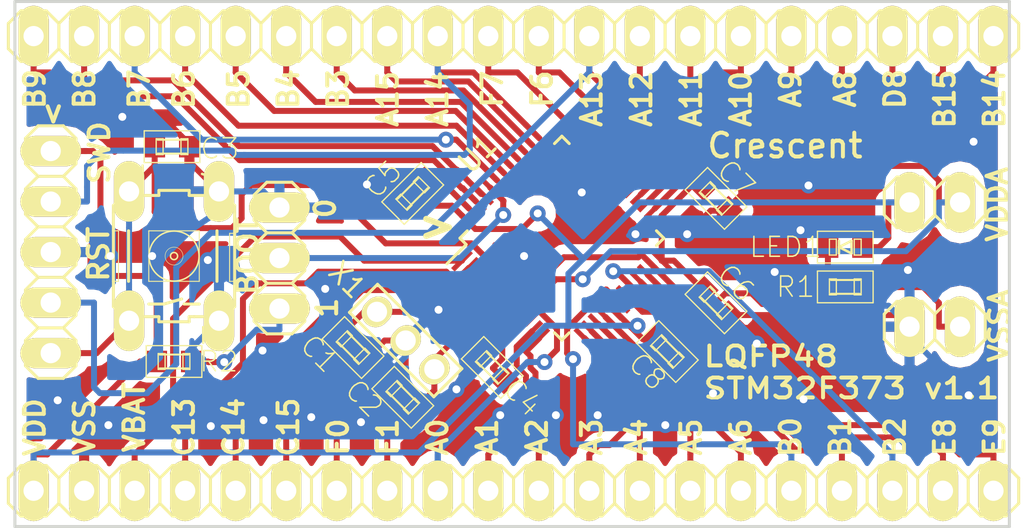
<source format=kicad_pcb>
(kicad_pcb (version 20171130) (host pcbnew "(5.1.12)-1")

  (general
    (thickness 1.6)
    (drawings 59)
    (tracks 523)
    (zones 0)
    (modules 20)
    (nets 47)
  )

  (page A4)
  (title_block
    (title "STM32F373 LQFP48 -> DIP")
    (date 2016-11-05)
    (rev v1.1)
    (company Crescent)
  )

  (layers
    (0 F.Cu signal)
    (31 B.Cu signal)
    (32 B.Adhes user)
    (33 F.Adhes user)
    (34 B.Paste user)
    (35 F.Paste user)
    (36 B.SilkS user)
    (37 F.SilkS user)
    (38 B.Mask user)
    (39 F.Mask user)
    (40 Dwgs.User user)
    (41 Cmts.User user)
    (42 Eco1.User user)
    (43 Eco2.User user hide)
    (44 Edge.Cuts user)
    (45 Margin user)
    (46 B.CrtYd user)
    (47 F.CrtYd user)
    (48 B.Fab user)
    (49 F.Fab user)
  )

  (setup
    (last_trace_width 0.3)
    (trace_clearance 0.1524)
    (zone_clearance 0.508)
    (zone_45_only no)
    (trace_min 0.2)
    (via_size 0.8)
    (via_drill 0.4)
    (via_min_size 0.8)
    (via_min_drill 0.4)
    (uvia_size 0.3)
    (uvia_drill 0.1)
    (uvias_allowed no)
    (uvia_min_size 0.2)
    (uvia_min_drill 0.1)
    (edge_width 0.15)
    (segment_width 0.2)
    (pcb_text_width 0.3)
    (pcb_text_size 1.5 1.5)
    (mod_edge_width 0.15)
    (mod_text_size 1 1)
    (mod_text_width 0.15)
    (pad_size 1.4 1.6)
    (pad_drill 1.016)
    (pad_to_mask_clearance 0.2)
    (aux_axis_origin 122.25 140.8)
    (grid_origin 122.25 140.8)
    (visible_elements 7FFFFF7F)
    (pcbplotparams
      (layerselection 0x010f0_80000001)
      (usegerberextensions true)
      (usegerberattributes true)
      (usegerberadvancedattributes true)
      (creategerberjobfile true)
      (excludeedgelayer true)
      (linewidth 0.100000)
      (plotframeref false)
      (viasonmask false)
      (mode 1)
      (useauxorigin false)
      (hpglpennumber 1)
      (hpglpenspeed 20)
      (hpglpendiameter 15.000000)
      (psnegative false)
      (psa4output false)
      (plotreference true)
      (plotvalue true)
      (plotinvisibletext false)
      (padsonsilk false)
      (subtractmaskfromsilk false)
      (outputformat 1)
      (mirror false)
      (drillshape 0)
      (scaleselection 1)
      (outputdirectory "GERBER/"))
  )

  (net 0 "")
  (net 1 OSCI)
  (net 2 VSS)
  (net 3 OSCO)
  (net 4 NRST)
  (net 5 VDD)
  (net 6 VDDA)
  (net 7 PA14)
  (net 8 PA13)
  (net 9 "Net-(JP2-Pad1)")
  (net 10 BOOT)
  (net 11 VBAT)
  (net 12 PC13)
  (net 13 PC14)
  (net 14 PC15)
  (net 15 PA0)
  (net 16 PA1)
  (net 17 PA2)
  (net 18 PA3)
  (net 19 PA4)
  (net 20 PA5)
  (net 21 PA6)
  (net 22 PB0)
  (net 23 PB1)
  (net 24 PB2)
  (net 25 VSSA)
  (net 26 PB9)
  (net 27 PB8)
  (net 28 PB7)
  (net 29 PB6)
  (net 30 PB5)
  (net 31 PB4)
  (net 32 PB3)
  (net 33 PA15)
  (net 34 PA12)
  (net 35 PA11)
  (net 36 PA10)
  (net 37 PA9)
  (net 38 PA8)
  (net 39 PB15)
  (net 40 PB14)
  (net 41 "Net-(LED1-PadK)")
  (net 42 PE8)
  (net 43 PE9)
  (net 44 PF7)
  (net 45 PF6)
  (net 46 PD8)

  (net_class Default "これは標準のネット クラスです。"
    (clearance 0.1524)
    (trace_width 0.3)
    (via_dia 0.8)
    (via_drill 0.4)
    (uvia_dia 0.3)
    (uvia_drill 0.1)
    (add_net BOOT)
    (add_net NRST)
    (add_net "Net-(JP2-Pad1)")
    (add_net "Net-(LED1-PadK)")
    (add_net OSCI)
    (add_net OSCO)
    (add_net PA0)
    (add_net PA1)
    (add_net PA10)
    (add_net PA11)
    (add_net PA12)
    (add_net PA13)
    (add_net PA14)
    (add_net PA15)
    (add_net PA2)
    (add_net PA3)
    (add_net PA4)
    (add_net PA5)
    (add_net PA6)
    (add_net PA8)
    (add_net PA9)
    (add_net PB0)
    (add_net PB1)
    (add_net PB14)
    (add_net PB15)
    (add_net PB2)
    (add_net PB3)
    (add_net PB4)
    (add_net PB5)
    (add_net PB6)
    (add_net PB7)
    (add_net PB8)
    (add_net PB9)
    (add_net PC13)
    (add_net PC14)
    (add_net PC15)
    (add_net PD8)
    (add_net PE8)
    (add_net PE9)
    (add_net PF6)
    (add_net PF7)
    (add_net VBAT)
    (add_net VSS)
    (add_net VSSA)
  )

  (net_class POW ""
    (clearance 0.1524)
    (trace_width 0.3)
    (via_dia 0.8)
    (via_drill 0.4)
    (uvia_dia 0.3)
    (uvia_drill 0.1)
    (add_net VDD)
    (add_net VDDA)
  )

  (module pin-head:pinhead-1X03 (layer F.Cu) (tedit 57FE5736) (tstamp 57F7A826)
    (at 142.25 131.8 315)
    (descr "PIN HEADER")
    (tags "PIN HEADER")
    (path /57F79249)
    (attr virtual)
    (fp_text reference X1 (at -4.737615 -0.070711 315) (layer F.SilkS)
      (effects (font (size 1 1) (thickness 0.127)))
    )
    (fp_text value CRYSTAL_SMD (at 0 2.54 315) (layer F.SilkS) hide
      (effects (font (size 1.27 1.27) (thickness 0.1016)))
    )
    (fp_line (start 1.286 0.254) (end 1.286 -0.254) (layer F.SilkS) (width 0.06604))
    (fp_line (start 1.286 -0.254) (end 1.794 -0.254) (layer F.SilkS) (width 0.06604))
    (fp_line (start 1.794 0.254) (end 1.794 -0.254) (layer F.SilkS) (width 0.06604))
    (fp_line (start 1.286 0.254) (end 1.794 0.254) (layer F.SilkS) (width 0.06604))
    (fp_line (start -2.794 0.254) (end -2.794 -0.254) (layer F.SilkS) (width 0.06604))
    (fp_line (start -2.794 -0.254) (end -2.286 -0.254) (layer F.SilkS) (width 0.06604))
    (fp_line (start -2.286 0.254) (end -2.286 -0.254) (layer F.SilkS) (width 0.06604))
    (fp_line (start -2.794 0.254) (end -2.286 0.254) (layer F.SilkS) (width 0.06604))
    (fp_line (start -0.754 0.254) (end -0.754 -0.254) (layer F.SilkS) (width 0.06604))
    (fp_line (start -0.754 -0.254) (end -0.246 -0.254) (layer F.SilkS) (width 0.06604))
    (fp_line (start -0.246 0.254) (end -0.246 -0.254) (layer F.SilkS) (width 0.06604))
    (fp_line (start -0.754 0.254) (end -0.246 0.254) (layer F.SilkS) (width 0.06604))
    (fp_line (start -3.5 1) (end -3.5 -1) (layer F.SilkS) (width 0.15))
    (fp_line (start 2.5 1) (end -3.5 1) (layer F.SilkS) (width 0.15))
    (fp_line (start 2.5 -1) (end 2.5 1) (layer F.SilkS) (width 0.15))
    (fp_line (start -3.5 -1) (end 2.5 -1) (layer F.SilkS) (width 0.15))
    (pad 1 thru_hole oval (at -2.54 0 135) (size 1.4 1.6) (drill 1.016) (layers *.Cu *.Paste *.Mask F.SilkS)
      (net 1 OSCI))
    (pad 3 thru_hole oval (at -0.5 0 135) (size 1.4 1.6) (drill 1.016) (layers *.Cu *.Paste *.Mask F.SilkS)
      (net 2 VSS))
    (pad 2 thru_hole oval (at 1.54 0 135) (size 1.4 1.6) (drill 1.016) (layers *.Cu *.Paste *.Mask F.SilkS)
      (net 3 OSCO))
  )

  (module pin-head:pinhead-1X20 (layer F.Cu) (tedit 57FE5725) (tstamp 57F7A7B3)
    (at 147.32 139)
    (descr "PIN HEADER")
    (tags "PIN HEADER")
    (path /57F66BA2)
    (attr virtual)
    (fp_text reference JP4 (at -22.3012 -2.4638) (layer F.SilkS) hide
      (effects (font (size 1.27 1.27) (thickness 0.127)))
    )
    (fp_text value PINHD-1X20 (at -21.59 2.54) (layer F.SilkS) hide
      (effects (font (size 1.27 1.27) (thickness 0.1016)))
    )
    (fp_line (start 24.765 1.27) (end 23.495 1.27) (layer F.SilkS) (width 0.1524))
    (fp_line (start 22.86 0.635) (end 23.495 1.27) (layer F.SilkS) (width 0.1524))
    (fp_line (start 23.495 -1.27) (end 22.86 -0.635) (layer F.SilkS) (width 0.1524))
    (fp_line (start 25.4 0.635) (end 24.765 1.27) (layer F.SilkS) (width 0.1524))
    (fp_line (start 25.4 -0.635) (end 25.4 0.635) (layer F.SilkS) (width 0.1524))
    (fp_line (start 24.765 -1.27) (end 25.4 -0.635) (layer F.SilkS) (width 0.1524))
    (fp_line (start 23.495 -1.27) (end 24.765 -1.27) (layer F.SilkS) (width 0.1524))
    (fp_line (start -23.495 1.27) (end -24.765 1.27) (layer F.SilkS) (width 0.1524))
    (fp_line (start -25.4 0.635) (end -24.765 1.27) (layer F.SilkS) (width 0.1524))
    (fp_line (start -24.765 -1.27) (end -25.4 -0.635) (layer F.SilkS) (width 0.1524))
    (fp_line (start -25.4 -0.635) (end -25.4 0.635) (layer F.SilkS) (width 0.1524))
    (fp_line (start -22.225 1.27) (end -22.86 0.635) (layer F.SilkS) (width 0.1524))
    (fp_line (start -20.955 1.27) (end -22.225 1.27) (layer F.SilkS) (width 0.1524))
    (fp_line (start -20.32 0.635) (end -20.955 1.27) (layer F.SilkS) (width 0.1524))
    (fp_line (start -20.32 -0.635) (end -20.32 0.635) (layer F.SilkS) (width 0.1524))
    (fp_line (start -20.955 -1.27) (end -20.32 -0.635) (layer F.SilkS) (width 0.1524))
    (fp_line (start -22.225 -1.27) (end -20.955 -1.27) (layer F.SilkS) (width 0.1524))
    (fp_line (start -22.86 -0.635) (end -22.225 -1.27) (layer F.SilkS) (width 0.1524))
    (fp_line (start -22.86 0.635) (end -23.495 1.27) (layer F.SilkS) (width 0.1524))
    (fp_line (start -22.86 -0.635) (end -22.86 0.635) (layer F.SilkS) (width 0.1524))
    (fp_line (start -23.495 -1.27) (end -22.86 -0.635) (layer F.SilkS) (width 0.1524))
    (fp_line (start -24.765 -1.27) (end -23.495 -1.27) (layer F.SilkS) (width 0.1524))
    (fp_line (start -15.875 1.27) (end -17.145 1.27) (layer F.SilkS) (width 0.1524))
    (fp_line (start -17.78 0.635) (end -17.145 1.27) (layer F.SilkS) (width 0.1524))
    (fp_line (start -17.145 -1.27) (end -17.78 -0.635) (layer F.SilkS) (width 0.1524))
    (fp_line (start -19.685 1.27) (end -20.32 0.635) (layer F.SilkS) (width 0.1524))
    (fp_line (start -18.415 1.27) (end -19.685 1.27) (layer F.SilkS) (width 0.1524))
    (fp_line (start -17.78 0.635) (end -18.415 1.27) (layer F.SilkS) (width 0.1524))
    (fp_line (start -17.78 -0.635) (end -17.78 0.635) (layer F.SilkS) (width 0.1524))
    (fp_line (start -18.415 -1.27) (end -17.78 -0.635) (layer F.SilkS) (width 0.1524))
    (fp_line (start -19.685 -1.27) (end -18.415 -1.27) (layer F.SilkS) (width 0.1524))
    (fp_line (start -20.32 -0.635) (end -19.685 -1.27) (layer F.SilkS) (width 0.1524))
    (fp_line (start -14.605 1.27) (end -15.24 0.635) (layer F.SilkS) (width 0.1524))
    (fp_line (start -13.335 1.27) (end -14.605 1.27) (layer F.SilkS) (width 0.1524))
    (fp_line (start -12.7 0.635) (end -13.335 1.27) (layer F.SilkS) (width 0.1524))
    (fp_line (start -12.7 -0.635) (end -12.7 0.635) (layer F.SilkS) (width 0.1524))
    (fp_line (start -13.335 -1.27) (end -12.7 -0.635) (layer F.SilkS) (width 0.1524))
    (fp_line (start -14.605 -1.27) (end -13.335 -1.27) (layer F.SilkS) (width 0.1524))
    (fp_line (start -15.24 -0.635) (end -14.605 -1.27) (layer F.SilkS) (width 0.1524))
    (fp_line (start -15.24 0.635) (end -15.875 1.27) (layer F.SilkS) (width 0.1524))
    (fp_line (start -15.24 -0.635) (end -15.24 0.635) (layer F.SilkS) (width 0.1524))
    (fp_line (start -15.875 -1.27) (end -15.24 -0.635) (layer F.SilkS) (width 0.1524))
    (fp_line (start -17.145 -1.27) (end -15.875 -1.27) (layer F.SilkS) (width 0.1524))
    (fp_line (start -8.255 1.27) (end -9.525 1.27) (layer F.SilkS) (width 0.1524))
    (fp_line (start -10.16 0.635) (end -9.525 1.27) (layer F.SilkS) (width 0.1524))
    (fp_line (start -9.525 -1.27) (end -10.16 -0.635) (layer F.SilkS) (width 0.1524))
    (fp_line (start -12.065 1.27) (end -12.7 0.635) (layer F.SilkS) (width 0.1524))
    (fp_line (start -10.795 1.27) (end -12.065 1.27) (layer F.SilkS) (width 0.1524))
    (fp_line (start -10.16 0.635) (end -10.795 1.27) (layer F.SilkS) (width 0.1524))
    (fp_line (start -10.16 -0.635) (end -10.16 0.635) (layer F.SilkS) (width 0.1524))
    (fp_line (start -10.795 -1.27) (end -10.16 -0.635) (layer F.SilkS) (width 0.1524))
    (fp_line (start -12.065 -1.27) (end -10.795 -1.27) (layer F.SilkS) (width 0.1524))
    (fp_line (start -12.7 -0.635) (end -12.065 -1.27) (layer F.SilkS) (width 0.1524))
    (fp_line (start -6.985 1.27) (end -7.62 0.635) (layer F.SilkS) (width 0.1524))
    (fp_line (start -5.715 1.27) (end -6.985 1.27) (layer F.SilkS) (width 0.1524))
    (fp_line (start -5.08 0.635) (end -5.715 1.27) (layer F.SilkS) (width 0.1524))
    (fp_line (start -5.08 -0.635) (end -5.08 0.635) (layer F.SilkS) (width 0.1524))
    (fp_line (start -5.715 -1.27) (end -5.08 -0.635) (layer F.SilkS) (width 0.1524))
    (fp_line (start -6.985 -1.27) (end -5.715 -1.27) (layer F.SilkS) (width 0.1524))
    (fp_line (start -7.62 -0.635) (end -6.985 -1.27) (layer F.SilkS) (width 0.1524))
    (fp_line (start -7.62 0.635) (end -8.255 1.27) (layer F.SilkS) (width 0.1524))
    (fp_line (start -7.62 -0.635) (end -7.62 0.635) (layer F.SilkS) (width 0.1524))
    (fp_line (start -8.255 -1.27) (end -7.62 -0.635) (layer F.SilkS) (width 0.1524))
    (fp_line (start -9.525 -1.27) (end -8.255 -1.27) (layer F.SilkS) (width 0.1524))
    (fp_line (start -0.635 1.27) (end -1.905 1.27) (layer F.SilkS) (width 0.1524))
    (fp_line (start -2.54 0.635) (end -1.905 1.27) (layer F.SilkS) (width 0.1524))
    (fp_line (start -1.905 -1.27) (end -2.54 -0.635) (layer F.SilkS) (width 0.1524))
    (fp_line (start -4.445 1.27) (end -5.08 0.635) (layer F.SilkS) (width 0.1524))
    (fp_line (start -3.175 1.27) (end -4.445 1.27) (layer F.SilkS) (width 0.1524))
    (fp_line (start -2.54 0.635) (end -3.175 1.27) (layer F.SilkS) (width 0.1524))
    (fp_line (start -2.54 -0.635) (end -2.54 0.635) (layer F.SilkS) (width 0.1524))
    (fp_line (start -3.175 -1.27) (end -2.54 -0.635) (layer F.SilkS) (width 0.1524))
    (fp_line (start -4.445 -1.27) (end -3.175 -1.27) (layer F.SilkS) (width 0.1524))
    (fp_line (start -5.08 -0.635) (end -4.445 -1.27) (layer F.SilkS) (width 0.1524))
    (fp_line (start 0.635 1.27) (end 0 0.635) (layer F.SilkS) (width 0.1524))
    (fp_line (start 1.905 1.27) (end 0.635 1.27) (layer F.SilkS) (width 0.1524))
    (fp_line (start 2.54 0.635) (end 1.905 1.27) (layer F.SilkS) (width 0.1524))
    (fp_line (start 2.54 -0.635) (end 2.54 0.635) (layer F.SilkS) (width 0.1524))
    (fp_line (start 1.905 -1.27) (end 2.54 -0.635) (layer F.SilkS) (width 0.1524))
    (fp_line (start 0.635 -1.27) (end 1.905 -1.27) (layer F.SilkS) (width 0.1524))
    (fp_line (start 0 -0.635) (end 0.635 -1.27) (layer F.SilkS) (width 0.1524))
    (fp_line (start 0 0.635) (end -0.635 1.27) (layer F.SilkS) (width 0.1524))
    (fp_line (start 0 -0.635) (end 0 0.635) (layer F.SilkS) (width 0.1524))
    (fp_line (start -0.635 -1.27) (end 0 -0.635) (layer F.SilkS) (width 0.1524))
    (fp_line (start -1.905 -1.27) (end -0.635 -1.27) (layer F.SilkS) (width 0.1524))
    (fp_line (start 6.985 1.27) (end 5.715 1.27) (layer F.SilkS) (width 0.1524))
    (fp_line (start 5.08 0.635) (end 5.715 1.27) (layer F.SilkS) (width 0.1524))
    (fp_line (start 5.715 -1.27) (end 5.08 -0.635) (layer F.SilkS) (width 0.1524))
    (fp_line (start 3.175 1.27) (end 2.54 0.635) (layer F.SilkS) (width 0.1524))
    (fp_line (start 4.445 1.27) (end 3.175 1.27) (layer F.SilkS) (width 0.1524))
    (fp_line (start 5.08 0.635) (end 4.445 1.27) (layer F.SilkS) (width 0.1524))
    (fp_line (start 5.08 -0.635) (end 5.08 0.635) (layer F.SilkS) (width 0.1524))
    (fp_line (start 4.445 -1.27) (end 5.08 -0.635) (layer F.SilkS) (width 0.1524))
    (fp_line (start 3.175 -1.27) (end 4.445 -1.27) (layer F.SilkS) (width 0.1524))
    (fp_line (start 2.54 -0.635) (end 3.175 -1.27) (layer F.SilkS) (width 0.1524))
    (fp_line (start 8.255 1.27) (end 7.62 0.635) (layer F.SilkS) (width 0.1524))
    (fp_line (start 9.525 1.27) (end 8.255 1.27) (layer F.SilkS) (width 0.1524))
    (fp_line (start 10.16 0.635) (end 9.525 1.27) (layer F.SilkS) (width 0.1524))
    (fp_line (start 10.16 -0.635) (end 10.16 0.635) (layer F.SilkS) (width 0.1524))
    (fp_line (start 9.525 -1.27) (end 10.16 -0.635) (layer F.SilkS) (width 0.1524))
    (fp_line (start 8.255 -1.27) (end 9.525 -1.27) (layer F.SilkS) (width 0.1524))
    (fp_line (start 7.62 -0.635) (end 8.255 -1.27) (layer F.SilkS) (width 0.1524))
    (fp_line (start 7.62 0.635) (end 6.985 1.27) (layer F.SilkS) (width 0.1524))
    (fp_line (start 7.62 -0.635) (end 7.62 0.635) (layer F.SilkS) (width 0.1524))
    (fp_line (start 6.985 -1.27) (end 7.62 -0.635) (layer F.SilkS) (width 0.1524))
    (fp_line (start 5.715 -1.27) (end 6.985 -1.27) (layer F.SilkS) (width 0.1524))
    (fp_line (start 14.605 1.27) (end 13.335 1.27) (layer F.SilkS) (width 0.1524))
    (fp_line (start 12.7 0.635) (end 13.335 1.27) (layer F.SilkS) (width 0.1524))
    (fp_line (start 13.335 -1.27) (end 12.7 -0.635) (layer F.SilkS) (width 0.1524))
    (fp_line (start 10.795 1.27) (end 10.16 0.635) (layer F.SilkS) (width 0.1524))
    (fp_line (start 12.065 1.27) (end 10.795 1.27) (layer F.SilkS) (width 0.1524))
    (fp_line (start 12.7 0.635) (end 12.065 1.27) (layer F.SilkS) (width 0.1524))
    (fp_line (start 12.7 -0.635) (end 12.7 0.635) (layer F.SilkS) (width 0.1524))
    (fp_line (start 12.065 -1.27) (end 12.7 -0.635) (layer F.SilkS) (width 0.1524))
    (fp_line (start 10.795 -1.27) (end 12.065 -1.27) (layer F.SilkS) (width 0.1524))
    (fp_line (start 10.16 -0.635) (end 10.795 -1.27) (layer F.SilkS) (width 0.1524))
    (fp_line (start 15.875 1.27) (end 15.24 0.635) (layer F.SilkS) (width 0.1524))
    (fp_line (start 17.145 1.27) (end 15.875 1.27) (layer F.SilkS) (width 0.1524))
    (fp_line (start 17.78 0.635) (end 17.145 1.27) (layer F.SilkS) (width 0.1524))
    (fp_line (start 17.78 -0.635) (end 17.78 0.635) (layer F.SilkS) (width 0.1524))
    (fp_line (start 17.145 -1.27) (end 17.78 -0.635) (layer F.SilkS) (width 0.1524))
    (fp_line (start 15.875 -1.27) (end 17.145 -1.27) (layer F.SilkS) (width 0.1524))
    (fp_line (start 15.24 -0.635) (end 15.875 -1.27) (layer F.SilkS) (width 0.1524))
    (fp_line (start 15.24 0.635) (end 14.605 1.27) (layer F.SilkS) (width 0.1524))
    (fp_line (start 15.24 -0.635) (end 15.24 0.635) (layer F.SilkS) (width 0.1524))
    (fp_line (start 14.605 -1.27) (end 15.24 -0.635) (layer F.SilkS) (width 0.1524))
    (fp_line (start 13.335 -1.27) (end 14.605 -1.27) (layer F.SilkS) (width 0.1524))
    (fp_line (start 22.225 1.27) (end 20.955 1.27) (layer F.SilkS) (width 0.1524))
    (fp_line (start 20.32 0.635) (end 20.955 1.27) (layer F.SilkS) (width 0.1524))
    (fp_line (start 20.955 -1.27) (end 20.32 -0.635) (layer F.SilkS) (width 0.1524))
    (fp_line (start 18.415 1.27) (end 17.78 0.635) (layer F.SilkS) (width 0.1524))
    (fp_line (start 19.685 1.27) (end 18.415 1.27) (layer F.SilkS) (width 0.1524))
    (fp_line (start 20.32 0.635) (end 19.685 1.27) (layer F.SilkS) (width 0.1524))
    (fp_line (start 20.32 -0.635) (end 20.32 0.635) (layer F.SilkS) (width 0.1524))
    (fp_line (start 19.685 -1.27) (end 20.32 -0.635) (layer F.SilkS) (width 0.1524))
    (fp_line (start 18.415 -1.27) (end 19.685 -1.27) (layer F.SilkS) (width 0.1524))
    (fp_line (start 17.78 -0.635) (end 18.415 -1.27) (layer F.SilkS) (width 0.1524))
    (fp_line (start 22.86 0.635) (end 22.225 1.27) (layer F.SilkS) (width 0.1524))
    (fp_line (start 22.86 -0.635) (end 22.86 0.635) (layer F.SilkS) (width 0.1524))
    (fp_line (start 22.225 -1.27) (end 22.86 -0.635) (layer F.SilkS) (width 0.1524))
    (fp_line (start 20.955 -1.27) (end 22.225 -1.27) (layer F.SilkS) (width 0.1524))
    (fp_line (start 23.876 0.254) (end 23.876 -0.254) (layer F.SilkS) (width 0.06604))
    (fp_line (start 23.876 -0.254) (end 24.384 -0.254) (layer F.SilkS) (width 0.06604))
    (fp_line (start 24.384 0.254) (end 24.384 -0.254) (layer F.SilkS) (width 0.06604))
    (fp_line (start 23.876 0.254) (end 24.384 0.254) (layer F.SilkS) (width 0.06604))
    (fp_line (start -24.384 0.254) (end -24.384 -0.254) (layer F.SilkS) (width 0.06604))
    (fp_line (start -24.384 -0.254) (end -23.876 -0.254) (layer F.SilkS) (width 0.06604))
    (fp_line (start -23.876 0.254) (end -23.876 -0.254) (layer F.SilkS) (width 0.06604))
    (fp_line (start -24.384 0.254) (end -23.876 0.254) (layer F.SilkS) (width 0.06604))
    (fp_line (start -21.844 0.254) (end -21.844 -0.254) (layer F.SilkS) (width 0.06604))
    (fp_line (start -21.844 -0.254) (end -21.336 -0.254) (layer F.SilkS) (width 0.06604))
    (fp_line (start -21.336 0.254) (end -21.336 -0.254) (layer F.SilkS) (width 0.06604))
    (fp_line (start -21.844 0.254) (end -21.336 0.254) (layer F.SilkS) (width 0.06604))
    (fp_line (start -19.304 0.254) (end -19.304 -0.254) (layer F.SilkS) (width 0.06604))
    (fp_line (start -19.304 -0.254) (end -18.796 -0.254) (layer F.SilkS) (width 0.06604))
    (fp_line (start -18.796 0.254) (end -18.796 -0.254) (layer F.SilkS) (width 0.06604))
    (fp_line (start -19.304 0.254) (end -18.796 0.254) (layer F.SilkS) (width 0.06604))
    (fp_line (start -16.764 0.254) (end -16.764 -0.254) (layer F.SilkS) (width 0.06604))
    (fp_line (start -16.764 -0.254) (end -16.256 -0.254) (layer F.SilkS) (width 0.06604))
    (fp_line (start -16.256 0.254) (end -16.256 -0.254) (layer F.SilkS) (width 0.06604))
    (fp_line (start -16.764 0.254) (end -16.256 0.254) (layer F.SilkS) (width 0.06604))
    (fp_line (start -14.224 0.254) (end -14.224 -0.254) (layer F.SilkS) (width 0.06604))
    (fp_line (start -14.224 -0.254) (end -13.716 -0.254) (layer F.SilkS) (width 0.06604))
    (fp_line (start -13.716 0.254) (end -13.716 -0.254) (layer F.SilkS) (width 0.06604))
    (fp_line (start -14.224 0.254) (end -13.716 0.254) (layer F.SilkS) (width 0.06604))
    (fp_line (start -11.684 0.254) (end -11.684 -0.254) (layer F.SilkS) (width 0.06604))
    (fp_line (start -11.684 -0.254) (end -11.176 -0.254) (layer F.SilkS) (width 0.06604))
    (fp_line (start -11.176 0.254) (end -11.176 -0.254) (layer F.SilkS) (width 0.06604))
    (fp_line (start -11.684 0.254) (end -11.176 0.254) (layer F.SilkS) (width 0.06604))
    (fp_line (start -9.144 0.254) (end -9.144 -0.254) (layer F.SilkS) (width 0.06604))
    (fp_line (start -9.144 -0.254) (end -8.636 -0.254) (layer F.SilkS) (width 0.06604))
    (fp_line (start -8.636 0.254) (end -8.636 -0.254) (layer F.SilkS) (width 0.06604))
    (fp_line (start -9.144 0.254) (end -8.636 0.254) (layer F.SilkS) (width 0.06604))
    (fp_line (start -6.604 0.254) (end -6.604 -0.254) (layer F.SilkS) (width 0.06604))
    (fp_line (start -6.604 -0.254) (end -6.096 -0.254) (layer F.SilkS) (width 0.06604))
    (fp_line (start -6.096 0.254) (end -6.096 -0.254) (layer F.SilkS) (width 0.06604))
    (fp_line (start -6.604 0.254) (end -6.096 0.254) (layer F.SilkS) (width 0.06604))
    (fp_line (start -4.064 0.254) (end -4.064 -0.254) (layer F.SilkS) (width 0.06604))
    (fp_line (start -4.064 -0.254) (end -3.556 -0.254) (layer F.SilkS) (width 0.06604))
    (fp_line (start -3.556 0.254) (end -3.556 -0.254) (layer F.SilkS) (width 0.06604))
    (fp_line (start -4.064 0.254) (end -3.556 0.254) (layer F.SilkS) (width 0.06604))
    (fp_line (start -1.524 0.254) (end -1.524 -0.254) (layer F.SilkS) (width 0.06604))
    (fp_line (start -1.524 -0.254) (end -1.016 -0.254) (layer F.SilkS) (width 0.06604))
    (fp_line (start -1.016 0.254) (end -1.016 -0.254) (layer F.SilkS) (width 0.06604))
    (fp_line (start -1.524 0.254) (end -1.016 0.254) (layer F.SilkS) (width 0.06604))
    (fp_line (start 1.016 0.254) (end 1.016 -0.254) (layer F.SilkS) (width 0.06604))
    (fp_line (start 1.016 -0.254) (end 1.524 -0.254) (layer F.SilkS) (width 0.06604))
    (fp_line (start 1.524 0.254) (end 1.524 -0.254) (layer F.SilkS) (width 0.06604))
    (fp_line (start 1.016 0.254) (end 1.524 0.254) (layer F.SilkS) (width 0.06604))
    (fp_line (start 3.556 0.254) (end 3.556 -0.254) (layer F.SilkS) (width 0.06604))
    (fp_line (start 3.556 -0.254) (end 4.064 -0.254) (layer F.SilkS) (width 0.06604))
    (fp_line (start 4.064 0.254) (end 4.064 -0.254) (layer F.SilkS) (width 0.06604))
    (fp_line (start 3.556 0.254) (end 4.064 0.254) (layer F.SilkS) (width 0.06604))
    (fp_line (start 6.096 0.254) (end 6.096 -0.254) (layer F.SilkS) (width 0.06604))
    (fp_line (start 6.096 -0.254) (end 6.604 -0.254) (layer F.SilkS) (width 0.06604))
    (fp_line (start 6.604 0.254) (end 6.604 -0.254) (layer F.SilkS) (width 0.06604))
    (fp_line (start 6.096 0.254) (end 6.604 0.254) (layer F.SilkS) (width 0.06604))
    (fp_line (start 8.636 0.254) (end 8.636 -0.254) (layer F.SilkS) (width 0.06604))
    (fp_line (start 8.636 -0.254) (end 9.144 -0.254) (layer F.SilkS) (width 0.06604))
    (fp_line (start 9.144 0.254) (end 9.144 -0.254) (layer F.SilkS) (width 0.06604))
    (fp_line (start 8.636 0.254) (end 9.144 0.254) (layer F.SilkS) (width 0.06604))
    (fp_line (start 11.176 0.254) (end 11.176 -0.254) (layer F.SilkS) (width 0.06604))
    (fp_line (start 11.176 -0.254) (end 11.684 -0.254) (layer F.SilkS) (width 0.06604))
    (fp_line (start 11.684 0.254) (end 11.684 -0.254) (layer F.SilkS) (width 0.06604))
    (fp_line (start 11.176 0.254) (end 11.684 0.254) (layer F.SilkS) (width 0.06604))
    (fp_line (start 13.716 0.254) (end 13.716 -0.254) (layer F.SilkS) (width 0.06604))
    (fp_line (start 13.716 -0.254) (end 14.224 -0.254) (layer F.SilkS) (width 0.06604))
    (fp_line (start 14.224 0.254) (end 14.224 -0.254) (layer F.SilkS) (width 0.06604))
    (fp_line (start 13.716 0.254) (end 14.224 0.254) (layer F.SilkS) (width 0.06604))
    (fp_line (start 16.256 0.254) (end 16.256 -0.254) (layer F.SilkS) (width 0.06604))
    (fp_line (start 16.256 -0.254) (end 16.764 -0.254) (layer F.SilkS) (width 0.06604))
    (fp_line (start 16.764 0.254) (end 16.764 -0.254) (layer F.SilkS) (width 0.06604))
    (fp_line (start 16.256 0.254) (end 16.764 0.254) (layer F.SilkS) (width 0.06604))
    (fp_line (start 18.796 0.254) (end 18.796 -0.254) (layer F.SilkS) (width 0.06604))
    (fp_line (start 18.796 -0.254) (end 19.304 -0.254) (layer F.SilkS) (width 0.06604))
    (fp_line (start 19.304 0.254) (end 19.304 -0.254) (layer F.SilkS) (width 0.06604))
    (fp_line (start 18.796 0.254) (end 19.304 0.254) (layer F.SilkS) (width 0.06604))
    (fp_line (start 21.336 0.254) (end 21.336 -0.254) (layer F.SilkS) (width 0.06604))
    (fp_line (start 21.336 -0.254) (end 21.844 -0.254) (layer F.SilkS) (width 0.06604))
    (fp_line (start 21.844 0.254) (end 21.844 -0.254) (layer F.SilkS) (width 0.06604))
    (fp_line (start 21.336 0.254) (end 21.844 0.254) (layer F.SilkS) (width 0.06604))
    (pad 1 thru_hole oval (at -24.13 0 180) (size 1.524 3.048) (drill 1.016) (layers *.Cu *.Paste *.Mask F.SilkS)
      (net 5 VDD))
    (pad 2 thru_hole oval (at -21.59 0 180) (size 1.524 3.048) (drill 1.016) (layers *.Cu *.Paste *.Mask F.SilkS)
      (net 2 VSS))
    (pad 3 thru_hole oval (at -19.05 0 180) (size 1.524 3.048) (drill 1.016) (layers *.Cu *.Paste *.Mask F.SilkS)
      (net 11 VBAT))
    (pad 4 thru_hole oval (at -16.51 0 180) (size 1.524 3.048) (drill 1.016) (layers *.Cu *.Paste *.Mask F.SilkS)
      (net 12 PC13))
    (pad 5 thru_hole oval (at -13.97 0 180) (size 1.524 3.048) (drill 1.016) (layers *.Cu *.Paste *.Mask F.SilkS)
      (net 13 PC14))
    (pad 6 thru_hole oval (at -11.43 0 180) (size 1.524 3.048) (drill 1.016) (layers *.Cu *.Paste *.Mask F.SilkS)
      (net 14 PC15))
    (pad 7 thru_hole oval (at -8.89 0 180) (size 1.524 3.048) (drill 1.016) (layers *.Cu *.Paste *.Mask F.SilkS)
      (net 1 OSCI))
    (pad 8 thru_hole oval (at -6.35 0 180) (size 1.524 3.048) (drill 1.016) (layers *.Cu *.Paste *.Mask F.SilkS)
      (net 3 OSCO))
    (pad 9 thru_hole oval (at -3.81 0 180) (size 1.524 3.048) (drill 1.016) (layers *.Cu *.Paste *.Mask F.SilkS)
      (net 15 PA0))
    (pad 10 thru_hole oval (at -1.27 0 180) (size 1.524 3.048) (drill 1.016) (layers *.Cu *.Paste *.Mask F.SilkS)
      (net 16 PA1))
    (pad 11 thru_hole oval (at 1.27 0 180) (size 1.524 3.048) (drill 1.016) (layers *.Cu *.Paste *.Mask F.SilkS)
      (net 17 PA2))
    (pad 12 thru_hole oval (at 3.81 0 180) (size 1.524 3.048) (drill 1.016) (layers *.Cu *.Paste *.Mask F.SilkS)
      (net 18 PA3))
    (pad 13 thru_hole oval (at 6.35 0 180) (size 1.524 3.048) (drill 1.016) (layers *.Cu *.Paste *.Mask F.SilkS)
      (net 19 PA4))
    (pad 14 thru_hole oval (at 8.89 0 180) (size 1.524 3.048) (drill 1.016) (layers *.Cu *.Paste *.Mask F.SilkS)
      (net 20 PA5))
    (pad 15 thru_hole oval (at 11.43 0 180) (size 1.524 3.048) (drill 1.016) (layers *.Cu *.Paste *.Mask F.SilkS)
      (net 21 PA6))
    (pad 16 thru_hole oval (at 13.97 0 180) (size 1.524 3.048) (drill 1.016) (layers *.Cu *.Paste *.Mask F.SilkS)
      (net 22 PB0))
    (pad 17 thru_hole oval (at 16.51 0 180) (size 1.524 3.048) (drill 1.016) (layers *.Cu *.Paste *.Mask F.SilkS)
      (net 23 PB1))
    (pad 18 thru_hole oval (at 19.05 0 180) (size 1.524 3.048) (drill 1.016) (layers *.Cu *.Paste *.Mask F.SilkS)
      (net 24 PB2))
    (pad 19 thru_hole oval (at 21.59 0 180) (size 1.524 3.048) (drill 1.016) (layers *.Cu *.Paste *.Mask F.SilkS)
      (net 42 PE8))
    (pad 20 thru_hole oval (at 24.13 0 180) (size 1.524 3.048) (drill 1.016) (layers *.Cu *.Paste *.Mask F.SilkS)
      (net 43 PE9))
  )

  (module pin-head:pinhead-1X20 (layer F.Cu) (tedit 57FE567C) (tstamp 57F7A7D1)
    (at 147.32 116.14)
    (descr "PIN HEADER")
    (tags "PIN HEADER")
    (path /57F66C63)
    (attr virtual)
    (fp_text reference JP6 (at -22.3012 -2.4638) (layer F.SilkS) hide
      (effects (font (size 1.27 1.27) (thickness 0.127)))
    )
    (fp_text value PINHD-1X20 (at -21.59 2.54) (layer F.SilkS) hide
      (effects (font (size 1.27 1.27) (thickness 0.1016)))
    )
    (fp_line (start 24.765 1.27) (end 23.495 1.27) (layer F.SilkS) (width 0.1524))
    (fp_line (start 22.86 0.635) (end 23.495 1.27) (layer F.SilkS) (width 0.1524))
    (fp_line (start 23.495 -1.27) (end 22.86 -0.635) (layer F.SilkS) (width 0.1524))
    (fp_line (start 25.4 0.635) (end 24.765 1.27) (layer F.SilkS) (width 0.1524))
    (fp_line (start 25.4 -0.635) (end 25.4 0.635) (layer F.SilkS) (width 0.1524))
    (fp_line (start 24.765 -1.27) (end 25.4 -0.635) (layer F.SilkS) (width 0.1524))
    (fp_line (start 23.495 -1.27) (end 24.765 -1.27) (layer F.SilkS) (width 0.1524))
    (fp_line (start -23.495 1.27) (end -24.765 1.27) (layer F.SilkS) (width 0.1524))
    (fp_line (start -25.4 0.635) (end -24.765 1.27) (layer F.SilkS) (width 0.1524))
    (fp_line (start -24.765 -1.27) (end -25.4 -0.635) (layer F.SilkS) (width 0.1524))
    (fp_line (start -25.4 -0.635) (end -25.4 0.635) (layer F.SilkS) (width 0.1524))
    (fp_line (start -22.225 1.27) (end -22.86 0.635) (layer F.SilkS) (width 0.1524))
    (fp_line (start -20.955 1.27) (end -22.225 1.27) (layer F.SilkS) (width 0.1524))
    (fp_line (start -20.32 0.635) (end -20.955 1.27) (layer F.SilkS) (width 0.1524))
    (fp_line (start -20.32 -0.635) (end -20.32 0.635) (layer F.SilkS) (width 0.1524))
    (fp_line (start -20.955 -1.27) (end -20.32 -0.635) (layer F.SilkS) (width 0.1524))
    (fp_line (start -22.225 -1.27) (end -20.955 -1.27) (layer F.SilkS) (width 0.1524))
    (fp_line (start -22.86 -0.635) (end -22.225 -1.27) (layer F.SilkS) (width 0.1524))
    (fp_line (start -22.86 0.635) (end -23.495 1.27) (layer F.SilkS) (width 0.1524))
    (fp_line (start -22.86 -0.635) (end -22.86 0.635) (layer F.SilkS) (width 0.1524))
    (fp_line (start -23.495 -1.27) (end -22.86 -0.635) (layer F.SilkS) (width 0.1524))
    (fp_line (start -24.765 -1.27) (end -23.495 -1.27) (layer F.SilkS) (width 0.1524))
    (fp_line (start -15.875 1.27) (end -17.145 1.27) (layer F.SilkS) (width 0.1524))
    (fp_line (start -17.78 0.635) (end -17.145 1.27) (layer F.SilkS) (width 0.1524))
    (fp_line (start -17.145 -1.27) (end -17.78 -0.635) (layer F.SilkS) (width 0.1524))
    (fp_line (start -19.685 1.27) (end -20.32 0.635) (layer F.SilkS) (width 0.1524))
    (fp_line (start -18.415 1.27) (end -19.685 1.27) (layer F.SilkS) (width 0.1524))
    (fp_line (start -17.78 0.635) (end -18.415 1.27) (layer F.SilkS) (width 0.1524))
    (fp_line (start -17.78 -0.635) (end -17.78 0.635) (layer F.SilkS) (width 0.1524))
    (fp_line (start -18.415 -1.27) (end -17.78 -0.635) (layer F.SilkS) (width 0.1524))
    (fp_line (start -19.685 -1.27) (end -18.415 -1.27) (layer F.SilkS) (width 0.1524))
    (fp_line (start -20.32 -0.635) (end -19.685 -1.27) (layer F.SilkS) (width 0.1524))
    (fp_line (start -14.605 1.27) (end -15.24 0.635) (layer F.SilkS) (width 0.1524))
    (fp_line (start -13.335 1.27) (end -14.605 1.27) (layer F.SilkS) (width 0.1524))
    (fp_line (start -12.7 0.635) (end -13.335 1.27) (layer F.SilkS) (width 0.1524))
    (fp_line (start -12.7 -0.635) (end -12.7 0.635) (layer F.SilkS) (width 0.1524))
    (fp_line (start -13.335 -1.27) (end -12.7 -0.635) (layer F.SilkS) (width 0.1524))
    (fp_line (start -14.605 -1.27) (end -13.335 -1.27) (layer F.SilkS) (width 0.1524))
    (fp_line (start -15.24 -0.635) (end -14.605 -1.27) (layer F.SilkS) (width 0.1524))
    (fp_line (start -15.24 0.635) (end -15.875 1.27) (layer F.SilkS) (width 0.1524))
    (fp_line (start -15.24 -0.635) (end -15.24 0.635) (layer F.SilkS) (width 0.1524))
    (fp_line (start -15.875 -1.27) (end -15.24 -0.635) (layer F.SilkS) (width 0.1524))
    (fp_line (start -17.145 -1.27) (end -15.875 -1.27) (layer F.SilkS) (width 0.1524))
    (fp_line (start -8.255 1.27) (end -9.525 1.27) (layer F.SilkS) (width 0.1524))
    (fp_line (start -10.16 0.635) (end -9.525 1.27) (layer F.SilkS) (width 0.1524))
    (fp_line (start -9.525 -1.27) (end -10.16 -0.635) (layer F.SilkS) (width 0.1524))
    (fp_line (start -12.065 1.27) (end -12.7 0.635) (layer F.SilkS) (width 0.1524))
    (fp_line (start -10.795 1.27) (end -12.065 1.27) (layer F.SilkS) (width 0.1524))
    (fp_line (start -10.16 0.635) (end -10.795 1.27) (layer F.SilkS) (width 0.1524))
    (fp_line (start -10.16 -0.635) (end -10.16 0.635) (layer F.SilkS) (width 0.1524))
    (fp_line (start -10.795 -1.27) (end -10.16 -0.635) (layer F.SilkS) (width 0.1524))
    (fp_line (start -12.065 -1.27) (end -10.795 -1.27) (layer F.SilkS) (width 0.1524))
    (fp_line (start -12.7 -0.635) (end -12.065 -1.27) (layer F.SilkS) (width 0.1524))
    (fp_line (start -6.985 1.27) (end -7.62 0.635) (layer F.SilkS) (width 0.1524))
    (fp_line (start -5.715 1.27) (end -6.985 1.27) (layer F.SilkS) (width 0.1524))
    (fp_line (start -5.08 0.635) (end -5.715 1.27) (layer F.SilkS) (width 0.1524))
    (fp_line (start -5.08 -0.635) (end -5.08 0.635) (layer F.SilkS) (width 0.1524))
    (fp_line (start -5.715 -1.27) (end -5.08 -0.635) (layer F.SilkS) (width 0.1524))
    (fp_line (start -6.985 -1.27) (end -5.715 -1.27) (layer F.SilkS) (width 0.1524))
    (fp_line (start -7.62 -0.635) (end -6.985 -1.27) (layer F.SilkS) (width 0.1524))
    (fp_line (start -7.62 0.635) (end -8.255 1.27) (layer F.SilkS) (width 0.1524))
    (fp_line (start -7.62 -0.635) (end -7.62 0.635) (layer F.SilkS) (width 0.1524))
    (fp_line (start -8.255 -1.27) (end -7.62 -0.635) (layer F.SilkS) (width 0.1524))
    (fp_line (start -9.525 -1.27) (end -8.255 -1.27) (layer F.SilkS) (width 0.1524))
    (fp_line (start -0.635 1.27) (end -1.905 1.27) (layer F.SilkS) (width 0.1524))
    (fp_line (start -2.54 0.635) (end -1.905 1.27) (layer F.SilkS) (width 0.1524))
    (fp_line (start -1.905 -1.27) (end -2.54 -0.635) (layer F.SilkS) (width 0.1524))
    (fp_line (start -4.445 1.27) (end -5.08 0.635) (layer F.SilkS) (width 0.1524))
    (fp_line (start -3.175 1.27) (end -4.445 1.27) (layer F.SilkS) (width 0.1524))
    (fp_line (start -2.54 0.635) (end -3.175 1.27) (layer F.SilkS) (width 0.1524))
    (fp_line (start -2.54 -0.635) (end -2.54 0.635) (layer F.SilkS) (width 0.1524))
    (fp_line (start -3.175 -1.27) (end -2.54 -0.635) (layer F.SilkS) (width 0.1524))
    (fp_line (start -4.445 -1.27) (end -3.175 -1.27) (layer F.SilkS) (width 0.1524))
    (fp_line (start -5.08 -0.635) (end -4.445 -1.27) (layer F.SilkS) (width 0.1524))
    (fp_line (start 0.635 1.27) (end 0 0.635) (layer F.SilkS) (width 0.1524))
    (fp_line (start 1.905 1.27) (end 0.635 1.27) (layer F.SilkS) (width 0.1524))
    (fp_line (start 2.54 0.635) (end 1.905 1.27) (layer F.SilkS) (width 0.1524))
    (fp_line (start 2.54 -0.635) (end 2.54 0.635) (layer F.SilkS) (width 0.1524))
    (fp_line (start 1.905 -1.27) (end 2.54 -0.635) (layer F.SilkS) (width 0.1524))
    (fp_line (start 0.635 -1.27) (end 1.905 -1.27) (layer F.SilkS) (width 0.1524))
    (fp_line (start 0 -0.635) (end 0.635 -1.27) (layer F.SilkS) (width 0.1524))
    (fp_line (start 0 0.635) (end -0.635 1.27) (layer F.SilkS) (width 0.1524))
    (fp_line (start 0 -0.635) (end 0 0.635) (layer F.SilkS) (width 0.1524))
    (fp_line (start -0.635 -1.27) (end 0 -0.635) (layer F.SilkS) (width 0.1524))
    (fp_line (start -1.905 -1.27) (end -0.635 -1.27) (layer F.SilkS) (width 0.1524))
    (fp_line (start 6.985 1.27) (end 5.715 1.27) (layer F.SilkS) (width 0.1524))
    (fp_line (start 5.08 0.635) (end 5.715 1.27) (layer F.SilkS) (width 0.1524))
    (fp_line (start 5.715 -1.27) (end 5.08 -0.635) (layer F.SilkS) (width 0.1524))
    (fp_line (start 3.175 1.27) (end 2.54 0.635) (layer F.SilkS) (width 0.1524))
    (fp_line (start 4.445 1.27) (end 3.175 1.27) (layer F.SilkS) (width 0.1524))
    (fp_line (start 5.08 0.635) (end 4.445 1.27) (layer F.SilkS) (width 0.1524))
    (fp_line (start 5.08 -0.635) (end 5.08 0.635) (layer F.SilkS) (width 0.1524))
    (fp_line (start 4.445 -1.27) (end 5.08 -0.635) (layer F.SilkS) (width 0.1524))
    (fp_line (start 3.175 -1.27) (end 4.445 -1.27) (layer F.SilkS) (width 0.1524))
    (fp_line (start 2.54 -0.635) (end 3.175 -1.27) (layer F.SilkS) (width 0.1524))
    (fp_line (start 8.255 1.27) (end 7.62 0.635) (layer F.SilkS) (width 0.1524))
    (fp_line (start 9.525 1.27) (end 8.255 1.27) (layer F.SilkS) (width 0.1524))
    (fp_line (start 10.16 0.635) (end 9.525 1.27) (layer F.SilkS) (width 0.1524))
    (fp_line (start 10.16 -0.635) (end 10.16 0.635) (layer F.SilkS) (width 0.1524))
    (fp_line (start 9.525 -1.27) (end 10.16 -0.635) (layer F.SilkS) (width 0.1524))
    (fp_line (start 8.255 -1.27) (end 9.525 -1.27) (layer F.SilkS) (width 0.1524))
    (fp_line (start 7.62 -0.635) (end 8.255 -1.27) (layer F.SilkS) (width 0.1524))
    (fp_line (start 7.62 0.635) (end 6.985 1.27) (layer F.SilkS) (width 0.1524))
    (fp_line (start 7.62 -0.635) (end 7.62 0.635) (layer F.SilkS) (width 0.1524))
    (fp_line (start 6.985 -1.27) (end 7.62 -0.635) (layer F.SilkS) (width 0.1524))
    (fp_line (start 5.715 -1.27) (end 6.985 -1.27) (layer F.SilkS) (width 0.1524))
    (fp_line (start 14.605 1.27) (end 13.335 1.27) (layer F.SilkS) (width 0.1524))
    (fp_line (start 12.7 0.635) (end 13.335 1.27) (layer F.SilkS) (width 0.1524))
    (fp_line (start 13.335 -1.27) (end 12.7 -0.635) (layer F.SilkS) (width 0.1524))
    (fp_line (start 10.795 1.27) (end 10.16 0.635) (layer F.SilkS) (width 0.1524))
    (fp_line (start 12.065 1.27) (end 10.795 1.27) (layer F.SilkS) (width 0.1524))
    (fp_line (start 12.7 0.635) (end 12.065 1.27) (layer F.SilkS) (width 0.1524))
    (fp_line (start 12.7 -0.635) (end 12.7 0.635) (layer F.SilkS) (width 0.1524))
    (fp_line (start 12.065 -1.27) (end 12.7 -0.635) (layer F.SilkS) (width 0.1524))
    (fp_line (start 10.795 -1.27) (end 12.065 -1.27) (layer F.SilkS) (width 0.1524))
    (fp_line (start 10.16 -0.635) (end 10.795 -1.27) (layer F.SilkS) (width 0.1524))
    (fp_line (start 15.875 1.27) (end 15.24 0.635) (layer F.SilkS) (width 0.1524))
    (fp_line (start 17.145 1.27) (end 15.875 1.27) (layer F.SilkS) (width 0.1524))
    (fp_line (start 17.78 0.635) (end 17.145 1.27) (layer F.SilkS) (width 0.1524))
    (fp_line (start 17.78 -0.635) (end 17.78 0.635) (layer F.SilkS) (width 0.1524))
    (fp_line (start 17.145 -1.27) (end 17.78 -0.635) (layer F.SilkS) (width 0.1524))
    (fp_line (start 15.875 -1.27) (end 17.145 -1.27) (layer F.SilkS) (width 0.1524))
    (fp_line (start 15.24 -0.635) (end 15.875 -1.27) (layer F.SilkS) (width 0.1524))
    (fp_line (start 15.24 0.635) (end 14.605 1.27) (layer F.SilkS) (width 0.1524))
    (fp_line (start 15.24 -0.635) (end 15.24 0.635) (layer F.SilkS) (width 0.1524))
    (fp_line (start 14.605 -1.27) (end 15.24 -0.635) (layer F.SilkS) (width 0.1524))
    (fp_line (start 13.335 -1.27) (end 14.605 -1.27) (layer F.SilkS) (width 0.1524))
    (fp_line (start 22.225 1.27) (end 20.955 1.27) (layer F.SilkS) (width 0.1524))
    (fp_line (start 20.32 0.635) (end 20.955 1.27) (layer F.SilkS) (width 0.1524))
    (fp_line (start 20.955 -1.27) (end 20.32 -0.635) (layer F.SilkS) (width 0.1524))
    (fp_line (start 18.415 1.27) (end 17.78 0.635) (layer F.SilkS) (width 0.1524))
    (fp_line (start 19.685 1.27) (end 18.415 1.27) (layer F.SilkS) (width 0.1524))
    (fp_line (start 20.32 0.635) (end 19.685 1.27) (layer F.SilkS) (width 0.1524))
    (fp_line (start 20.32 -0.635) (end 20.32 0.635) (layer F.SilkS) (width 0.1524))
    (fp_line (start 19.685 -1.27) (end 20.32 -0.635) (layer F.SilkS) (width 0.1524))
    (fp_line (start 18.415 -1.27) (end 19.685 -1.27) (layer F.SilkS) (width 0.1524))
    (fp_line (start 17.78 -0.635) (end 18.415 -1.27) (layer F.SilkS) (width 0.1524))
    (fp_line (start 22.86 0.635) (end 22.225 1.27) (layer F.SilkS) (width 0.1524))
    (fp_line (start 22.86 -0.635) (end 22.86 0.635) (layer F.SilkS) (width 0.1524))
    (fp_line (start 22.225 -1.27) (end 22.86 -0.635) (layer F.SilkS) (width 0.1524))
    (fp_line (start 20.955 -1.27) (end 22.225 -1.27) (layer F.SilkS) (width 0.1524))
    (fp_line (start 23.876 0.254) (end 23.876 -0.254) (layer F.SilkS) (width 0.06604))
    (fp_line (start 23.876 -0.254) (end 24.384 -0.254) (layer F.SilkS) (width 0.06604))
    (fp_line (start 24.384 0.254) (end 24.384 -0.254) (layer F.SilkS) (width 0.06604))
    (fp_line (start 23.876 0.254) (end 24.384 0.254) (layer F.SilkS) (width 0.06604))
    (fp_line (start -24.384 0.254) (end -24.384 -0.254) (layer F.SilkS) (width 0.06604))
    (fp_line (start -24.384 -0.254) (end -23.876 -0.254) (layer F.SilkS) (width 0.06604))
    (fp_line (start -23.876 0.254) (end -23.876 -0.254) (layer F.SilkS) (width 0.06604))
    (fp_line (start -24.384 0.254) (end -23.876 0.254) (layer F.SilkS) (width 0.06604))
    (fp_line (start -21.844 0.254) (end -21.844 -0.254) (layer F.SilkS) (width 0.06604))
    (fp_line (start -21.844 -0.254) (end -21.336 -0.254) (layer F.SilkS) (width 0.06604))
    (fp_line (start -21.336 0.254) (end -21.336 -0.254) (layer F.SilkS) (width 0.06604))
    (fp_line (start -21.844 0.254) (end -21.336 0.254) (layer F.SilkS) (width 0.06604))
    (fp_line (start -19.304 0.254) (end -19.304 -0.254) (layer F.SilkS) (width 0.06604))
    (fp_line (start -19.304 -0.254) (end -18.796 -0.254) (layer F.SilkS) (width 0.06604))
    (fp_line (start -18.796 0.254) (end -18.796 -0.254) (layer F.SilkS) (width 0.06604))
    (fp_line (start -19.304 0.254) (end -18.796 0.254) (layer F.SilkS) (width 0.06604))
    (fp_line (start -16.764 0.254) (end -16.764 -0.254) (layer F.SilkS) (width 0.06604))
    (fp_line (start -16.764 -0.254) (end -16.256 -0.254) (layer F.SilkS) (width 0.06604))
    (fp_line (start -16.256 0.254) (end -16.256 -0.254) (layer F.SilkS) (width 0.06604))
    (fp_line (start -16.764 0.254) (end -16.256 0.254) (layer F.SilkS) (width 0.06604))
    (fp_line (start -14.224 0.254) (end -14.224 -0.254) (layer F.SilkS) (width 0.06604))
    (fp_line (start -14.224 -0.254) (end -13.716 -0.254) (layer F.SilkS) (width 0.06604))
    (fp_line (start -13.716 0.254) (end -13.716 -0.254) (layer F.SilkS) (width 0.06604))
    (fp_line (start -14.224 0.254) (end -13.716 0.254) (layer F.SilkS) (width 0.06604))
    (fp_line (start -11.684 0.254) (end -11.684 -0.254) (layer F.SilkS) (width 0.06604))
    (fp_line (start -11.684 -0.254) (end -11.176 -0.254) (layer F.SilkS) (width 0.06604))
    (fp_line (start -11.176 0.254) (end -11.176 -0.254) (layer F.SilkS) (width 0.06604))
    (fp_line (start -11.684 0.254) (end -11.176 0.254) (layer F.SilkS) (width 0.06604))
    (fp_line (start -9.144 0.254) (end -9.144 -0.254) (layer F.SilkS) (width 0.06604))
    (fp_line (start -9.144 -0.254) (end -8.636 -0.254) (layer F.SilkS) (width 0.06604))
    (fp_line (start -8.636 0.254) (end -8.636 -0.254) (layer F.SilkS) (width 0.06604))
    (fp_line (start -9.144 0.254) (end -8.636 0.254) (layer F.SilkS) (width 0.06604))
    (fp_line (start -6.604 0.254) (end -6.604 -0.254) (layer F.SilkS) (width 0.06604))
    (fp_line (start -6.604 -0.254) (end -6.096 -0.254) (layer F.SilkS) (width 0.06604))
    (fp_line (start -6.096 0.254) (end -6.096 -0.254) (layer F.SilkS) (width 0.06604))
    (fp_line (start -6.604 0.254) (end -6.096 0.254) (layer F.SilkS) (width 0.06604))
    (fp_line (start -4.064 0.254) (end -4.064 -0.254) (layer F.SilkS) (width 0.06604))
    (fp_line (start -4.064 -0.254) (end -3.556 -0.254) (layer F.SilkS) (width 0.06604))
    (fp_line (start -3.556 0.254) (end -3.556 -0.254) (layer F.SilkS) (width 0.06604))
    (fp_line (start -4.064 0.254) (end -3.556 0.254) (layer F.SilkS) (width 0.06604))
    (fp_line (start -1.524 0.254) (end -1.524 -0.254) (layer F.SilkS) (width 0.06604))
    (fp_line (start -1.524 -0.254) (end -1.016 -0.254) (layer F.SilkS) (width 0.06604))
    (fp_line (start -1.016 0.254) (end -1.016 -0.254) (layer F.SilkS) (width 0.06604))
    (fp_line (start -1.524 0.254) (end -1.016 0.254) (layer F.SilkS) (width 0.06604))
    (fp_line (start 1.016 0.254) (end 1.016 -0.254) (layer F.SilkS) (width 0.06604))
    (fp_line (start 1.016 -0.254) (end 1.524 -0.254) (layer F.SilkS) (width 0.06604))
    (fp_line (start 1.524 0.254) (end 1.524 -0.254) (layer F.SilkS) (width 0.06604))
    (fp_line (start 1.016 0.254) (end 1.524 0.254) (layer F.SilkS) (width 0.06604))
    (fp_line (start 3.556 0.254) (end 3.556 -0.254) (layer F.SilkS) (width 0.06604))
    (fp_line (start 3.556 -0.254) (end 4.064 -0.254) (layer F.SilkS) (width 0.06604))
    (fp_line (start 4.064 0.254) (end 4.064 -0.254) (layer F.SilkS) (width 0.06604))
    (fp_line (start 3.556 0.254) (end 4.064 0.254) (layer F.SilkS) (width 0.06604))
    (fp_line (start 6.096 0.254) (end 6.096 -0.254) (layer F.SilkS) (width 0.06604))
    (fp_line (start 6.096 -0.254) (end 6.604 -0.254) (layer F.SilkS) (width 0.06604))
    (fp_line (start 6.604 0.254) (end 6.604 -0.254) (layer F.SilkS) (width 0.06604))
    (fp_line (start 6.096 0.254) (end 6.604 0.254) (layer F.SilkS) (width 0.06604))
    (fp_line (start 8.636 0.254) (end 8.636 -0.254) (layer F.SilkS) (width 0.06604))
    (fp_line (start 8.636 -0.254) (end 9.144 -0.254) (layer F.SilkS) (width 0.06604))
    (fp_line (start 9.144 0.254) (end 9.144 -0.254) (layer F.SilkS) (width 0.06604))
    (fp_line (start 8.636 0.254) (end 9.144 0.254) (layer F.SilkS) (width 0.06604))
    (fp_line (start 11.176 0.254) (end 11.176 -0.254) (layer F.SilkS) (width 0.06604))
    (fp_line (start 11.176 -0.254) (end 11.684 -0.254) (layer F.SilkS) (width 0.06604))
    (fp_line (start 11.684 0.254) (end 11.684 -0.254) (layer F.SilkS) (width 0.06604))
    (fp_line (start 11.176 0.254) (end 11.684 0.254) (layer F.SilkS) (width 0.06604))
    (fp_line (start 13.716 0.254) (end 13.716 -0.254) (layer F.SilkS) (width 0.06604))
    (fp_line (start 13.716 -0.254) (end 14.224 -0.254) (layer F.SilkS) (width 0.06604))
    (fp_line (start 14.224 0.254) (end 14.224 -0.254) (layer F.SilkS) (width 0.06604))
    (fp_line (start 13.716 0.254) (end 14.224 0.254) (layer F.SilkS) (width 0.06604))
    (fp_line (start 16.256 0.254) (end 16.256 -0.254) (layer F.SilkS) (width 0.06604))
    (fp_line (start 16.256 -0.254) (end 16.764 -0.254) (layer F.SilkS) (width 0.06604))
    (fp_line (start 16.764 0.254) (end 16.764 -0.254) (layer F.SilkS) (width 0.06604))
    (fp_line (start 16.256 0.254) (end 16.764 0.254) (layer F.SilkS) (width 0.06604))
    (fp_line (start 18.796 0.254) (end 18.796 -0.254) (layer F.SilkS) (width 0.06604))
    (fp_line (start 18.796 -0.254) (end 19.304 -0.254) (layer F.SilkS) (width 0.06604))
    (fp_line (start 19.304 0.254) (end 19.304 -0.254) (layer F.SilkS) (width 0.06604))
    (fp_line (start 18.796 0.254) (end 19.304 0.254) (layer F.SilkS) (width 0.06604))
    (fp_line (start 21.336 0.254) (end 21.336 -0.254) (layer F.SilkS) (width 0.06604))
    (fp_line (start 21.336 -0.254) (end 21.844 -0.254) (layer F.SilkS) (width 0.06604))
    (fp_line (start 21.844 0.254) (end 21.844 -0.254) (layer F.SilkS) (width 0.06604))
    (fp_line (start 21.336 0.254) (end 21.844 0.254) (layer F.SilkS) (width 0.06604))
    (pad 1 thru_hole oval (at -24.13 0 180) (size 1.524 3.048) (drill 1.016) (layers *.Cu *.Paste *.Mask F.SilkS)
      (net 26 PB9))
    (pad 2 thru_hole oval (at -21.59 0 180) (size 1.524 3.048) (drill 1.016) (layers *.Cu *.Paste *.Mask F.SilkS)
      (net 27 PB8))
    (pad 3 thru_hole oval (at -19.05 0 180) (size 1.524 3.048) (drill 1.016) (layers *.Cu *.Paste *.Mask F.SilkS)
      (net 28 PB7))
    (pad 4 thru_hole oval (at -16.51 0 180) (size 1.524 3.048) (drill 1.016) (layers *.Cu *.Paste *.Mask F.SilkS)
      (net 29 PB6))
    (pad 5 thru_hole oval (at -13.97 0 180) (size 1.524 3.048) (drill 1.016) (layers *.Cu *.Paste *.Mask F.SilkS)
      (net 30 PB5))
    (pad 6 thru_hole oval (at -11.43 0 180) (size 1.524 3.048) (drill 1.016) (layers *.Cu *.Paste *.Mask F.SilkS)
      (net 31 PB4))
    (pad 7 thru_hole oval (at -8.89 0 180) (size 1.524 3.048) (drill 1.016) (layers *.Cu *.Paste *.Mask F.SilkS)
      (net 32 PB3))
    (pad 8 thru_hole oval (at -6.35 0 180) (size 1.524 3.048) (drill 1.016) (layers *.Cu *.Paste *.Mask F.SilkS)
      (net 33 PA15))
    (pad 9 thru_hole oval (at -3.81 0 180) (size 1.524 3.048) (drill 1.016) (layers *.Cu *.Paste *.Mask F.SilkS)
      (net 7 PA14))
    (pad 10 thru_hole oval (at -1.27 0 180) (size 1.524 3.048) (drill 1.016) (layers *.Cu *.Paste *.Mask F.SilkS)
      (net 44 PF7))
    (pad 11 thru_hole oval (at 1.27 0 180) (size 1.524 3.048) (drill 1.016) (layers *.Cu *.Paste *.Mask F.SilkS)
      (net 45 PF6))
    (pad 12 thru_hole oval (at 3.81 0 180) (size 1.524 3.048) (drill 1.016) (layers *.Cu *.Paste *.Mask F.SilkS)
      (net 8 PA13))
    (pad 13 thru_hole oval (at 6.35 0 180) (size 1.524 3.048) (drill 1.016) (layers *.Cu *.Paste *.Mask F.SilkS)
      (net 34 PA12))
    (pad 14 thru_hole oval (at 8.89 0 180) (size 1.524 3.048) (drill 1.016) (layers *.Cu *.Paste *.Mask F.SilkS)
      (net 35 PA11))
    (pad 15 thru_hole oval (at 11.43 0 180) (size 1.524 3.048) (drill 1.016) (layers *.Cu *.Paste *.Mask F.SilkS)
      (net 36 PA10))
    (pad 16 thru_hole oval (at 13.97 0 180) (size 1.524 3.048) (drill 1.016) (layers *.Cu *.Paste *.Mask F.SilkS)
      (net 37 PA9))
    (pad 17 thru_hole oval (at 16.51 0 180) (size 1.524 3.048) (drill 1.016) (layers *.Cu *.Paste *.Mask F.SilkS)
      (net 38 PA8))
    (pad 18 thru_hole oval (at 19.05 0 180) (size 1.524 3.048) (drill 1.016) (layers *.Cu *.Paste *.Mask F.SilkS)
      (net 46 PD8))
    (pad 19 thru_hole oval (at 21.59 0 180) (size 1.524 3.048) (drill 1.016) (layers *.Cu *.Paste *.Mask F.SilkS)
      (net 39 PB15))
    (pad 20 thru_hole oval (at 24.13 0 180) (size 1.524 3.048) (drill 1.016) (layers *.Cu *.Paste *.Mask F.SilkS)
      (net 40 PB14))
  )

  (module generic:generic-LED1608 (layer F.Cu) (tedit 57F7AF45) (tstamp 57F7A7D7)
    (at 164 126.75 180)
    (descr "1608M 0603")
    (tags "1608M 0603")
    (path /57F7C444)
    (attr smd)
    (fp_text reference LED1 (at 3 0 180) (layer F.SilkS)
      (effects (font (size 1 1) (thickness 0.0762)))
    )
    (fp_text value LED1608 (at 2.2479 1.19126 180) (layer B.SilkS) hide
      (effects (font (size 1.016 1.016) (thickness 0.0762)) (justify mirror))
    )
    (fp_line (start -0.3175 0.3175) (end 0.3175 0) (layer F.SilkS) (width 0.127))
    (fp_line (start -0.3175 -0.3175) (end -0.3175 0.3175) (layer F.SilkS) (width 0.127))
    (fp_line (start 0.3175 0) (end -0.3175 -0.3175) (layer F.SilkS) (width 0.127))
    (fp_line (start 0.3175 -0.3175) (end 0.3175 0.3175) (layer F.SilkS) (width 0.127))
    (fp_line (start -1.39954 0.79756) (end -1.39954 -0.79756) (layer F.SilkS) (width 0.06604))
    (fp_line (start -1.39954 -0.79756) (end 1.39954 -0.79756) (layer F.SilkS) (width 0.06604))
    (fp_line (start 1.39954 0.79756) (end 1.39954 -0.79756) (layer F.SilkS) (width 0.06604))
    (fp_line (start -1.39954 0.79756) (end 1.39954 0.79756) (layer F.SilkS) (width 0.06604))
    (fp_line (start 0.44958 0.39878) (end 0.44958 -0.39878) (layer F.SilkS) (width 0.06604))
    (fp_line (start 0.44958 -0.39878) (end 0.79756 -0.39878) (layer F.SilkS) (width 0.06604))
    (fp_line (start 0.79756 0.39878) (end 0.79756 -0.39878) (layer F.SilkS) (width 0.06604))
    (fp_line (start 0.44958 0.39878) (end 0.79756 0.39878) (layer F.SilkS) (width 0.06604))
    (fp_line (start -0.79756 0.39878) (end -0.79756 -0.39878) (layer F.SilkS) (width 0.06604))
    (fp_line (start -0.79756 -0.39878) (end -0.44958 -0.39878) (layer F.SilkS) (width 0.06604))
    (fp_line (start -0.44958 0.39878) (end -0.44958 -0.39878) (layer F.SilkS) (width 0.06604))
    (fp_line (start -0.79756 0.39878) (end -0.44958 0.39878) (layer F.SilkS) (width 0.06604))
    (pad A smd rect (at -0.87376 0 180) (size 1.04902 1.0795) (layers F.Cu F.Paste F.Mask)
      (net 5 VDD))
    (pad K smd rect (at 0.87376 0 180) (size 1.04902 1.0795) (layers F.Cu F.Paste F.Mask)
      (net 41 "Net-(LED1-PadK)"))
  )

  (module generic:generic-SMD1608 (layer F.Cu) (tedit 57F7CBF2) (tstamp 57F7A76C)
    (at 139.25 131.8 315)
    (descr "1608M 0603")
    (tags "1608M 0603")
    (path /57F7AA94)
    (attr smd)
    (fp_text reference C1 (at -0.989949 1.414214 315) (layer F.SilkS)
      (effects (font (size 1.016 1.016) (thickness 0.0762)))
    )
    (fp_text value CAPACITOR1608 (at 2.2479 1.14046 315) (layer B.SilkS) hide
      (effects (font (size 1.016 1.016) (thickness 0.0762)) (justify mirror))
    )
    (fp_line (start 0.7239 0.34798) (end -0.7239 0.34798) (layer F.SilkS) (width 0.1016))
    (fp_line (start -0.7239 -0.34798) (end 0.7239 -0.34798) (layer F.SilkS) (width 0.1016))
    (fp_line (start -1.39954 0.79756) (end -1.39954 -0.79756) (layer F.SilkS) (width 0.06604))
    (fp_line (start -1.39954 -0.79756) (end 1.39954 -0.79756) (layer F.SilkS) (width 0.06604))
    (fp_line (start 1.39954 0.79756) (end 1.39954 -0.79756) (layer F.SilkS) (width 0.06604))
    (fp_line (start -1.39954 0.79756) (end 1.39954 0.79756) (layer F.SilkS) (width 0.06604))
    (fp_line (start 0.44958 0.39878) (end 0.44958 -0.39878) (layer F.SilkS) (width 0.06604))
    (fp_line (start 0.44958 -0.39878) (end 0.79756 -0.39878) (layer F.SilkS) (width 0.06604))
    (fp_line (start 0.79756 0.39878) (end 0.79756 -0.39878) (layer F.SilkS) (width 0.06604))
    (fp_line (start 0.44958 0.39878) (end 0.79756 0.39878) (layer F.SilkS) (width 0.06604))
    (fp_line (start -0.79756 0.39878) (end -0.79756 -0.39878) (layer F.SilkS) (width 0.06604))
    (fp_line (start -0.79756 -0.39878) (end -0.44958 -0.39878) (layer F.SilkS) (width 0.06604))
    (fp_line (start -0.44958 0.39878) (end -0.44958 -0.39878) (layer F.SilkS) (width 0.06604))
    (fp_line (start -0.79756 0.39878) (end -0.44958 0.39878) (layer F.SilkS) (width 0.06604))
    (pad 1 smd rect (at -0.87376 0 315) (size 1.04902 1.0795) (layers F.Cu F.Paste F.Mask)
      (net 1 OSCI))
    (pad 2 smd rect (at 0.87376 0 315) (size 1.04902 1.0795) (layers F.Cu F.Paste F.Mask)
      (net 2 VSS))
  )

  (module generic:generic-SMD1608 (layer F.Cu) (tedit 57F7CBED) (tstamp 57F7A772)
    (at 141.75 134.3 135)
    (descr "1608M 0603")
    (tags "1608M 0603")
    (path /57F7AC68)
    (attr smd)
    (fp_text reference C2 (at 1.343503 -1.414214 135) (layer F.SilkS)
      (effects (font (size 1.016 1.016) (thickness 0.0762)))
    )
    (fp_text value CAPACITOR1608 (at 2.2479 1.14046 135) (layer B.SilkS) hide
      (effects (font (size 1.016 1.016) (thickness 0.0762)) (justify mirror))
    )
    (fp_line (start 0.7239 0.34798) (end -0.7239 0.34798) (layer F.SilkS) (width 0.1016))
    (fp_line (start -0.7239 -0.34798) (end 0.7239 -0.34798) (layer F.SilkS) (width 0.1016))
    (fp_line (start -1.39954 0.79756) (end -1.39954 -0.79756) (layer F.SilkS) (width 0.06604))
    (fp_line (start -1.39954 -0.79756) (end 1.39954 -0.79756) (layer F.SilkS) (width 0.06604))
    (fp_line (start 1.39954 0.79756) (end 1.39954 -0.79756) (layer F.SilkS) (width 0.06604))
    (fp_line (start -1.39954 0.79756) (end 1.39954 0.79756) (layer F.SilkS) (width 0.06604))
    (fp_line (start 0.44958 0.39878) (end 0.44958 -0.39878) (layer F.SilkS) (width 0.06604))
    (fp_line (start 0.44958 -0.39878) (end 0.79756 -0.39878) (layer F.SilkS) (width 0.06604))
    (fp_line (start 0.79756 0.39878) (end 0.79756 -0.39878) (layer F.SilkS) (width 0.06604))
    (fp_line (start 0.44958 0.39878) (end 0.79756 0.39878) (layer F.SilkS) (width 0.06604))
    (fp_line (start -0.79756 0.39878) (end -0.79756 -0.39878) (layer F.SilkS) (width 0.06604))
    (fp_line (start -0.79756 -0.39878) (end -0.44958 -0.39878) (layer F.SilkS) (width 0.06604))
    (fp_line (start -0.44958 0.39878) (end -0.44958 -0.39878) (layer F.SilkS) (width 0.06604))
    (fp_line (start -0.79756 0.39878) (end -0.44958 0.39878) (layer F.SilkS) (width 0.06604))
    (pad 1 smd rect (at -0.87376 0 135) (size 1.04902 1.0795) (layers F.Cu F.Paste F.Mask)
      (net 3 OSCO))
    (pad 2 smd rect (at 0.87376 0 135) (size 1.04902 1.0795) (layers F.Cu F.Paste F.Mask)
      (net 2 VSS))
  )

  (module generic:generic-SMD1608 (layer F.Cu) (tedit 57F7CB5E) (tstamp 57F7A778)
    (at 130.15 121.7)
    (descr "1608M 0603")
    (tags "1608M 0603")
    (path /57F6A563)
    (attr smd)
    (fp_text reference C3 (at 2.4 0.1) (layer F.SilkS)
      (effects (font (size 1.016 1.016) (thickness 0.0762)))
    )
    (fp_text value CAPACITOR1608 (at 2.2479 1.14046) (layer B.SilkS) hide
      (effects (font (size 1.016 1.016) (thickness 0.0762)) (justify mirror))
    )
    (fp_line (start 0.7239 0.34798) (end -0.7239 0.34798) (layer F.SilkS) (width 0.1016))
    (fp_line (start -0.7239 -0.34798) (end 0.7239 -0.34798) (layer F.SilkS) (width 0.1016))
    (fp_line (start -1.39954 0.79756) (end -1.39954 -0.79756) (layer F.SilkS) (width 0.06604))
    (fp_line (start -1.39954 -0.79756) (end 1.39954 -0.79756) (layer F.SilkS) (width 0.06604))
    (fp_line (start 1.39954 0.79756) (end 1.39954 -0.79756) (layer F.SilkS) (width 0.06604))
    (fp_line (start -1.39954 0.79756) (end 1.39954 0.79756) (layer F.SilkS) (width 0.06604))
    (fp_line (start 0.44958 0.39878) (end 0.44958 -0.39878) (layer F.SilkS) (width 0.06604))
    (fp_line (start 0.44958 -0.39878) (end 0.79756 -0.39878) (layer F.SilkS) (width 0.06604))
    (fp_line (start 0.79756 0.39878) (end 0.79756 -0.39878) (layer F.SilkS) (width 0.06604))
    (fp_line (start 0.44958 0.39878) (end 0.79756 0.39878) (layer F.SilkS) (width 0.06604))
    (fp_line (start -0.79756 0.39878) (end -0.79756 -0.39878) (layer F.SilkS) (width 0.06604))
    (fp_line (start -0.79756 -0.39878) (end -0.44958 -0.39878) (layer F.SilkS) (width 0.06604))
    (fp_line (start -0.44958 0.39878) (end -0.44958 -0.39878) (layer F.SilkS) (width 0.06604))
    (fp_line (start -0.79756 0.39878) (end -0.44958 0.39878) (layer F.SilkS) (width 0.06604))
    (pad 1 smd rect (at -0.87376 0) (size 1.04902 1.0795) (layers F.Cu F.Paste F.Mask)
      (net 4 NRST))
    (pad 2 smd rect (at 0.87376 0) (size 1.04902 1.0795) (layers F.Cu F.Paste F.Mask)
      (net 2 VSS))
  )

  (module generic:generic-SMD1608 (layer F.Cu) (tedit 57FD010B) (tstamp 57F7A77E)
    (at 146.25 132.8 135)
    (descr "1608M 0603")
    (tags "1608M 0603")
    (path /57FAB930)
    (attr smd)
    (fp_text reference C4 (at -2.12132 0 135) (layer F.SilkS)
      (effects (font (size 1.016 1.016) (thickness 0.0762)))
    )
    (fp_text value CAPACITOR1608 (at 2.2479 1.14046 135) (layer B.SilkS) hide
      (effects (font (size 1.016 1.016) (thickness 0.0762)) (justify mirror))
    )
    (fp_line (start 0.7239 0.34798) (end -0.7239 0.34798) (layer F.SilkS) (width 0.1016))
    (fp_line (start -0.7239 -0.34798) (end 0.7239 -0.34798) (layer F.SilkS) (width 0.1016))
    (fp_line (start -1.39954 0.79756) (end -1.39954 -0.79756) (layer F.SilkS) (width 0.06604))
    (fp_line (start -1.39954 -0.79756) (end 1.39954 -0.79756) (layer F.SilkS) (width 0.06604))
    (fp_line (start 1.39954 0.79756) (end 1.39954 -0.79756) (layer F.SilkS) (width 0.06604))
    (fp_line (start -1.39954 0.79756) (end 1.39954 0.79756) (layer F.SilkS) (width 0.06604))
    (fp_line (start 0.44958 0.39878) (end 0.44958 -0.39878) (layer F.SilkS) (width 0.06604))
    (fp_line (start 0.44958 -0.39878) (end 0.79756 -0.39878) (layer F.SilkS) (width 0.06604))
    (fp_line (start 0.79756 0.39878) (end 0.79756 -0.39878) (layer F.SilkS) (width 0.06604))
    (fp_line (start 0.44958 0.39878) (end 0.79756 0.39878) (layer F.SilkS) (width 0.06604))
    (fp_line (start -0.79756 0.39878) (end -0.79756 -0.39878) (layer F.SilkS) (width 0.06604))
    (fp_line (start -0.79756 -0.39878) (end -0.44958 -0.39878) (layer F.SilkS) (width 0.06604))
    (fp_line (start -0.44958 0.39878) (end -0.44958 -0.39878) (layer F.SilkS) (width 0.06604))
    (fp_line (start -0.79756 0.39878) (end -0.44958 0.39878) (layer F.SilkS) (width 0.06604))
    (pad 1 smd rect (at -0.87376 0 135) (size 1.04902 1.0795) (layers F.Cu F.Paste F.Mask)
      (net 6 VDDA))
    (pad 2 smd rect (at 0.87376 0 135) (size 1.04902 1.0795) (layers F.Cu F.Paste F.Mask)
      (net 25 VSSA))
  )

  (module generic:generic-SMD1608 (layer F.Cu) (tedit 57FBB9A4) (tstamp 57F7A784)
    (at 142.25 124.05 45)
    (descr "1608M 0603")
    (tags "1608M 0603")
    (path /57F68D89)
    (attr smd)
    (fp_text reference C5 (at -0.565685 -1.555635 45) (layer F.SilkS)
      (effects (font (size 1.016 1.016) (thickness 0.0762)))
    )
    (fp_text value CAPACITOR1608 (at 2.2479 1.14046 45) (layer B.SilkS) hide
      (effects (font (size 1.016 1.016) (thickness 0.0762)) (justify mirror))
    )
    (fp_line (start 0.7239 0.34798) (end -0.7239 0.34798) (layer F.SilkS) (width 0.1016))
    (fp_line (start -0.7239 -0.34798) (end 0.7239 -0.34798) (layer F.SilkS) (width 0.1016))
    (fp_line (start -1.39954 0.79756) (end -1.39954 -0.79756) (layer F.SilkS) (width 0.06604))
    (fp_line (start -1.39954 -0.79756) (end 1.39954 -0.79756) (layer F.SilkS) (width 0.06604))
    (fp_line (start 1.39954 0.79756) (end 1.39954 -0.79756) (layer F.SilkS) (width 0.06604))
    (fp_line (start -1.39954 0.79756) (end 1.39954 0.79756) (layer F.SilkS) (width 0.06604))
    (fp_line (start 0.44958 0.39878) (end 0.44958 -0.39878) (layer F.SilkS) (width 0.06604))
    (fp_line (start 0.44958 -0.39878) (end 0.79756 -0.39878) (layer F.SilkS) (width 0.06604))
    (fp_line (start 0.79756 0.39878) (end 0.79756 -0.39878) (layer F.SilkS) (width 0.06604))
    (fp_line (start 0.44958 0.39878) (end 0.79756 0.39878) (layer F.SilkS) (width 0.06604))
    (fp_line (start -0.79756 0.39878) (end -0.79756 -0.39878) (layer F.SilkS) (width 0.06604))
    (fp_line (start -0.79756 -0.39878) (end -0.44958 -0.39878) (layer F.SilkS) (width 0.06604))
    (fp_line (start -0.44958 0.39878) (end -0.44958 -0.39878) (layer F.SilkS) (width 0.06604))
    (fp_line (start -0.79756 0.39878) (end -0.44958 0.39878) (layer F.SilkS) (width 0.06604))
    (pad 1 smd rect (at -0.87376 0 45) (size 1.04902 1.0795) (layers F.Cu F.Paste F.Mask)
      (net 5 VDD))
    (pad 2 smd rect (at 0.87376 0 45) (size 1.04902 1.0795) (layers F.Cu F.Paste F.Mask)
      (net 2 VSS))
  )

  (module pin-head:pinhead-1X03 (layer F.Cu) (tedit 57FE5732) (tstamp 57F7A795)
    (at 135.55 127.3 90)
    (descr "PIN HEADER")
    (tags "PIN HEADER")
    (path /57F795AF)
    (attr virtual)
    (fp_text reference JP2 (at 5.5 0 90) (layer F.SilkS) hide
      (effects (font (size 1 1) (thickness 0.127)))
    )
    (fp_text value PINHD-1X3 (at 0 2.54 90) (layer F.SilkS) hide
      (effects (font (size 1.27 1.27) (thickness 0.1016)))
    )
    (fp_line (start 1.905 1.27) (end 1.27 0.635) (layer F.SilkS) (width 0.1524))
    (fp_line (start 3.175 1.27) (end 1.905 1.27) (layer F.SilkS) (width 0.1524))
    (fp_line (start 3.81 0.635) (end 3.175 1.27) (layer F.SilkS) (width 0.1524))
    (fp_line (start 3.81 -0.635) (end 3.81 0.635) (layer F.SilkS) (width 0.1524))
    (fp_line (start 3.175 -1.27) (end 3.81 -0.635) (layer F.SilkS) (width 0.1524))
    (fp_line (start 1.905 -1.27) (end 3.175 -1.27) (layer F.SilkS) (width 0.1524))
    (fp_line (start 1.27 -0.635) (end 1.905 -1.27) (layer F.SilkS) (width 0.1524))
    (fp_line (start -1.905 1.27) (end -3.175 1.27) (layer F.SilkS) (width 0.1524))
    (fp_line (start -3.81 0.635) (end -3.175 1.27) (layer F.SilkS) (width 0.1524))
    (fp_line (start -3.175 -1.27) (end -3.81 -0.635) (layer F.SilkS) (width 0.1524))
    (fp_line (start -3.81 -0.635) (end -3.81 0.635) (layer F.SilkS) (width 0.1524))
    (fp_line (start -0.635 1.27) (end -1.27 0.635) (layer F.SilkS) (width 0.1524))
    (fp_line (start 0.635 1.27) (end -0.635 1.27) (layer F.SilkS) (width 0.1524))
    (fp_line (start 1.27 0.635) (end 0.635 1.27) (layer F.SilkS) (width 0.1524))
    (fp_line (start 1.27 -0.635) (end 1.27 0.635) (layer F.SilkS) (width 0.1524))
    (fp_line (start 0.635 -1.27) (end 1.27 -0.635) (layer F.SilkS) (width 0.1524))
    (fp_line (start -0.635 -1.27) (end 0.635 -1.27) (layer F.SilkS) (width 0.1524))
    (fp_line (start -1.27 -0.635) (end -0.635 -1.27) (layer F.SilkS) (width 0.1524))
    (fp_line (start -1.27 0.635) (end -1.905 1.27) (layer F.SilkS) (width 0.1524))
    (fp_line (start -1.27 -0.635) (end -1.27 0.635) (layer F.SilkS) (width 0.1524))
    (fp_line (start -1.905 -1.27) (end -1.27 -0.635) (layer F.SilkS) (width 0.1524))
    (fp_line (start -3.175 -1.27) (end -1.905 -1.27) (layer F.SilkS) (width 0.1524))
    (fp_line (start 2.286 0.254) (end 2.286 -0.254) (layer F.SilkS) (width 0.06604))
    (fp_line (start 2.286 -0.254) (end 2.794 -0.254) (layer F.SilkS) (width 0.06604))
    (fp_line (start 2.794 0.254) (end 2.794 -0.254) (layer F.SilkS) (width 0.06604))
    (fp_line (start 2.286 0.254) (end 2.794 0.254) (layer F.SilkS) (width 0.06604))
    (fp_line (start -2.794 0.254) (end -2.794 -0.254) (layer F.SilkS) (width 0.06604))
    (fp_line (start -2.794 -0.254) (end -2.286 -0.254) (layer F.SilkS) (width 0.06604))
    (fp_line (start -2.286 0.254) (end -2.286 -0.254) (layer F.SilkS) (width 0.06604))
    (fp_line (start -2.794 0.254) (end -2.286 0.254) (layer F.SilkS) (width 0.06604))
    (fp_line (start -0.254 0.254) (end -0.254 -0.254) (layer F.SilkS) (width 0.06604))
    (fp_line (start -0.254 -0.254) (end 0.254 -0.254) (layer F.SilkS) (width 0.06604))
    (fp_line (start 0.254 0.254) (end 0.254 -0.254) (layer F.SilkS) (width 0.06604))
    (fp_line (start -0.254 0.254) (end 0.254 0.254) (layer F.SilkS) (width 0.06604))
    (pad 1 thru_hole oval (at -2.54 0 270) (size 1.524 3.048) (drill 1.016) (layers *.Cu *.Paste *.Mask F.SilkS)
      (net 9 "Net-(JP2-Pad1)"))
    (pad 2 thru_hole oval (at 0 0 270) (size 1.524 3.048) (drill 1.016) (layers *.Cu *.Paste *.Mask F.SilkS)
      (net 10 BOOT))
    (pad 3 thru_hole oval (at 2.54 0 270) (size 1.524 3.048) (drill 1.016) (layers *.Cu *.Paste *.Mask F.SilkS)
      (net 2 VSS))
  )

  (module pin-head:pinhead-1X02 (layer F.Cu) (tedit 57FE5686) (tstamp 57F7A79B)
    (at 168.5 124.5)
    (descr "PIN HEADER")
    (tags "PIN HEADER")
    (path /57F66D51)
    (attr virtual)
    (fp_text reference JP3 (at 0 -2.25) (layer F.SilkS) hide
      (effects (font (size 1 1) (thickness 0.127)))
    )
    (fp_text value PINHD-1X2 (at 1.27 2.54) (layer F.SilkS) hide
      (effects (font (size 1.27 1.27) (thickness 0.1016)))
    )
    (fp_line (start 0.635 1.27) (end 0 0.635) (layer F.SilkS) (width 0.1524))
    (fp_line (start 1.905 1.27) (end 0.635 1.27) (layer F.SilkS) (width 0.1524))
    (fp_line (start 2.54 0.635) (end 1.905 1.27) (layer F.SilkS) (width 0.1524))
    (fp_line (start 2.54 -0.635) (end 2.54 0.635) (layer F.SilkS) (width 0.1524))
    (fp_line (start 1.905 -1.27) (end 2.54 -0.635) (layer F.SilkS) (width 0.1524))
    (fp_line (start 0.635 -1.27) (end 1.905 -1.27) (layer F.SilkS) (width 0.1524))
    (fp_line (start 0 -0.635) (end 0.635 -1.27) (layer F.SilkS) (width 0.1524))
    (fp_line (start -0.635 1.27) (end -1.905 1.27) (layer F.SilkS) (width 0.1524))
    (fp_line (start -2.54 0.635) (end -1.905 1.27) (layer F.SilkS) (width 0.1524))
    (fp_line (start -1.905 -1.27) (end -2.54 -0.635) (layer F.SilkS) (width 0.1524))
    (fp_line (start -2.54 -0.635) (end -2.54 0.635) (layer F.SilkS) (width 0.1524))
    (fp_line (start 0 0.635) (end -0.635 1.27) (layer F.SilkS) (width 0.1524))
    (fp_line (start 0 -0.635) (end 0 0.635) (layer F.SilkS) (width 0.1524))
    (fp_line (start -0.635 -1.27) (end 0 -0.635) (layer F.SilkS) (width 0.1524))
    (fp_line (start -1.905 -1.27) (end -0.635 -1.27) (layer F.SilkS) (width 0.1524))
    (fp_line (start 1.016 0.254) (end 1.016 -0.254) (layer F.SilkS) (width 0.06604))
    (fp_line (start 1.016 -0.254) (end 1.524 -0.254) (layer F.SilkS) (width 0.06604))
    (fp_line (start 1.524 0.254) (end 1.524 -0.254) (layer F.SilkS) (width 0.06604))
    (fp_line (start 1.016 0.254) (end 1.524 0.254) (layer F.SilkS) (width 0.06604))
    (fp_line (start -1.524 0.254) (end -1.524 -0.254) (layer F.SilkS) (width 0.06604))
    (fp_line (start -1.524 -0.254) (end -1.016 -0.254) (layer F.SilkS) (width 0.06604))
    (fp_line (start -1.016 0.254) (end -1.016 -0.254) (layer F.SilkS) (width 0.06604))
    (fp_line (start -1.524 0.254) (end -1.016 0.254) (layer F.SilkS) (width 0.06604))
    (pad 1 thru_hole oval (at -1.27 0 180) (size 1.524 3.048) (drill 1.016) (layers *.Cu *.Paste *.Mask F.SilkS)
      (net 5 VDD))
    (pad 2 thru_hole oval (at 1.27 0 180) (size 1.524 3.048) (drill 1.016) (layers *.Cu *.Paste *.Mask F.SilkS)
      (net 6 VDDA))
  )

  (module pin-head:pinhead-1X02 (layer F.Cu) (tedit 57FE5690) (tstamp 57F7A7B9)
    (at 168.5 130.75)
    (descr "PIN HEADER")
    (tags "PIN HEADER")
    (path /57F66DA7)
    (attr virtual)
    (fp_text reference JP5 (at 0 2.5) (layer F.SilkS) hide
      (effects (font (size 1 1) (thickness 0.127)))
    )
    (fp_text value PINHD-1X2 (at 1.27 2.54) (layer F.SilkS) hide
      (effects (font (size 1.27 1.27) (thickness 0.1016)))
    )
    (fp_line (start 0.635 1.27) (end 0 0.635) (layer F.SilkS) (width 0.1524))
    (fp_line (start 1.905 1.27) (end 0.635 1.27) (layer F.SilkS) (width 0.1524))
    (fp_line (start 2.54 0.635) (end 1.905 1.27) (layer F.SilkS) (width 0.1524))
    (fp_line (start 2.54 -0.635) (end 2.54 0.635) (layer F.SilkS) (width 0.1524))
    (fp_line (start 1.905 -1.27) (end 2.54 -0.635) (layer F.SilkS) (width 0.1524))
    (fp_line (start 0.635 -1.27) (end 1.905 -1.27) (layer F.SilkS) (width 0.1524))
    (fp_line (start 0 -0.635) (end 0.635 -1.27) (layer F.SilkS) (width 0.1524))
    (fp_line (start -0.635 1.27) (end -1.905 1.27) (layer F.SilkS) (width 0.1524))
    (fp_line (start -2.54 0.635) (end -1.905 1.27) (layer F.SilkS) (width 0.1524))
    (fp_line (start -1.905 -1.27) (end -2.54 -0.635) (layer F.SilkS) (width 0.1524))
    (fp_line (start -2.54 -0.635) (end -2.54 0.635) (layer F.SilkS) (width 0.1524))
    (fp_line (start 0 0.635) (end -0.635 1.27) (layer F.SilkS) (width 0.1524))
    (fp_line (start 0 -0.635) (end 0 0.635) (layer F.SilkS) (width 0.1524))
    (fp_line (start -0.635 -1.27) (end 0 -0.635) (layer F.SilkS) (width 0.1524))
    (fp_line (start -1.905 -1.27) (end -0.635 -1.27) (layer F.SilkS) (width 0.1524))
    (fp_line (start 1.016 0.254) (end 1.016 -0.254) (layer F.SilkS) (width 0.06604))
    (fp_line (start 1.016 -0.254) (end 1.524 -0.254) (layer F.SilkS) (width 0.06604))
    (fp_line (start 1.524 0.254) (end 1.524 -0.254) (layer F.SilkS) (width 0.06604))
    (fp_line (start 1.016 0.254) (end 1.524 0.254) (layer F.SilkS) (width 0.06604))
    (fp_line (start -1.524 0.254) (end -1.524 -0.254) (layer F.SilkS) (width 0.06604))
    (fp_line (start -1.524 -0.254) (end -1.016 -0.254) (layer F.SilkS) (width 0.06604))
    (fp_line (start -1.016 0.254) (end -1.016 -0.254) (layer F.SilkS) (width 0.06604))
    (fp_line (start -1.524 0.254) (end -1.016 0.254) (layer F.SilkS) (width 0.06604))
    (pad 1 thru_hole oval (at -1.27 0 180) (size 1.524 3.048) (drill 1.016) (layers *.Cu *.Paste *.Mask F.SilkS)
      (net 2 VSS))
    (pad 2 thru_hole oval (at 1.27 0 180) (size 1.524 3.048) (drill 1.016) (layers *.Cu *.Paste *.Mask F.SilkS)
      (net 25 VSSA))
  )

  (module generic:generic-SMD1608 (layer F.Cu) (tedit 57F7AC48) (tstamp 57F7A7DD)
    (at 164 128.75)
    (descr "1608M 0603")
    (tags "1608M 0603")
    (path /57F7C8AB)
    (attr smd)
    (fp_text reference R1 (at -2.5 0) (layer F.SilkS)
      (effects (font (size 1.016 1.016) (thickness 0.0762)))
    )
    (fp_text value RESISTOR1608 (at 2.2479 1.14046) (layer B.SilkS) hide
      (effects (font (size 1.016 1.016) (thickness 0.0762)) (justify mirror))
    )
    (fp_line (start 0.7239 0.34798) (end -0.7239 0.34798) (layer F.SilkS) (width 0.1016))
    (fp_line (start -0.7239 -0.34798) (end 0.7239 -0.34798) (layer F.SilkS) (width 0.1016))
    (fp_line (start -1.39954 0.79756) (end -1.39954 -0.79756) (layer F.SilkS) (width 0.06604))
    (fp_line (start -1.39954 -0.79756) (end 1.39954 -0.79756) (layer F.SilkS) (width 0.06604))
    (fp_line (start 1.39954 0.79756) (end 1.39954 -0.79756) (layer F.SilkS) (width 0.06604))
    (fp_line (start -1.39954 0.79756) (end 1.39954 0.79756) (layer F.SilkS) (width 0.06604))
    (fp_line (start 0.44958 0.39878) (end 0.44958 -0.39878) (layer F.SilkS) (width 0.06604))
    (fp_line (start 0.44958 -0.39878) (end 0.79756 -0.39878) (layer F.SilkS) (width 0.06604))
    (fp_line (start 0.79756 0.39878) (end 0.79756 -0.39878) (layer F.SilkS) (width 0.06604))
    (fp_line (start 0.44958 0.39878) (end 0.79756 0.39878) (layer F.SilkS) (width 0.06604))
    (fp_line (start -0.79756 0.39878) (end -0.79756 -0.39878) (layer F.SilkS) (width 0.06604))
    (fp_line (start -0.79756 -0.39878) (end -0.44958 -0.39878) (layer F.SilkS) (width 0.06604))
    (fp_line (start -0.44958 0.39878) (end -0.44958 -0.39878) (layer F.SilkS) (width 0.06604))
    (fp_line (start -0.79756 0.39878) (end -0.44958 0.39878) (layer F.SilkS) (width 0.06604))
    (pad 1 smd rect (at -0.87376 0) (size 1.04902 1.0795) (layers F.Cu F.Paste F.Mask)
      (net 41 "Net-(LED1-PadK)"))
    (pad 2 smd rect (at 0.87376 0) (size 1.04902 1.0795) (layers F.Cu F.Paste F.Mask)
      (net 2 VSS))
  )

  (module generic:generic-SMD1608 (layer F.Cu) (tedit 57F7AED4) (tstamp 57F7A7E3)
    (at 130.25 132.5)
    (descr "1608M 0603")
    (tags "1608M 0603")
    (path /57F6B1EB)
    (attr smd)
    (fp_text reference R2 (at 2.25 0) (layer F.SilkS)
      (effects (font (size 1.016 1.016) (thickness 0.0762)))
    )
    (fp_text value RESISTOR1608 (at 2.2479 1.14046) (layer B.SilkS) hide
      (effects (font (size 1.016 1.016) (thickness 0.0762)) (justify mirror))
    )
    (fp_line (start 0.7239 0.34798) (end -0.7239 0.34798) (layer F.SilkS) (width 0.1016))
    (fp_line (start -0.7239 -0.34798) (end 0.7239 -0.34798) (layer F.SilkS) (width 0.1016))
    (fp_line (start -1.39954 0.79756) (end -1.39954 -0.79756) (layer F.SilkS) (width 0.06604))
    (fp_line (start -1.39954 -0.79756) (end 1.39954 -0.79756) (layer F.SilkS) (width 0.06604))
    (fp_line (start 1.39954 0.79756) (end 1.39954 -0.79756) (layer F.SilkS) (width 0.06604))
    (fp_line (start -1.39954 0.79756) (end 1.39954 0.79756) (layer F.SilkS) (width 0.06604))
    (fp_line (start 0.44958 0.39878) (end 0.44958 -0.39878) (layer F.SilkS) (width 0.06604))
    (fp_line (start 0.44958 -0.39878) (end 0.79756 -0.39878) (layer F.SilkS) (width 0.06604))
    (fp_line (start 0.79756 0.39878) (end 0.79756 -0.39878) (layer F.SilkS) (width 0.06604))
    (fp_line (start 0.44958 0.39878) (end 0.79756 0.39878) (layer F.SilkS) (width 0.06604))
    (fp_line (start -0.79756 0.39878) (end -0.79756 -0.39878) (layer F.SilkS) (width 0.06604))
    (fp_line (start -0.79756 -0.39878) (end -0.44958 -0.39878) (layer F.SilkS) (width 0.06604))
    (fp_line (start -0.44958 0.39878) (end -0.44958 -0.39878) (layer F.SilkS) (width 0.06604))
    (fp_line (start -0.79756 0.39878) (end -0.44958 0.39878) (layer F.SilkS) (width 0.06604))
    (pad 1 smd rect (at -0.87376 0) (size 1.04902 1.0795) (layers F.Cu F.Paste F.Mask)
      (net 5 VDD))
    (pad 2 smd rect (at 0.87376 0) (size 1.04902 1.0795) (layers F.Cu F.Paste F.Mask)
      (net 9 "Net-(JP2-Pad1)"))
  )

  (module switch-omron:switch-omron-B3F-10XX placed (layer F.Cu) (tedit 57F7C576) (tstamp 57F7A7EB)
    (at 130.25 127.2 90)
    (descr "OMRON SWITCH")
    (tags "OMRON SWITCH")
    (path /57F69FD3)
    (attr virtual)
    (fp_text reference S1 (at -5 0 90) (layer F.SilkS) hide
      (effects (font (size 1 1) (thickness 0.127)))
    )
    (fp_text value 10-XX (at 0.762 4.445 90) (layer F.SilkS) hide
      (effects (font (size 1.27 1.27) (thickness 0.127)))
    )
    (fp_circle (center 0 0) (end -0.127 0.127) (layer F.SilkS) (width 0.0762))
    (fp_circle (center 0 0) (end -0.3175 0.3175) (layer F.SilkS) (width 0.0254))
    (fp_circle (center -2.159 -2.159) (end -2.413 -2.413) (layer F.SilkS) (width 0.0762))
    (fp_circle (center 2.159 -2.159) (end 2.413 -2.413) (layer F.SilkS) (width 0.0762))
    (fp_circle (center 2.159 2.032) (end 2.413 2.286) (layer F.SilkS) (width 0.0762))
    (fp_circle (center -2.159 2.159) (end -2.413 2.413) (layer F.SilkS) (width 0.0762))
    (fp_circle (center 0 0) (end -0.889 0.889) (layer F.SilkS) (width 0.0762))
    (fp_line (start -2.413 -0.508) (end -2.159 0.381) (layer F.SilkS) (width 0.1524))
    (fp_line (start -2.413 0.508) (end -2.413 1.27) (layer F.SilkS) (width 0.1524))
    (fp_line (start -2.413 -1.27) (end -2.413 -0.508) (layer F.SilkS) (width 0.1524))
    (fp_line (start 1.27 -2.286) (end -1.27 -2.286) (layer F.SilkS) (width 0.1524))
    (fp_line (start -1.27 2.159) (end 1.27 2.159) (layer F.SilkS) (width 0.1524))
    (fp_line (start -3.048 -0.762) (end -3.048 -1.016) (layer F.SilkS) (width 0.1524))
    (fp_line (start -3.048 0.762) (end -3.048 1.016) (layer F.SilkS) (width 0.1524))
    (fp_line (start 3.048 -0.762) (end 3.048 -1.016) (layer F.SilkS) (width 0.1524))
    (fp_line (start 3.048 0.762) (end 3.048 1.016) (layer F.SilkS) (width 0.1524))
    (fp_line (start 1.143 3.048) (end 2.159 3.048) (layer F.SilkS) (width 0.1524))
    (fp_line (start -1.27 3.048) (end 1.143 3.048) (layer F.SilkS) (width 0.1524))
    (fp_line (start -1.27 -3.048) (end -2.159 -3.048) (layer F.SilkS) (width 0.1524))
    (fp_line (start 1.27 -3.048) (end -1.27 -3.048) (layer F.SilkS) (width 0.1524))
    (fp_line (start 2.159 -3.048) (end 1.27 -3.048) (layer F.SilkS) (width 0.1524))
    (fp_line (start 2.54 -3.048) (end 2.159 -3.048) (layer F.SilkS) (width 0.1524))
    (fp_line (start -2.54 -3.048) (end -2.159 -3.048) (layer F.SilkS) (width 0.1524))
    (fp_line (start -2.159 3.048) (end -1.27 3.048) (layer F.SilkS) (width 0.1524))
    (fp_line (start -2.54 3.048) (end -2.159 3.048) (layer F.SilkS) (width 0.1524))
    (fp_line (start 2.54 3.048) (end 2.159 3.048) (layer F.SilkS) (width 0.1524))
    (fp_line (start -1.27 2.794) (end -1.27 3.048) (layer F.SilkS) (width 0.0508))
    (fp_line (start 1.143 2.794) (end 1.143 3.048) (layer F.SilkS) (width 0.0508))
    (fp_line (start 1.143 2.794) (end -1.27 2.794) (layer F.SilkS) (width 0.0508))
    (fp_line (start 1.27 -2.794) (end 1.27 -3.048) (layer F.SilkS) (width 0.0508))
    (fp_line (start 1.27 -2.794) (end -1.27 -2.794) (layer F.SilkS) (width 0.0508))
    (fp_line (start -1.27 -3.048) (end -1.27 -2.794) (layer F.SilkS) (width 0.0508))
    (fp_line (start -1.27 -1.27) (end 1.27 -1.27) (layer F.SilkS) (width 0.0508))
    (fp_line (start 1.27 1.27) (end 1.27 -1.27) (layer F.SilkS) (width 0.0508))
    (fp_line (start 1.27 1.27) (end -1.27 1.27) (layer F.SilkS) (width 0.0508))
    (fp_line (start -1.27 -1.27) (end -1.27 1.27) (layer F.SilkS) (width 0.0508))
    (fp_line (start -3.048 2.54) (end -3.048 1.016) (layer F.SilkS) (width 0.1524))
    (fp_line (start -2.54 3.048) (end -3.048 2.54) (layer F.SilkS) (width 0.1524))
    (fp_line (start -3.048 -2.54) (end -3.048 -1.016) (layer F.SilkS) (width 0.1524))
    (fp_line (start -2.54 -3.048) (end -3.048 -2.54) (layer F.SilkS) (width 0.1524))
    (fp_line (start 3.048 2.54) (end 3.048 1.016) (layer F.SilkS) (width 0.1524))
    (fp_line (start 2.54 3.048) (end 3.048 2.54) (layer F.SilkS) (width 0.1524))
    (fp_line (start 3.048 -2.54) (end 2.54 -3.048) (layer F.SilkS) (width 0.1524))
    (fp_line (start -3.048 0.762) (end -3.302 0.762) (layer F.SilkS) (width 0.1524))
    (fp_line (start -3.302 -0.762) (end -3.302 0.762) (layer F.SilkS) (width 0.1524))
    (fp_line (start -3.302 -0.762) (end -3.048 -0.762) (layer F.SilkS) (width 0.1524))
    (fp_line (start 3.048 -1.016) (end 3.048 -2.54) (layer F.SilkS) (width 0.1524))
    (fp_line (start 3.048 -0.762) (end 3.302 -0.762) (layer F.SilkS) (width 0.1524))
    (fp_line (start 3.302 0.762) (end 3.302 -0.762) (layer F.SilkS) (width 0.1524))
    (fp_line (start 3.302 0.762) (end 3.048 0.762) (layer F.SilkS) (width 0.1524))
    (fp_text user 1 (at -3.683 -2.286 90) (layer F.SilkS)
      (effects (font (size 1.27 1.27) (thickness 0.127)))
    )
    (fp_text user 2 (at 4.191 -2.159 90) (layer F.SilkS)
      (effects (font (size 1.27 1.27) (thickness 0.127)))
    )
    (fp_text user 3 (at -3.937 2.159 90) (layer F.SilkS)
      (effects (font (size 1.27 1.27) (thickness 0.127)))
    )
    (fp_text user 4 (at 4.191 2.159 90) (layer F.SilkS)
      (effects (font (size 1.27 1.27) (thickness 0.127)))
    )
    (pad 1 thru_hole oval (at -3.2512 -2.2606 180) (size 1.524 3.048) (drill 1.016) (layers *.Cu *.Paste *.Mask F.SilkS)
      (net 4 NRST))
    (pad 2 thru_hole oval (at 3.2512 -2.2606 180) (size 1.524 3.048) (drill 1.016) (layers *.Cu *.Paste *.Mask F.SilkS)
      (net 4 NRST))
    (pad 3 thru_hole oval (at -3.2512 2.2606 180) (size 1.524 3.048) (drill 1.016) (layers *.Cu *.Paste *.Mask F.SilkS)
      (net 2 VSS))
    (pad 4 thru_hole oval (at 3.2512 2.2606 180) (size 1.524 3.048) (drill 1.016) (layers *.Cu *.Paste *.Mask F.SilkS)
      (net 2 VSS))
  )

  (module Housings_QFP:LQFP-48_7x7mm_Pitch0.5mm (layer F.Cu) (tedit 57F7AE05) (tstamp 57F7A81F)
    (at 149.75 126.3 45)
    (descr "48 LEAD LQFP 7x7mm (see MICREL LQFP7x7-48LD-PL-1.pdf)")
    (tags "QFP 0.5")
    (path /57F665B8)
    (attr smd)
    (fp_text reference U1 (at 0 -6 45) (layer F.SilkS)
      (effects (font (size 1 1) (thickness 0.15)))
    )
    (fp_text value STM32F100C8 (at 0 6 45) (layer F.Fab) hide
      (effects (font (size 1 1) (thickness 0.15)))
    )
    (fp_line (start -3.625 -3.175) (end -5 -3.175) (layer F.SilkS) (width 0.15))
    (fp_line (start 3.625 -3.625) (end 3.1 -3.625) (layer F.SilkS) (width 0.15))
    (fp_line (start 3.625 3.625) (end 3.1 3.625) (layer F.SilkS) (width 0.15))
    (fp_line (start -3.625 3.625) (end -3.1 3.625) (layer F.SilkS) (width 0.15))
    (fp_line (start -3.625 -3.625) (end -3.1 -3.625) (layer F.SilkS) (width 0.15))
    (fp_line (start -3.625 3.625) (end -3.625 3.1) (layer F.SilkS) (width 0.15))
    (fp_line (start 3.625 3.625) (end 3.625 3.1) (layer F.SilkS) (width 0.15))
    (fp_line (start 3.625 -3.625) (end 3.625 -3.1) (layer F.SilkS) (width 0.15))
    (fp_line (start -3.625 -3.625) (end -3.625 -3.175) (layer F.SilkS) (width 0.15))
    (fp_line (start -5.25 5.25) (end 5.25 5.25) (layer F.CrtYd) (width 0.05))
    (fp_line (start -5.25 -5.25) (end 5.25 -5.25) (layer F.CrtYd) (width 0.05))
    (fp_line (start 5.25 -5.25) (end 5.25 5.25) (layer F.CrtYd) (width 0.05))
    (fp_line (start -5.25 -5.25) (end -5.25 5.25) (layer F.CrtYd) (width 0.05))
    (fp_line (start -3.5 -2.5) (end -2.5 -3.5) (layer F.Fab) (width 0.15))
    (fp_line (start -3.5 3.5) (end -3.5 -2.5) (layer F.Fab) (width 0.15))
    (fp_line (start 3.5 3.5) (end -3.5 3.5) (layer F.Fab) (width 0.15))
    (fp_line (start 3.5 -3.5) (end 3.5 3.5) (layer F.Fab) (width 0.15))
    (fp_line (start -2.5 -3.5) (end 3.5 -3.5) (layer F.Fab) (width 0.15))
    (fp_text user %R (at 0 0 45) (layer F.Fab)
      (effects (font (size 1 1) (thickness 0.15)))
    )
    (pad 1 smd rect (at -4.35 -2.75 45) (size 1.3 0.25) (layers F.Cu F.Paste F.Mask)
      (net 11 VBAT))
    (pad 2 smd rect (at -4.35 -2.25 45) (size 1.3 0.25) (layers F.Cu F.Paste F.Mask)
      (net 12 PC13))
    (pad 3 smd rect (at -4.35 -1.75 45) (size 1.3 0.25) (layers F.Cu F.Paste F.Mask)
      (net 13 PC14))
    (pad 4 smd rect (at -4.35 -1.25 45) (size 1.3 0.25) (layers F.Cu F.Paste F.Mask)
      (net 14 PC15))
    (pad 5 smd rect (at -4.35 -0.75 45) (size 1.3 0.25) (layers F.Cu F.Paste F.Mask)
      (net 1 OSCI))
    (pad 6 smd rect (at -4.35 -0.25 45) (size 1.3 0.25) (layers F.Cu F.Paste F.Mask)
      (net 3 OSCO))
    (pad 7 smd rect (at -4.35 0.25 45) (size 1.3 0.25) (layers F.Cu F.Paste F.Mask)
      (net 4 NRST))
    (pad 8 smd rect (at -4.35 0.75 45) (size 1.3 0.25) (layers F.Cu F.Paste F.Mask)
      (net 25 VSSA))
    (pad 9 smd rect (at -4.35 1.25 45) (size 1.3 0.25) (layers F.Cu F.Paste F.Mask)
      (net 6 VDDA))
    (pad 10 smd rect (at -4.35 1.75 45) (size 1.3 0.25) (layers F.Cu F.Paste F.Mask)
      (net 15 PA0))
    (pad 11 smd rect (at -4.35 2.25 45) (size 1.3 0.25) (layers F.Cu F.Paste F.Mask)
      (net 16 PA1))
    (pad 12 smd rect (at -4.35 2.75 45) (size 1.3 0.25) (layers F.Cu F.Paste F.Mask)
      (net 17 PA2))
    (pad 13 smd rect (at -2.75 4.35 135) (size 1.3 0.25) (layers F.Cu F.Paste F.Mask)
      (net 18 PA3))
    (pad 14 smd rect (at -2.25 4.35 135) (size 1.3 0.25) (layers F.Cu F.Paste F.Mask)
      (net 19 PA4))
    (pad 15 smd rect (at -1.75 4.35 135) (size 1.3 0.25) (layers F.Cu F.Paste F.Mask)
      (net 20 PA5))
    (pad 16 smd rect (at -1.25 4.35 135) (size 1.3 0.25) (layers F.Cu F.Paste F.Mask)
      (net 21 PA6))
    (pad 17 smd rect (at -0.75 4.35 135) (size 1.3 0.25) (layers F.Cu F.Paste F.Mask)
      (net 5 VDD))
    (pad 18 smd rect (at -0.25 4.35 135) (size 1.3 0.25) (layers F.Cu F.Paste F.Mask)
      (net 22 PB0))
    (pad 19 smd rect (at 0.25 4.35 135) (size 1.3 0.25) (layers F.Cu F.Paste F.Mask)
      (net 23 PB1))
    (pad 20 smd rect (at 0.75 4.35 135) (size 1.3 0.25) (layers F.Cu F.Paste F.Mask)
      (net 24 PB2))
    (pad 21 smd rect (at 1.25 4.35 135) (size 1.3 0.25) (layers F.Cu F.Paste F.Mask)
      (net 42 PE8))
    (pad 22 smd rect (at 1.75 4.35 135) (size 1.3 0.25) (layers F.Cu F.Paste F.Mask)
      (net 43 PE9))
    (pad 23 smd rect (at 2.25 4.35 135) (size 1.3 0.25) (layers F.Cu F.Paste F.Mask)
      (net 25 VSSA))
    (pad 24 smd rect (at 2.75 4.35 135) (size 1.3 0.25) (layers F.Cu F.Paste F.Mask)
      (net 6 VDDA))
    (pad 25 smd rect (at 4.35 2.75 45) (size 1.3 0.25) (layers F.Cu F.Paste F.Mask)
      (net 6 VDDA))
    (pad 26 smd rect (at 4.35 2.25 45) (size 1.3 0.25) (layers F.Cu F.Paste F.Mask)
      (net 40 PB14))
    (pad 27 smd rect (at 4.35 1.75 45) (size 1.3 0.25) (layers F.Cu F.Paste F.Mask)
      (net 39 PB15))
    (pad 28 smd rect (at 4.35 1.25 45) (size 1.3 0.25) (layers F.Cu F.Paste F.Mask)
      (net 46 PD8))
    (pad 29 smd rect (at 4.35 0.75 45) (size 1.3 0.25) (layers F.Cu F.Paste F.Mask)
      (net 38 PA8))
    (pad 30 smd rect (at 4.35 0.25 45) (size 1.3 0.25) (layers F.Cu F.Paste F.Mask)
      (net 37 PA9))
    (pad 31 smd rect (at 4.35 -0.25 45) (size 1.3 0.25) (layers F.Cu F.Paste F.Mask)
      (net 36 PA10))
    (pad 32 smd rect (at 4.35 -0.75 45) (size 1.3 0.25) (layers F.Cu F.Paste F.Mask)
      (net 35 PA11))
    (pad 33 smd rect (at 4.35 -1.25 45) (size 1.3 0.25) (layers F.Cu F.Paste F.Mask)
      (net 34 PA12))
    (pad 34 smd rect (at 4.35 -1.75 45) (size 1.3 0.25) (layers F.Cu F.Paste F.Mask)
      (net 8 PA13))
    (pad 35 smd rect (at 4.35 -2.25 45) (size 1.3 0.25) (layers F.Cu F.Paste F.Mask)
      (net 45 PF6))
    (pad 36 smd rect (at 4.35 -2.75 45) (size 1.3 0.25) (layers F.Cu F.Paste F.Mask)
      (net 44 PF7))
    (pad 37 smd rect (at 2.75 -4.35 135) (size 1.3 0.25) (layers F.Cu F.Paste F.Mask)
      (net 7 PA14))
    (pad 38 smd rect (at 2.25 -4.35 135) (size 1.3 0.25) (layers F.Cu F.Paste F.Mask)
      (net 33 PA15))
    (pad 39 smd rect (at 1.75 -4.35 135) (size 1.3 0.25) (layers F.Cu F.Paste F.Mask)
      (net 32 PB3))
    (pad 40 smd rect (at 1.25 -4.35 135) (size 1.3 0.25) (layers F.Cu F.Paste F.Mask)
      (net 31 PB4))
    (pad 41 smd rect (at 0.75 -4.35 135) (size 1.3 0.25) (layers F.Cu F.Paste F.Mask)
      (net 30 PB5))
    (pad 42 smd rect (at 0.25 -4.35 135) (size 1.3 0.25) (layers F.Cu F.Paste F.Mask)
      (net 29 PB6))
    (pad 43 smd rect (at -0.25 -4.35 135) (size 1.3 0.25) (layers F.Cu F.Paste F.Mask)
      (net 28 PB7))
    (pad 44 smd rect (at -0.75 -4.35 135) (size 1.3 0.25) (layers F.Cu F.Paste F.Mask)
      (net 10 BOOT))
    (pad 45 smd rect (at -1.25 -4.35 135) (size 1.3 0.25) (layers F.Cu F.Paste F.Mask)
      (net 27 PB8))
    (pad 46 smd rect (at -1.75 -4.35 135) (size 1.3 0.25) (layers F.Cu F.Paste F.Mask)
      (net 26 PB9))
    (pad 47 smd rect (at -2.25 -4.35 135) (size 1.3 0.25) (layers F.Cu F.Paste F.Mask)
      (net 2 VSS))
    (pad 48 smd rect (at -2.75 -4.35 135) (size 1.3 0.25) (layers F.Cu F.Paste F.Mask)
      (net 5 VDD))
    (model Housings_QFP.3dshapes/LQFP-48_7x7mm_Pitch0.5mm.wrl
      (at (xyz 0 0 0))
      (scale (xyz 1 1 1))
      (rotate (xyz 0 0 0))
    )
  )

  (module pin-head:pinhead-1X05 placed (layer F.Cu) (tedit 57FE572D) (tstamp 57F7A78E)
    (at 124.05 127 270)
    (descr "PIN HEADER")
    (tags "PIN HEADER")
    (path /57F83950)
    (attr virtual)
    (fp_text reference JP1 (at 4.6 2.1 270) (layer F.SilkS) hide
      (effects (font (size 1 1) (thickness 0.127)))
    )
    (fp_text value PINHD-1X5 (at -2.54 2.54 270) (layer F.SilkS) hide
      (effects (font (size 1.27 1.27) (thickness 0.1016)))
    )
    (fp_line (start 5.715 1.27) (end 4.445 1.27) (layer F.SilkS) (width 0.1524))
    (fp_line (start 3.81 0.635) (end 4.445 1.27) (layer F.SilkS) (width 0.1524))
    (fp_line (start 4.445 -1.27) (end 3.81 -0.635) (layer F.SilkS) (width 0.1524))
    (fp_line (start 6.35 0.635) (end 5.715 1.27) (layer F.SilkS) (width 0.1524))
    (fp_line (start 6.35 -0.635) (end 6.35 0.635) (layer F.SilkS) (width 0.1524))
    (fp_line (start 5.715 -1.27) (end 6.35 -0.635) (layer F.SilkS) (width 0.1524))
    (fp_line (start 4.445 -1.27) (end 5.715 -1.27) (layer F.SilkS) (width 0.1524))
    (fp_line (start -4.445 1.27) (end -5.715 1.27) (layer F.SilkS) (width 0.1524))
    (fp_line (start -6.35 0.635) (end -5.715 1.27) (layer F.SilkS) (width 0.1524))
    (fp_line (start -5.715 -1.27) (end -6.35 -0.635) (layer F.SilkS) (width 0.1524))
    (fp_line (start -6.35 -0.635) (end -6.35 0.635) (layer F.SilkS) (width 0.1524))
    (fp_line (start -3.175 1.27) (end -3.81 0.635) (layer F.SilkS) (width 0.1524))
    (fp_line (start -1.905 1.27) (end -3.175 1.27) (layer F.SilkS) (width 0.1524))
    (fp_line (start -1.27 0.635) (end -1.905 1.27) (layer F.SilkS) (width 0.1524))
    (fp_line (start -1.27 -0.635) (end -1.27 0.635) (layer F.SilkS) (width 0.1524))
    (fp_line (start -1.905 -1.27) (end -1.27 -0.635) (layer F.SilkS) (width 0.1524))
    (fp_line (start -3.175 -1.27) (end -1.905 -1.27) (layer F.SilkS) (width 0.1524))
    (fp_line (start -3.81 -0.635) (end -3.175 -1.27) (layer F.SilkS) (width 0.1524))
    (fp_line (start -3.81 0.635) (end -4.445 1.27) (layer F.SilkS) (width 0.1524))
    (fp_line (start -3.81 -0.635) (end -3.81 0.635) (layer F.SilkS) (width 0.1524))
    (fp_line (start -4.445 -1.27) (end -3.81 -0.635) (layer F.SilkS) (width 0.1524))
    (fp_line (start -5.715 -1.27) (end -4.445 -1.27) (layer F.SilkS) (width 0.1524))
    (fp_line (start 3.175 1.27) (end 1.905 1.27) (layer F.SilkS) (width 0.1524))
    (fp_line (start 1.27 0.635) (end 1.905 1.27) (layer F.SilkS) (width 0.1524))
    (fp_line (start 1.905 -1.27) (end 1.27 -0.635) (layer F.SilkS) (width 0.1524))
    (fp_line (start -0.635 1.27) (end -1.27 0.635) (layer F.SilkS) (width 0.1524))
    (fp_line (start 0.635 1.27) (end -0.635 1.27) (layer F.SilkS) (width 0.1524))
    (fp_line (start 1.27 0.635) (end 0.635 1.27) (layer F.SilkS) (width 0.1524))
    (fp_line (start 1.27 -0.635) (end 1.27 0.635) (layer F.SilkS) (width 0.1524))
    (fp_line (start 0.635 -1.27) (end 1.27 -0.635) (layer F.SilkS) (width 0.1524))
    (fp_line (start -0.635 -1.27) (end 0.635 -1.27) (layer F.SilkS) (width 0.1524))
    (fp_line (start -1.27 -0.635) (end -0.635 -1.27) (layer F.SilkS) (width 0.1524))
    (fp_line (start 3.81 0.635) (end 3.175 1.27) (layer F.SilkS) (width 0.1524))
    (fp_line (start 3.81 -0.635) (end 3.81 0.635) (layer F.SilkS) (width 0.1524))
    (fp_line (start 3.175 -1.27) (end 3.81 -0.635) (layer F.SilkS) (width 0.1524))
    (fp_line (start 1.905 -1.27) (end 3.175 -1.27) (layer F.SilkS) (width 0.1524))
    (fp_line (start 4.826 0.254) (end 4.826 -0.254) (layer F.SilkS) (width 0.06604))
    (fp_line (start 4.826 -0.254) (end 5.334 -0.254) (layer F.SilkS) (width 0.06604))
    (fp_line (start 5.334 0.254) (end 5.334 -0.254) (layer F.SilkS) (width 0.06604))
    (fp_line (start 4.826 0.254) (end 5.334 0.254) (layer F.SilkS) (width 0.06604))
    (fp_line (start -5.334 0.254) (end -5.334 -0.254) (layer F.SilkS) (width 0.06604))
    (fp_line (start -5.334 -0.254) (end -4.826 -0.254) (layer F.SilkS) (width 0.06604))
    (fp_line (start -4.826 0.254) (end -4.826 -0.254) (layer F.SilkS) (width 0.06604))
    (fp_line (start -5.334 0.254) (end -4.826 0.254) (layer F.SilkS) (width 0.06604))
    (fp_line (start -2.794 0.254) (end -2.794 -0.254) (layer F.SilkS) (width 0.06604))
    (fp_line (start -2.794 -0.254) (end -2.286 -0.254) (layer F.SilkS) (width 0.06604))
    (fp_line (start -2.286 0.254) (end -2.286 -0.254) (layer F.SilkS) (width 0.06604))
    (fp_line (start -2.794 0.254) (end -2.286 0.254) (layer F.SilkS) (width 0.06604))
    (fp_line (start -0.254 0.254) (end -0.254 -0.254) (layer F.SilkS) (width 0.06604))
    (fp_line (start -0.254 -0.254) (end 0.254 -0.254) (layer F.SilkS) (width 0.06604))
    (fp_line (start 0.254 0.254) (end 0.254 -0.254) (layer F.SilkS) (width 0.06604))
    (fp_line (start -0.254 0.254) (end 0.254 0.254) (layer F.SilkS) (width 0.06604))
    (fp_line (start 2.286 0.254) (end 2.286 -0.254) (layer F.SilkS) (width 0.06604))
    (fp_line (start 2.286 -0.254) (end 2.794 -0.254) (layer F.SilkS) (width 0.06604))
    (fp_line (start 2.794 0.254) (end 2.794 -0.254) (layer F.SilkS) (width 0.06604))
    (fp_line (start 2.286 0.254) (end 2.794 0.254) (layer F.SilkS) (width 0.06604))
    (pad 1 thru_hole oval (at -5.08 0 90) (size 1.524 3.048) (drill 1.016) (layers *.Cu *.Paste *.Mask F.SilkS)
      (net 5 VDD))
    (pad 2 thru_hole oval (at -2.54 0 90) (size 1.524 3.048) (drill 1.016) (layers *.Cu *.Paste *.Mask F.SilkS)
      (net 7 PA14))
    (pad 3 thru_hole oval (at 0 0 90) (size 1.524 3.048) (drill 1.016) (layers *.Cu *.Paste *.Mask F.SilkS)
      (net 2 VSS))
    (pad 4 thru_hole oval (at 2.54 0 90) (size 1.524 3.048) (drill 1.016) (layers *.Cu *.Paste *.Mask F.SilkS)
      (net 8 PA13))
    (pad 5 thru_hole oval (at 5.08 0 90) (size 1.524 3.048) (drill 1.016) (layers *.Cu *.Paste *.Mask F.SilkS)
      (net 4 NRST))
  )

  (module generic:generic-SMD1608 (layer F.Cu) (tedit 57FA79B1) (tstamp 57F7ADAE)
    (at 157.5 129.55 315)
    (descr "1608M 0603")
    (tags "1608M 0603")
    (path /57F68E3C)
    (attr smd)
    (fp_text reference C6 (at 0 -1.414214 315) (layer F.SilkS)
      (effects (font (size 1.016 1.016) (thickness 0.0762)))
    )
    (fp_text value CAPACITOR1608 (at 2.2479 1.14046 315) (layer B.SilkS) hide
      (effects (font (size 1.016 1.016) (thickness 0.0762)) (justify mirror))
    )
    (fp_line (start 0.7239 0.34798) (end -0.7239 0.34798) (layer F.SilkS) (width 0.1016))
    (fp_line (start -0.7239 -0.34798) (end 0.7239 -0.34798) (layer F.SilkS) (width 0.1016))
    (fp_line (start -1.39954 0.79756) (end -1.39954 -0.79756) (layer F.SilkS) (width 0.06604))
    (fp_line (start -1.39954 -0.79756) (end 1.39954 -0.79756) (layer F.SilkS) (width 0.06604))
    (fp_line (start 1.39954 0.79756) (end 1.39954 -0.79756) (layer F.SilkS) (width 0.06604))
    (fp_line (start -1.39954 0.79756) (end 1.39954 0.79756) (layer F.SilkS) (width 0.06604))
    (fp_line (start 0.44958 0.39878) (end 0.44958 -0.39878) (layer F.SilkS) (width 0.06604))
    (fp_line (start 0.44958 -0.39878) (end 0.79756 -0.39878) (layer F.SilkS) (width 0.06604))
    (fp_line (start 0.79756 0.39878) (end 0.79756 -0.39878) (layer F.SilkS) (width 0.06604))
    (fp_line (start 0.44958 0.39878) (end 0.79756 0.39878) (layer F.SilkS) (width 0.06604))
    (fp_line (start -0.79756 0.39878) (end -0.79756 -0.39878) (layer F.SilkS) (width 0.06604))
    (fp_line (start -0.79756 -0.39878) (end -0.44958 -0.39878) (layer F.SilkS) (width 0.06604))
    (fp_line (start -0.44958 0.39878) (end -0.44958 -0.39878) (layer F.SilkS) (width 0.06604))
    (fp_line (start -0.79756 0.39878) (end -0.44958 0.39878) (layer F.SilkS) (width 0.06604))
    (pad 1 smd rect (at -0.87376 0 315) (size 1.04902 1.0795) (layers F.Cu F.Paste F.Mask)
      (net 6 VDDA))
    (pad 2 smd rect (at 0.87376 0 315) (size 1.04902 1.0795) (layers F.Cu F.Paste F.Mask)
      (net 2 VSS))
  )

  (module generic:generic-SMD1608 (layer F.Cu) (tedit 57FA7A80) (tstamp 57F7ADB4)
    (at 157.5 124.3 315)
    (descr "1608M 0603")
    (tags "1608M 0603")
    (path /57FAB537)
    (attr smd)
    (fp_text reference C7 (at 0 -1.414214 315) (layer F.SilkS)
      (effects (font (size 1.016 1.016) (thickness 0.0762)))
    )
    (fp_text value CAPACITOR1608 (at 2.2479 1.14046 315) (layer B.SilkS) hide
      (effects (font (size 1.016 1.016) (thickness 0.0762)) (justify mirror))
    )
    (fp_line (start 0.7239 0.34798) (end -0.7239 0.34798) (layer F.SilkS) (width 0.1016))
    (fp_line (start -0.7239 -0.34798) (end 0.7239 -0.34798) (layer F.SilkS) (width 0.1016))
    (fp_line (start -1.39954 0.79756) (end -1.39954 -0.79756) (layer F.SilkS) (width 0.06604))
    (fp_line (start -1.39954 -0.79756) (end 1.39954 -0.79756) (layer F.SilkS) (width 0.06604))
    (fp_line (start 1.39954 0.79756) (end 1.39954 -0.79756) (layer F.SilkS) (width 0.06604))
    (fp_line (start -1.39954 0.79756) (end 1.39954 0.79756) (layer F.SilkS) (width 0.06604))
    (fp_line (start 0.44958 0.39878) (end 0.44958 -0.39878) (layer F.SilkS) (width 0.06604))
    (fp_line (start 0.44958 -0.39878) (end 0.79756 -0.39878) (layer F.SilkS) (width 0.06604))
    (fp_line (start 0.79756 0.39878) (end 0.79756 -0.39878) (layer F.SilkS) (width 0.06604))
    (fp_line (start 0.44958 0.39878) (end 0.79756 0.39878) (layer F.SilkS) (width 0.06604))
    (fp_line (start -0.79756 0.39878) (end -0.79756 -0.39878) (layer F.SilkS) (width 0.06604))
    (fp_line (start -0.79756 -0.39878) (end -0.44958 -0.39878) (layer F.SilkS) (width 0.06604))
    (fp_line (start -0.44958 0.39878) (end -0.44958 -0.39878) (layer F.SilkS) (width 0.06604))
    (fp_line (start -0.79756 0.39878) (end -0.44958 0.39878) (layer F.SilkS) (width 0.06604))
    (pad 1 smd rect (at -0.87376 0 315) (size 1.04902 1.0795) (layers F.Cu F.Paste F.Mask)
      (net 6 VDDA))
    (pad 2 smd rect (at 0.87376 0 315) (size 1.04902 1.0795) (layers F.Cu F.Paste F.Mask)
      (net 2 VSS))
  )

  (module generic:generic-SMD1608 (layer F.Cu) (tedit 57FA7A1F) (tstamp 57FA7909)
    (at 155.05 132 315)
    (descr "1608M 0603")
    (tags "1608M 0603")
    (path /57FA868A)
    (attr smd)
    (fp_text reference C8 (at 0 1.414214 315) (layer F.SilkS)
      (effects (font (size 1.016 1.016) (thickness 0.0762)))
    )
    (fp_text value CAPACITOR1608 (at 2.2479 1.14046 315) (layer B.SilkS) hide
      (effects (font (size 1.016 1.016) (thickness 0.0762)) (justify mirror))
    )
    (fp_line (start 0.7239 0.34798) (end -0.7239 0.34798) (layer F.SilkS) (width 0.1016))
    (fp_line (start -0.7239 -0.34798) (end 0.7239 -0.34798) (layer F.SilkS) (width 0.1016))
    (fp_line (start -1.39954 0.79756) (end -1.39954 -0.79756) (layer F.SilkS) (width 0.06604))
    (fp_line (start -1.39954 -0.79756) (end 1.39954 -0.79756) (layer F.SilkS) (width 0.06604))
    (fp_line (start 1.39954 0.79756) (end 1.39954 -0.79756) (layer F.SilkS) (width 0.06604))
    (fp_line (start -1.39954 0.79756) (end 1.39954 0.79756) (layer F.SilkS) (width 0.06604))
    (fp_line (start 0.44958 0.39878) (end 0.44958 -0.39878) (layer F.SilkS) (width 0.06604))
    (fp_line (start 0.44958 -0.39878) (end 0.79756 -0.39878) (layer F.SilkS) (width 0.06604))
    (fp_line (start 0.79756 0.39878) (end 0.79756 -0.39878) (layer F.SilkS) (width 0.06604))
    (fp_line (start 0.44958 0.39878) (end 0.79756 0.39878) (layer F.SilkS) (width 0.06604))
    (fp_line (start -0.79756 0.39878) (end -0.79756 -0.39878) (layer F.SilkS) (width 0.06604))
    (fp_line (start -0.79756 -0.39878) (end -0.44958 -0.39878) (layer F.SilkS) (width 0.06604))
    (fp_line (start -0.44958 0.39878) (end -0.44958 -0.39878) (layer F.SilkS) (width 0.06604))
    (fp_line (start -0.79756 0.39878) (end -0.44958 0.39878) (layer F.SilkS) (width 0.06604))
    (pad 1 smd rect (at -0.87376 0 315) (size 1.04902 1.0795) (layers F.Cu F.Paste F.Mask)
      (net 5 VDD))
    (pad 2 smd rect (at 0.87376 0 315) (size 1.04902 1.0795) (layers F.Cu F.Paste F.Mask)
      (net 2 VSS))
  )

  (gr_line (start 122.25 114.4) (end 122.25 115) (angle 90) (layer Edge.Cuts) (width 0.15))
  (gr_line (start 172.25 114.4) (end 122.25 114.4) (angle 90) (layer Edge.Cuts) (width 0.15))
  (gr_line (start 172.25 115) (end 172.25 114.4) (angle 90) (layer Edge.Cuts) (width 0.15))
  (gr_line (start 172.25 140.8) (end 172.25 139) (angle 90) (layer Edge.Cuts) (width 0.15))
  (gr_line (start 122.25 140.8) (end 172.25 140.8) (angle 90) (layer Edge.Cuts) (width 0.15))
  (gr_line (start 122.25 139) (end 122.25 140.8) (angle 90) (layer Edge.Cuts) (width 0.15))
  (gr_line (start 172.25 115) (end 172.25 139) (angle 90) (layer Edge.Cuts) (width 0.15))
  (gr_line (start 122.25 115) (end 122.25 139) (angle 90) (layer Edge.Cuts) (width 0.15))
  (gr_text Crescent (at 156.95 121.65) (layer F.SilkS)
    (effects (font (size 1.2 1.2) (thickness 0.2)) (justify left))
  )
  (gr_text "LQFP48\nSTM32F373 v1.1" (at 156.75 133.05) (layer F.SilkS)
    (effects (font (size 1 1.2) (thickness 0.2)) (justify left))
  )
  (gr_text B9 (at 123.25 118.8 90) (layer F.SilkS)
    (effects (font (size 1 1) (thickness 0.2)))
  )
  (gr_text B8 (at 125.75 118.8 90) (layer F.SilkS)
    (effects (font (size 1 1) (thickness 0.2)))
  )
  (gr_text B7 (at 128.5 118.8 90) (layer F.SilkS)
    (effects (font (size 1 1) (thickness 0.2)))
  )
  (gr_text B6 (at 130.75 118.8 90) (layer F.SilkS)
    (effects (font (size 1 1) (thickness 0.2)))
  )
  (gr_text B5 (at 133.5 118.8 90) (layer F.SilkS)
    (effects (font (size 1 1) (thickness 0.2)))
  )
  (gr_text B4 (at 136 118.8 90) (layer F.SilkS)
    (effects (font (size 1 1) (thickness 0.2)))
  )
  (gr_text B3 (at 138.5 118.8 90) (layer F.SilkS)
    (effects (font (size 1 1) (thickness 0.2)))
  )
  (gr_text A15 (at 141 119.3 90) (layer F.SilkS)
    (effects (font (size 1 1) (thickness 0.2)))
  )
  (gr_text A14 (at 143.5 119.3 90) (layer F.SilkS)
    (effects (font (size 1 1) (thickness 0.2)))
  )
  (gr_text F7 (at 146.25 118.8 90) (layer F.SilkS)
    (effects (font (size 1 1) (thickness 0.2)))
  )
  (gr_text F6 (at 148.75 118.8 90) (layer F.SilkS)
    (effects (font (size 1 1) (thickness 0.2)))
  )
  (gr_text A13 (at 151.25 119.3 90) (layer F.SilkS)
    (effects (font (size 1 1) (thickness 0.2)))
  )
  (gr_text A12 (at 153.75 119.3 90) (layer F.SilkS)
    (effects (font (size 1 1) (thickness 0.2)))
  )
  (gr_text A11 (at 156.25 119.3 90) (layer F.SilkS)
    (effects (font (size 1 1) (thickness 0.2)))
  )
  (gr_text A10 (at 158.75 119.3 90) (layer F.SilkS)
    (effects (font (size 1 1) (thickness 0.2)))
  )
  (gr_text A9 (at 161.25 118.8 90) (layer F.SilkS)
    (effects (font (size 1 1) (thickness 0.2)))
  )
  (gr_text A8 (at 164 118.8 90) (layer F.SilkS)
    (effects (font (size 1 1) (thickness 0.2)))
  )
  (gr_text D8 (at 166.5 118.8 90) (layer F.SilkS)
    (effects (font (size 1 1) (thickness 0.2)))
  )
  (gr_text B15 (at 169 119.3 90) (layer F.SilkS)
    (effects (font (size 1 1) (thickness 0.2)))
  )
  (gr_text B14 (at 171.5 119.3 90) (layer F.SilkS)
    (effects (font (size 1 1) (thickness 0.2)))
  )
  (gr_text E9 (at 171.5 136.3 90) (layer F.SilkS)
    (effects (font (size 1 1) (thickness 0.2)))
  )
  (gr_text E8 (at 169 136.3 90) (layer F.SilkS)
    (effects (font (size 1 1) (thickness 0.2)))
  )
  (gr_text B2 (at 166.5 136.3 90) (layer F.SilkS)
    (effects (font (size 1 1) (thickness 0.2)))
  )
  (gr_text B1 (at 163.75 136.3 90) (layer F.SilkS)
    (effects (font (size 1 1) (thickness 0.2)))
  )
  (gr_text B0 (at 161.25 136.3 90) (layer F.SilkS)
    (effects (font (size 1 1) (thickness 0.2)))
  )
  (gr_text A6 (at 158.75 136.3 90) (layer F.SilkS)
    (effects (font (size 1 1) (thickness 0.2)))
  )
  (gr_text A5 (at 156.25 136.3 90) (layer F.SilkS)
    (effects (font (size 1 1) (thickness 0.2)))
  )
  (gr_text A4 (at 153.5 136.3 90) (layer F.SilkS)
    (effects (font (size 1 1) (thickness 0.2)))
  )
  (gr_text A3 (at 151.25 136.3 90) (layer F.SilkS)
    (effects (font (size 1 1) (thickness 0.2)))
  )
  (gr_text A2 (at 148.5 136.3 90) (layer F.SilkS)
    (effects (font (size 1 1) (thickness 0.2)))
  )
  (gr_text A1 (at 146 136.3 90) (layer F.SilkS)
    (effects (font (size 1 1) (thickness 0.2)))
  )
  (gr_text A0 (at 143.5 136.3 90) (layer F.SilkS)
    (effects (font (size 1 1) (thickness 0.2)))
  )
  (gr_text F1 (at 141 136.3 90) (layer F.SilkS)
    (effects (font (size 1 1) (thickness 0.2)))
  )
  (gr_text F0 (at 138.5 136.3 90) (layer F.SilkS)
    (effects (font (size 1 1) (thickness 0.2)))
  )
  (gr_text C15 (at 136 135.8 90) (layer F.SilkS)
    (effects (font (size 1 1) (thickness 0.2)))
  )
  (gr_text C14 (at 133.25 135.8 90) (layer F.SilkS)
    (effects (font (size 1 1) (thickness 0.2)))
  )
  (gr_text VDDA (at 171.65 124.6 90) (layer F.SilkS)
    (effects (font (size 1 1) (thickness 0.2)))
  )
  (gr_text VSSA (at 171.75 130.7 90) (layer F.SilkS)
    (effects (font (size 1 1) (thickness 0.2)))
  )
  (gr_text BOOT (at 133.95 127.2 90) (layer F.SilkS)
    (effects (font (size 1 1) (thickness 0.2)))
  )
  (gr_text 0 (at 137.85 124.8 90) (layer F.SilkS)
    (effects (font (size 1 1) (thickness 0.2)))
  )
  (gr_text RST (at 126.45 127.1 90) (layer F.SilkS)
    (effects (font (size 1 1) (thickness 0.2)))
  )
  (gr_text SWD (at 126.5 122 90) (layer F.SilkS)
    (effects (font (size 1 1) (thickness 0.2)))
  )
  (gr_text > (at 124.25 120.05 270) (layer F.SilkS)
    (effects (font (size 1 1) (thickness 0.2)))
  )
  (gr_text 1 (at 137.95 129.8 90) (layer F.SilkS)
    (effects (font (size 1 1) (thickness 0.2)))
  )
  (gr_text C13 (at 130.75 135.8 90) (layer F.SilkS)
    (effects (font (size 1 1) (thickness 0.2)))
  )
  (gr_text VBAT (at 128.25 135.3 90) (layer F.SilkS)
    (effects (font (size 1 1) (thickness 0.2)))
  )
  (gr_text VSS (at 125.75 135.8 90) (layer F.SilkS)
    (effects (font (size 1 1) (thickness 0.2)))
  )
  (gr_text VDD (at 123.25 135.8 90) (layer F.SilkS)
    (effects (font (size 1 1) (thickness 0.2)))
  )
  (gr_text > (at 143.5 125.65) (layer F.SilkS)
    (effects (font (size 1.5 1.5) (thickness 0.3)))
  )

  (segment (start 139.81 130.004) (end 138.632 131.182) (width 0.3) (layer F.Cu) (net 1))
  (segment (start 140.454 130.004) (end 139.81 130.004) (width 0.3) (layer F.Cu) (net 1))
  (segment (start 140.454 130.004) (end 140.4539 130.0039) (width 0.3) (layer F.Cu) (net 1))
  (segment (start 146.1438 128.8456) (end 146.1438 128.846) (width 0.3) (layer F.Cu) (net 1))
  (segment (start 146.144 128.846) (end 146.1438 128.846) (width 0.3) (layer F.Cu) (net 1))
  (segment (start 142.554 130.004) (end 140.454 130.004) (width 0.3) (layer F.Cu) (net 1))
  (segment (start 143.65 131.1) (end 142.554 130.004) (width 0.3) (layer F.Cu) (net 1))
  (segment (start 143.85 131.1) (end 143.65 131.1) (width 0.3) (layer F.Cu) (net 1))
  (segment (start 146.104 128.846) (end 143.85 131.1) (width 0.3) (layer F.Cu) (net 1))
  (segment (start 146.1438 128.846) (end 146.104 128.846) (width 0.3) (layer F.Cu) (net 1))
  (segment (start 138.6321 131.1821) (end 138.632 131.182) (width 0.3) (layer F.Cu) (net 1))
  (segment (start 138.43 132.1715) (end 138.0364 131.7778) (width 0.3) (layer F.Cu) (net 1))
  (segment (start 138.43 139) (end 138.43 132.1715) (width 0.3) (layer F.Cu) (net 1))
  (segment (start 138.6321 131.1821) (end 138.0364 131.7778) (width 0.3) (layer F.Cu) (net 1))
  (segment (start 167.23 130.75) (end 167.23 131.23) (width 0.3) (layer B.Cu) (net 2))
  (segment (start 167.23 131.23) (end 170.2 134.2) (width 0.3) (layer B.Cu) (net 2) (tstamp 57FD0A92))
  (via (at 170.2 134.2) (size 0.8) (drill 0.4) (layers F.Cu B.Cu) (net 2))
  (segment (start 167.23 130.75) (end 165.55 130.75) (width 0.3) (layer F.Cu) (net 2))
  (via (at 161.9 134.4) (size 0.8) (drill 0.4) (layers F.Cu B.Cu) (net 2))
  (segment (start 165.55 130.75) (end 161.9 134.4) (width 0.3) (layer F.Cu) (net 2) (tstamp 57FD0A85))
  (segment (start 162.15 123.65) (end 162.15 123.5) (width 0.3) (layer B.Cu) (net 2))
  (segment (start 160.45 125.35) (end 162.15 123.65) (width 0.3) (layer F.Cu) (net 2) (tstamp 57FD0A14))
  (via (at 162.15 123.65) (size 0.8) (drill 0.4) (layers F.Cu B.Cu) (net 2))
  (segment (start 160.45 125.4) (end 160.45 125.35) (width 0.3) (layer F.Cu) (net 2) (tstamp 57FD0A2B))
  (segment (start 170.45 121.45) (end 170.5 121.45) (width 0.3) (layer F.Cu) (net 2) (tstamp 57FD0A80))
  (via (at 170.45 121.45) (size 0.8) (drill 0.4) (layers F.Cu B.Cu) (net 2))
  (segment (start 164.2 121.45) (end 170.45 121.45) (width 0.3) (layer B.Cu) (net 2) (tstamp 57FD0A7C))
  (segment (start 162.15 123.5) (end 164.2 121.45) (width 0.3) (layer B.Cu) (net 2) (tstamp 57FD0A7B))
  (segment (start 160.45 125.4) (end 161.25 125.4) (width 0.3) (layer F.Cu) (net 2))
  (via (at 161.75 125.9) (size 0.8) (drill 0.4) (layers F.Cu B.Cu) (net 2))
  (segment (start 161.25 125.4) (end 161.75 125.9) (width 0.3) (layer F.Cu) (net 2) (tstamp 57FD0A2D))
  (segment (start 160.45 128) (end 160.45 125.4) (width 0.3) (layer F.Cu) (net 2))
  (segment (start 141.896447 131.446447) (end 142.003553 131.446447) (width 0.3) (layer B.Cu) (net 2))
  (segment (start 142.003553 131.446447) (end 143.55 129.9) (width 0.3) (layer B.Cu) (net 2) (tstamp 57FD0985))
  (via (at 143.55 129.9) (size 0.8) (drill 0.4) (layers F.Cu B.Cu) (net 2))
  (segment (start 137.15 135.3) (end 137.15 133.05) (width 0.3) (layer B.Cu) (net 2))
  (via (at 137.15 135.3) (size 0.8) (drill 0.4) (layers F.Cu B.Cu) (net 2))
  (segment (start 137.15 134.3) (end 137.15 135.3) (width 0.3) (layer B.Cu) (net 2))
  (via (at 137.85 128.85) (size 0.8) (drill 0.4) (layers F.Cu B.Cu) (net 2))
  (segment (start 137.85 132.35) (end 137.85 128.85) (width 0.3) (layer B.Cu) (net 2) (tstamp 57FD0979))
  (segment (start 137.15 133.05) (end 137.85 132.35) (width 0.3) (layer B.Cu) (net 2) (tstamp 57FD0978))
  (segment (start 134.75 135.45) (end 134.75 132) (width 0.3) (layer B.Cu) (net 2))
  (via (at 134.7 131.95) (size 0.8) (drill 0.4) (layers F.Cu B.Cu) (net 2))
  (segment (start 134.75 132) (end 134.7 131.95) (width 0.3) (layer B.Cu) (net 2) (tstamp 57FD0958))
  (segment (start 126.95 135.7) (end 125.65 135.7) (width 0.3) (layer B.Cu) (net 2))
  (via (at 124.4 134.45) (size 0.8) (drill 0.4) (layers F.Cu B.Cu) (net 2))
  (segment (start 125.65 135.7) (end 124.4 134.45) (width 0.3) (layer B.Cu) (net 2) (tstamp 57FD0930))
  (segment (start 132.75 134.3) (end 132.75 135.1) (width 0.3) (layer B.Cu) (net 2))
  (segment (start 132.1 135.75) (end 132.15 135.75) (width 0.3) (layer F.Cu) (net 2) (tstamp 57FD0921))
  (via (at 132.1 135.75) (size 0.8) (drill 0.4) (layers F.Cu B.Cu) (net 2))
  (segment (start 132.75 135.1) (end 132.1 135.75) (width 0.3) (layer B.Cu) (net 2) (tstamp 57FD091F))
  (segment (start 134.8 134.3) (end 134.8 135.4) (width 0.3) (layer B.Cu) (net 2))
  (segment (start 134.75 135.45) (end 134.65 135.45) (width 0.3) (layer F.Cu) (net 2) (tstamp 57FD0915))
  (via (at 134.75 135.45) (size 0.8) (drill 0.4) (layers F.Cu B.Cu) (net 2))
  (segment (start 134.8 135.4) (end 134.75 135.45) (width 0.3) (layer B.Cu) (net 2) (tstamp 57FD0913))
  (segment (start 139.85 134.3) (end 139.85 135.35) (width 0.3) (layer B.Cu) (net 2))
  (via (at 139.65 135.55) (size 0.8) (drill 0.4) (layers F.Cu B.Cu) (net 2))
  (segment (start 139.85 135.35) (end 139.65 135.55) (width 0.3) (layer B.Cu) (net 2) (tstamp 57FD08C6))
  (segment (start 129.15 127.2) (end 131.75 127.2) (width 0.3) (layer F.Cu) (net 2))
  (segment (start 132.5106 127.9606) (end 132.5106 130.4512) (width 0.3) (layer B.Cu) (net 2) (tstamp 57FD0896))
  (segment (start 131.95 127.4) (end 132.5106 127.9606) (width 0.3) (layer B.Cu) (net 2) (tstamp 57FD0895))
  (via (at 131.95 127.4) (size 0.8) (drill 0.4) (layers F.Cu B.Cu) (net 2))
  (segment (start 131.75 127.2) (end 131.95 127.4) (width 0.3) (layer F.Cu) (net 2) (tstamp 57FD0890))
  (segment (start 154.75 135.3) (end 154.75 135.5) (width 0.3) (layer B.Cu) (net 2))
  (via (at 154.95 135.7) (size 0.8) (drill 0.4) (layers F.Cu B.Cu) (net 2))
  (segment (start 154.75 135.5) (end 154.95 135.7) (width 0.3) (layer B.Cu) (net 2) (tstamp 57FD0844))
  (segment (start 150.75 124) (end 150.75 124.3) (width 0.3) (layer F.Cu) (net 2))
  (segment (start 157.232158 124.917842) (end 156.05 126.1) (width 0.3) (layer F.Cu) (net 2) (tstamp 57FD0833))
  (via (at 156.05 126.1) (size 0.8) (drill 0.4) (layers F.Cu B.Cu) (net 2))
  (segment (start 156.05 126.1) (end 153.45 126.1) (width 0.3) (layer B.Cu) (net 2) (tstamp 57FD0835))
  (via (at 153.45 126.1) (size 0.8) (drill 0.4) (layers F.Cu B.Cu) (net 2))
  (segment (start 153.45 126.1) (end 151.35 124) (width 0.3) (layer F.Cu) (net 2) (tstamp 57FD0838))
  (segment (start 151.35 124) (end 150.75 124) (width 0.3) (layer F.Cu) (net 2) (tstamp 57FD0839))
  (via (at 150.75 124) (size 0.8) (drill 0.4) (layers F.Cu B.Cu) (net 2))
  (segment (start 158.117842 124.917842) (end 157.232158 124.917842) (width 0.3) (layer F.Cu) (net 2))
  (via (at 147.85 127.2) (size 0.8) (drill 0.4) (layers F.Cu B.Cu) (net 2))
  (segment (start 150.75 124.3) (end 147.85 127.2) (width 0.3) (layer F.Cu) (net 2) (tstamp 57FD083D))
  (segment (start 131.02376 121.7) (end 131.02376 121.57376) (width 0.3) (layer F.Cu) (net 2))
  (segment (start 131.02376 121.57376) (end 129.65 120.2) (width 0.3) (layer F.Cu) (net 2) (tstamp 57FD0827))
  (via (at 127.65 120.2) (size 0.8) (drill 0.4) (layers F.Cu B.Cu) (net 2))
  (segment (start 129.65 120.2) (end 127.65 120.2) (width 0.3) (layer F.Cu) (net 2) (tstamp 57FD0828))
  (segment (start 146.95 135.2) (end 146.65 135.2) (width 0.3) (layer B.Cu) (net 2))
  (segment (start 151.65 135.3) (end 151.55 135.2) (width 0.3) (layer B.Cu) (net 2) (tstamp 57FD079B))
  (via (at 151.55 135.2) (size 0.8) (drill 0.4) (layers F.Cu B.Cu) (net 2))
  (segment (start 151.55 135.2) (end 149.45 135.2) (width 0.3) (layer F.Cu) (net 2) (tstamp 57FD079D))
  (via (at 149.45 135.2) (size 0.8) (drill 0.4) (layers F.Cu B.Cu) (net 2))
  (segment (start 149.45 135.2) (end 146.95 135.2) (width 0.3) (layer B.Cu) (net 2) (tstamp 57FD07A0))
  (segment (start 154.85 135.3) (end 154.75 135.3) (width 0.3) (layer B.Cu) (net 2))
  (segment (start 154.75 135.3) (end 151.65 135.3) (width 0.3) (layer B.Cu) (net 2) (tstamp 57FD0842))
  (segment (start 141.55 136) (end 139.85 134.3) (width 0.3) (layer B.Cu) (net 2) (tstamp 57FD07B2))
  (segment (start 142.35 136) (end 141.55 136) (width 0.3) (layer B.Cu) (net 2) (tstamp 57FD07B0))
  (segment (start 144.45 133.9) (end 142.35 136) (width 0.3) (layer B.Cu) (net 2) (tstamp 57FD07AF))
  (via (at 144.45 133.9) (size 0.8) (drill 0.4) (layers F.Cu B.Cu) (net 2))
  (segment (start 145.35 133.9) (end 144.45 133.9) (width 0.3) (layer F.Cu) (net 2) (tstamp 57FD07AD))
  (segment (start 146.65 135.2) (end 145.35 133.9) (width 0.3) (layer F.Cu) (net 2) (tstamp 57FD07AC))
  (via (at 146.65 135.2) (size 0.8) (drill 0.4) (layers F.Cu B.Cu) (net 2))
  (segment (start 157.35 134.1) (end 156.05 134.1) (width 0.3) (layer B.Cu) (net 2))
  (segment (start 154.85 135.3) (end 154.85 135.4) (width 0.3) (layer B.Cu) (net 2) (tstamp 57FD0773))
  (segment (start 156.05 134.1) (end 154.85 135.3) (width 0.3) (layer B.Cu) (net 2) (tstamp 57FD0771))
  (segment (start 135.55 124.76) (end 138.79 124.76) (width 0.3) (layer B.Cu) (net 2))
  (segment (start 140.117842 123.432158) (end 142.867842 123.432158) (width 0.3) (layer F.Cu) (net 2) (tstamp 57FD0769))
  (segment (start 139.95 123.6) (end 140.117842 123.432158) (width 0.3) (layer F.Cu) (net 2) (tstamp 57FD0768))
  (via (at 139.95 123.6) (size 0.8) (drill 0.4) (layers F.Cu B.Cu) (net 2))
  (segment (start 138.79 124.76) (end 139.95 123.6) (width 0.3) (layer B.Cu) (net 2) (tstamp 57FD0766))
  (segment (start 132.5106 123.9488) (end 134.7388 123.9488) (width 0.3) (layer B.Cu) (net 2))
  (segment (start 134.7388 123.9488) (end 135.55 124.76) (width 0.3) (layer B.Cu) (net 2) (tstamp 57FD0763))
  (segment (start 131.02376 121.7) (end 131.02376 122.46196) (width 0.3) (layer F.Cu) (net 2))
  (segment (start 131.02376 122.46196) (end 132.5106 123.9488) (width 0.3) (layer F.Cu) (net 2) (tstamp 57FD0760))
  (segment (start 130.95 134.2) (end 130.35 134.2) (width 0.3) (layer B.Cu) (net 2))
  (segment (start 125.73 136.92) (end 125.73 139) (width 0.3) (layer F.Cu) (net 2) (tstamp 57FD0758))
  (segment (start 126.95 135.7) (end 125.73 136.92) (width 0.3) (layer F.Cu) (net 2) (tstamp 57FD0757))
  (via (at 126.95 135.7) (size 0.8) (drill 0.4) (layers F.Cu B.Cu) (net 2))
  (segment (start 128.85 135.7) (end 126.95 135.7) (width 0.3) (layer B.Cu) (net 2) (tstamp 57FD0754))
  (segment (start 130.35 134.2) (end 128.85 135.7) (width 0.3) (layer B.Cu) (net 2) (tstamp 57FD0753))
  (segment (start 124.05 127) (end 125.55 127) (width 0.3) (layer B.Cu) (net 2))
  (segment (start 125.55 127) (end 127.05 127.2) (width 0.3) (layer B.Cu) (net 2) (tstamp 57FD071A))
  (via (at 127.05 127.2) (size 0.8) (drill 0.4) (layers F.Cu B.Cu) (net 2))
  (segment (start 127.05 127.2) (end 128.35 127.2) (width 0.3) (layer F.Cu) (net 2) (tstamp 57FD071F))
  (segment (start 128.35 127.2) (end 129.15 127.2) (width 0.3) (layer F.Cu) (net 2) (tstamp 57FD0720))
  (via (at 129.15 127.2) (size 0.8) (drill 0.4) (layers F.Cu B.Cu) (net 2))
  (segment (start 129.15 127.2) (end 132.5106 124.9394) (width 0.3) (layer B.Cu) (net 2) (tstamp 57FD0724))
  (segment (start 132.5106 124.9394) (end 132.5106 123.9488) (width 0.3) (layer B.Cu) (net 2) (tstamp 57FD0725))
  (segment (start 141.896447 131.446447) (end 141.896447 132.253553) (width 0.3) (layer B.Cu) (net 2))
  (segment (start 141.896447 132.253553) (end 139.85 134.3) (width 0.3) (layer B.Cu) (net 2) (tstamp 57FD070C))
  (segment (start 130.95 132.0118) (end 132.5106 130.4512) (width 0.3) (layer B.Cu) (net 2) (tstamp 57FD0711))
  (segment (start 130.95 134.2) (end 130.95 132.0118) (width 0.3) (layer B.Cu) (net 2) (tstamp 57FD0710))
  (segment (start 130.85 134.3) (end 130.95 134.2) (width 0.3) (layer B.Cu) (net 2) (tstamp 57FD070F))
  (segment (start 139.85 134.3) (end 137.15 134.3) (width 0.3) (layer B.Cu) (net 2) (tstamp 57FD070D))
  (segment (start 137.15 134.3) (end 134.8 134.3) (width 0.3) (layer B.Cu) (net 2) (tstamp 57FD082D))
  (segment (start 134.8 134.3) (end 132.75 134.3) (width 0.3) (layer B.Cu) (net 2) (tstamp 57FD0911))
  (segment (start 132.75 134.3) (end 130.85 134.3) (width 0.3) (layer B.Cu) (net 2) (tstamp 57FD091D))
  (segment (start 158.117842 124.917842) (end 158.117842 125.667842) (width 0.3) (layer F.Cu) (net 2))
  (segment (start 166.18 129.7) (end 167.23 130.75) (width 0.3) (layer B.Cu) (net 2) (tstamp 57FD0703))
  (segment (start 162.15 129.7) (end 166.18 129.7) (width 0.3) (layer B.Cu) (net 2) (tstamp 57FD0701))
  (segment (start 160.45 128) (end 162.15 129.7) (width 0.3) (layer B.Cu) (net 2) (tstamp 57FD0700))
  (via (at 160.45 128) (size 0.8) (drill 0.4) (layers F.Cu B.Cu) (net 2))
  (segment (start 158.117842 125.667842) (end 160.45 128) (width 0.3) (layer F.Cu) (net 2) (tstamp 57FD06FE))
  (segment (start 158.117842 130.167842) (end 159.55 131.6) (width 0.3) (layer F.Cu) (net 2))
  (segment (start 157.35 134.1) (end 155.867842 132.617842) (width 0.3) (layer F.Cu) (net 2) (tstamp 57FD06FA))
  (via (at 157.35 134.1) (size 0.8) (drill 0.4) (layers F.Cu B.Cu) (net 2))
  (segment (start 157.35 133.8) (end 157.35 134.1) (width 0.3) (layer B.Cu) (net 2) (tstamp 57FD06F8))
  (segment (start 159.55 131.6) (end 157.35 133.8) (width 0.3) (layer B.Cu) (net 2) (tstamp 57FD06F7))
  (via (at 159.55 131.6) (size 0.8) (drill 0.4) (layers F.Cu B.Cu) (net 2))
  (segment (start 155.867842 132.617842) (end 155.667842 132.617842) (width 0.3) (layer F.Cu) (net 2) (tstamp 57FD06FB))
  (segment (start 158.117842 130.167842) (end 166.647842 130.167842) (width 0.3) (layer F.Cu) (net 2))
  (segment (start 166.647842 130.167842) (end 167.23 130.75) (width 0.3) (layer F.Cu) (net 2) (tstamp 57FD06F2))
  (segment (start 167.23 130.75) (end 167.23 127.98) (width 0.3) (layer B.Cu) (net 2))
  (segment (start 166.75 128.3) (end 165.32376 128.3) (width 0.3) (layer F.Cu) (net 2) (tstamp 57FD06E6))
  (segment (start 167.15 127.9) (end 166.75 128.3) (width 0.3) (layer F.Cu) (net 2) (tstamp 57FD06E5))
  (via (at 167.15 127.9) (size 0.8) (drill 0.4) (layers F.Cu B.Cu) (net 2))
  (segment (start 167.23 127.98) (end 167.15 127.9) (width 0.3) (layer B.Cu) (net 2) (tstamp 57FD06E3))
  (segment (start 165.32376 128.3) (end 164.87376 128.75) (width 0.3) (layer F.Cu) (net 2) (tstamp 57FD06E7))
  (segment (start 143.7 123.432) (end 145.083 124.815) (width 0.3) (layer F.Cu) (net 2))
  (segment (start 142.868 123.432) (end 143.7 123.432) (width 0.3) (layer F.Cu) (net 2))
  (segment (start 141.896 132.918) (end 141.132 133.682) (width 0.3) (layer F.Cu) (net 2))
  (segment (start 141.896 131.446) (end 141.896 132.918) (width 0.3) (layer F.Cu) (net 2))
  (segment (start 140.839 131.446) (end 141.896 131.446) (width 0.3) (layer F.Cu) (net 2))
  (segment (start 139.868 132.418) (end 140.839 131.446) (width 0.3) (layer F.Cu) (net 2))
  (segment (start 146.4973 129.1991) (end 146.497 129.1991) (width 0.3) (layer F.Cu) (net 3))
  (segment (start 146.497 129.199) (end 146.497 129.1991) (width 0.3) (layer F.Cu) (net 3))
  (segment (start 142.3679 134.9179) (end 142.368 134.918) (width 0.3) (layer F.Cu) (net 3))
  (segment (start 143.339 132.411) (end 143.339 133.179) (width 0.3) (layer F.Cu) (net 3))
  (segment (start 146.497 129.253) (end 143.339 132.411) (width 0.3) (layer F.Cu) (net 3))
  (segment (start 146.497 129.1991) (end 146.497 129.253) (width 0.3) (layer F.Cu) (net 3))
  (segment (start 143.3389 133.1789) (end 143.3389 132.8889) (width 0.3) (layer F.Cu) (net 3))
  (segment (start 143.339 133.179) (end 143.3389 133.1789) (width 0.3) (layer F.Cu) (net 3))
  (segment (start 143.339 133.947) (end 142.368 134.918) (width 0.3) (layer F.Cu) (net 3))
  (segment (start 143.339 133.179) (end 143.339 133.947) (width 0.3) (layer F.Cu) (net 3))
  (segment (start 140.97 136.316) (end 140.97 139) (width 0.3) (layer F.Cu) (net 3))
  (segment (start 142.368 134.918) (end 140.97 136.316) (width 0.3) (layer F.Cu) (net 3))
  (segment (start 132.0876 125.7951) (end 130.0951 125.7951) (width 0.3) (layer F.Cu) (net 4))
  (segment (start 132.0876 125.7951) (end 133.1549 125.7951) (width 0.3) (layer F.Cu) (net 4))
  (segment (start 133.1549 125.7951) (end 133.65 125.3) (width 0.3) (layer F.Cu) (net 4))
  (segment (start 133.65 125.3) (end 133.65 124.1) (width 0.3) (layer F.Cu) (net 4))
  (segment (start 133.65 124.1) (end 134.1191 123.6309) (width 0.3) (layer F.Cu) (net 4))
  (segment (start 134.1191 123.6309) (end 137.9612 123.6309) (width 0.3) (layer F.Cu) (net 4))
  (segment (start 137.9612 123.6309) (end 140.8914 126.5611) (width 0.3) (layer F.Cu) (net 4))
  (segment (start 140.8914 126.5611) (end 145.2066 126.5611) (width 0.3) (layer F.Cu) (net 4))
  (segment (start 145.2066 126.5611) (end 147.5246 128.879) (width 0.3) (layer F.Cu) (net 4))
  (segment (start 146.8509 129.5527) (end 147.5246 128.879) (width 0.3) (layer F.Cu) (net 4))
  (segment (start 129.2762 124.9762) (end 129.2762 122.662) (width 0.3) (layer F.Cu) (net 4) (tstamp 57FD0863))
  (segment (start 130.0951 125.7951) (end 129.2762 124.9762) (width 0.3) (layer F.Cu) (net 4) (tstamp 57FD0862))
  (segment (start 124.05 132.08) (end 126.3606 132.08) (width 0.3) (layer F.Cu) (net 4))
  (segment (start 126.3606 132.08) (end 127.9894 130.4512) (width 0.3) (layer F.Cu) (net 4) (tstamp 57FD075C))
  (segment (start 127.9894 123.9488) (end 127.9894 125.7755) (width 0.3) (layer B.Cu) (net 4))
  (segment (start 127.9894 130.4512) (end 127.9894 128.6245) (width 0.3) (layer B.Cu) (net 4))
  (segment (start 127.9894 125.7755) (end 127.9894 128.6245) (width 0.3) (layer B.Cu) (net 4))
  (segment (start 129.2762 122.662) (end 129.1154 122.8228) (width 0.3) (layer F.Cu) (net 4))
  (segment (start 129.2762 121.7) (end 129.2762 122.662) (width 0.3) (layer F.Cu) (net 4))
  (segment (start 129.1154 122.8228) (end 127.9894 123.9488) (width 0.3) (layer F.Cu) (net 4))
  (segment (start 129.15 128.2) (end 129.35 128.2) (width 0.3) (layer F.Cu) (net 5))
  (segment (start 129.37624 128.22624) (end 129.37624 132.5) (width 0.3) (layer F.Cu) (net 5) (tstamp 57FD0809))
  (segment (start 129.35 128.2) (end 129.37624 128.22624) (width 0.3) (layer F.Cu) (net 5) (tstamp 57FD0808))
  (segment (start 125.75 121.92) (end 126.17 121.92) (width 0.3) (layer F.Cu) (net 5))
  (segment (start 126.55 126.2) (end 126.05 126.7) (width 0.3) (layer F.Cu) (net 5) (tstamp 57FD07F4))
  (segment (start 126.55 122.3) (end 126.55 126.2) (width 0.3) (layer F.Cu) (net 5) (tstamp 57FD07F3))
  (segment (start 126.17 121.92) (end 126.55 122.3) (width 0.3) (layer F.Cu) (net 5) (tstamp 57FD07F2))
  (segment (start 126.05 126.7) (end 126.05 128.1534) (width 0.3) (layer F.Cu) (net 5) (tstamp 57FD07F7))
  (segment (start 126.05 128.1534) (end 126.0034 128.2) (width 0.3) (layer F.Cu) (net 5) (tstamp 57FD072C))
  (segment (start 126.0034 128.2) (end 129.15 128.2) (width 0.3) (layer F.Cu) (net 5) (tstamp 57FD072D))
  (segment (start 129.15 128.2) (end 129.102 128.248) (width 0.3) (layer F.Cu) (net 5) (tstamp 57FD072E))
  (via (at 153.5562 130.7024) (size 0.8) (layers F.Cu B.Cu) (net 5))
  (via (at 148.5354 125.0542) (size 0.8) (layers F.Cu B.Cu) (net 5))
  (segment (start 144.7295 125.1685) (end 144.7295 125.1686) (width 0.3) (layer F.Cu) (net 5))
  (segment (start 144.229 124.668) (end 144.7295 125.1685) (width 0.3) (layer F.Cu) (net 5))
  (segment (start 141.6322 124.668) (end 144.229 124.668) (width 0.3) (layer F.Cu) (net 5))
  (segment (start 154.4321 131.3821) (end 154.432 131.382) (width 0.3) (layer F.Cu) (net 5))
  (segment (start 166.1653 126.2857) (end 165.701 126.75) (width 0.3) (layer F.Cu) (net 5))
  (segment (start 166.1653 124.5) (end 166.1653 126.2857) (width 0.3) (layer F.Cu) (net 5))
  (segment (start 167.23 124.5) (end 166.1653 124.5) (width 0.3) (layer F.Cu) (net 5))
  (segment (start 164.8738 126.75) (end 165.701 126.75) (width 0.3) (layer F.Cu) (net 5))
  (segment (start 152.2958 129.906) (end 152.2956 129.9062) (width 0.3) (layer F.Cu) (net 5))
  (segment (start 152.296 129.906) (end 152.2958 129.906) (width 0.3) (layer F.Cu) (net 5))
  (segment (start 152.356 129.906) (end 153.2295 130.7795) (width 0.3) (layer F.Cu) (net 5))
  (segment (start 152.296 129.906) (end 152.356 129.906) (width 0.3) (layer F.Cu) (net 5))
  (segment (start 153.832 131.382) (end 154.432 131.382) (width 0.3) (layer F.Cu) (net 5))
  (segment (start 153.2295 130.7795) (end 153.832 131.382) (width 0.3) (layer F.Cu) (net 5))
  (segment (start 123.19 139) (end 123.19 137.0733) (width 0.3) (layer B.Cu) (net 5))
  (segment (start 141.632 124.668) (end 141.6322 124.668) (width 0.3) (layer F.Cu) (net 5))
  (segment (start 153.4791 130.7795) (end 153.5562 130.7024) (width 0.3) (layer F.Cu) (net 5))
  (segment (start 153.2295 130.7795) (end 153.4791 130.7795) (width 0.3) (layer F.Cu) (net 5))
  (segment (start 150.0794 130.7024) (end 153.5562 130.7024) (width 0.3) (layer B.Cu) (net 5))
  (segment (start 141.6322 124.668) (end 141.6321 124.6679) (width 0.3) (layer F.Cu) (net 5))
  (segment (start 144.7295 125.1685) (end 144.73 125.169) (width 0.3) (layer F.Cu) (net 5))
  (segment (start 148.5354 125.0542) (end 150.8211 127.3398) (width 0.3) (layer B.Cu) (net 5))
  (segment (start 150.0794 128.0815) (end 150.8211 127.3398) (width 0.3) (layer B.Cu) (net 5))
  (segment (start 150.0794 130.7024) (end 150.0794 128.0815) (width 0.3) (layer B.Cu) (net 5))
  (segment (start 153.6609 124.5) (end 167.23 124.5) (width 0.3) (layer B.Cu) (net 5))
  (segment (start 150.8211 127.3398) (end 153.6609 124.5) (width 0.3) (layer B.Cu) (net 5))
  (segment (start 145.401 125.84) (end 144.73 125.169) (width 0.3) (layer F.Cu) (net 5))
  (segment (start 147.7496 125.84) (end 145.401 125.84) (width 0.3) (layer F.Cu) (net 5))
  (segment (start 148.5354 125.0542) (end 147.7496 125.84) (width 0.3) (layer F.Cu) (net 5))
  (segment (start 123.8757 137.1733) (end 128.549 132.5) (width 0.3) (layer F.Cu) (net 5))
  (segment (start 129.102 132.5) (end 128.549 132.5) (width 0.3) (layer F.Cu) (net 5))
  (segment (start 123.19 139) (end 123.19 137.1733) (width 0.3) (layer F.Cu) (net 5))
  (segment (start 123.19 137.1733) (end 123.8757 137.1733) (width 0.3) (layer F.Cu) (net 5))
  (segment (start 148.943 130.7024) (end 150.0794 130.7024) (width 0.3) (layer B.Cu) (net 5))
  (segment (start 142.5721 137.0733) (end 148.943 130.7024) (width 0.3) (layer B.Cu) (net 5))
  (segment (start 123.19 137.0733) (end 142.5721 137.0733) (width 0.3) (layer B.Cu) (net 5))
  (segment (start 129.3762 132.5) (end 129.102 132.5) (width 0.3) (layer F.Cu) (net 5))
  (segment (start 124.05 121.92) (end 125.75 121.92) (width 0.3) (layer F.Cu) (net 5))
  (segment (start 125.75 121.92) (end 125.8767 121.92) (width 0.3) (layer F.Cu) (net 5) (tstamp 57FD07F0))
  (via (at 150.7987 128.3657) (size 0.8) (layers F.Cu B.Cu) (net 6))
  (segment (start 156.882 128.932) (end 156.8821 128.9321) (width 0.3) (layer F.Cu) (net 6))
  (segment (start 155.381 127.431) (end 156.882 128.932) (width 0.3) (layer F.Cu) (net 6))
  (segment (start 154.7709 127.431) (end 155.381 127.431) (width 0.3) (layer F.Cu) (net 6))
  (segment (start 154.7709 127.431) (end 154.7705 127.4314) (width 0.3) (layer F.Cu) (net 6))
  (segment (start 154.7705 125.1685) (end 154.7705 125.1686) (width 0.3) (layer F.Cu) (net 6))
  (segment (start 146.8679 133.4179) (end 146.283 132.8329) (width 0.3) (layer F.Cu) (net 6))
  (segment (start 146.7537 132.3622) (end 146.283 132.8329) (width 0.3) (layer F.Cu) (net 6))
  (segment (start 146.7537 131.0641) (end 146.7537 132.3622) (width 0.3) (layer F.Cu) (net 6))
  (segment (start 147.558 130.2598) (end 146.7537 131.0641) (width 0.3) (layer F.Cu) (net 6))
  (segment (start 154.77 127.431) (end 154.7709 127.431) (width 0.3) (layer F.Cu) (net 6))
  (segment (start 154.7705 125.1685) (end 154.77 125.169) (width 0.3) (layer F.Cu) (net 6))
  (segment (start 152.2111 126.9533) (end 150.7987 128.3657) (width 0.3) (layer B.Cu) (net 6))
  (segment (start 167.0505 126.9533) (end 152.2111 126.9533) (width 0.3) (layer B.Cu) (net 6))
  (segment (start 168.7053 125.2985) (end 167.0505 126.9533) (width 0.3) (layer B.Cu) (net 6))
  (segment (start 168.7053 124.5) (end 168.7053 125.2985) (width 0.3) (layer B.Cu) (net 6))
  (segment (start 149.4521 128.3657) (end 147.558 130.2598) (width 0.3) (layer F.Cu) (net 6))
  (segment (start 150.7987 128.3657) (end 149.4521 128.3657) (width 0.3) (layer F.Cu) (net 6))
  (segment (start 169.77 124.5) (end 168.7053 124.5) (width 0.3) (layer B.Cu) (net 6))
  (segment (start 154.77 127.431) (end 154.77 125.169) (width 0.3) (layer F.Cu) (net 6))
  (segment (start 156.257 123.682) (end 154.7705 125.1685) (width 0.3) (layer F.Cu) (net 6))
  (segment (start 156.882 123.682) (end 156.257 123.682) (width 0.3) (layer F.Cu) (net 6))
  (segment (start 169.77 124.5) (end 168.7053 124.5) (width 0.3) (layer F.Cu) (net 6))
  (segment (start 156.8821 123.682) (end 156.882 123.682) (width 0.3) (layer F.Cu) (net 6))
  (segment (start 157.895 122.6691) (end 156.8821 123.682) (width 0.3) (layer F.Cu) (net 6))
  (segment (start 167.9729 122.6691) (end 157.895 122.6691) (width 0.3) (layer F.Cu) (net 6))
  (segment (start 168.7053 123.4015) (end 167.9729 122.6691) (width 0.3) (layer F.Cu) (net 6))
  (segment (start 168.7053 124.5) (end 168.7053 123.4015) (width 0.3) (layer F.Cu) (net 6))
  (segment (start 156.8821 123.682) (end 156.8821 123.6821) (width 0.3) (layer F.Cu) (net 6))
  (segment (start 127.698 121.9) (end 126.65 121.9) (width 0.3) (layer B.Cu) (net 7))
  (segment (start 133.3643 122.1143) (end 133.15 121.9) (width 0.3) (layer B.Cu) (net 7) (tstamp 57FD07D0))
  (segment (start 133.15 121.9) (end 127.698 121.9) (width 0.3) (layer B.Cu) (net 7) (tstamp 57FD07D1))
  (segment (start 124.05 124.46) (end 125.8767 124.46) (width 0.3) (layer B.Cu) (net 7))
  (segment (start 125.8767 124.46) (end 125.8767 123.7213) (width 0.3) (layer B.Cu) (net 7))
  (segment (start 133.3643 122.1143) (end 133.75 122.1143) (width 0.3) (layer B.Cu) (net 7))
  (segment (start 125.8767 122.6733) (end 125.8767 123.7213) (width 0.3) (layer B.Cu) (net 7) (tstamp 57FD07E0))
  (segment (start 126.65 121.9) (end 125.8767 122.6733) (width 0.3) (layer B.Cu) (net 7) (tstamp 57FD07DF))
  (segment (start 143.51 116.14) (end 143.51 117.9667) (width 0.3) (layer F.Cu) (net 7))
  (segment (start 148.6186 121.2795) (end 147.945 120.6058) (width 0.3) (layer F.Cu) (net 7))
  (segment (start 145.3058 117.9667) (end 143.51 117.9667) (width 0.3) (layer F.Cu) (net 7))
  (segment (start 147.945 120.6058) (end 145.3058 117.9667) (width 0.3) (layer F.Cu) (net 7))
  (segment (start 143.51 116.14) (end 143.51 117.9667) (width 0.3) (layer B.Cu) (net 7))
  (segment (start 145.1195 119.5762) (end 143.51 117.9667) (width 0.3) (layer B.Cu) (net 7))
  (segment (start 145.1195 121.8418) (end 145.1195 119.5762) (width 0.3) (layer B.Cu) (net 7))
  (segment (start 144.847 122.1143) (end 145.1195 121.8418) (width 0.3) (layer B.Cu) (net 7))
  (segment (start 133.85 122.1143) (end 133.75 122.1143) (width 0.3) (layer B.Cu) (net 7) (tstamp 57FD07CB))
  (segment (start 133.75 122.1143) (end 144.847 122.1143) (width 0.3) (layer B.Cu) (net 7) (tstamp 57FD07CE))
  (segment (start 151.13 116.14) (end 151.13 117.9667) (width 0.3) (layer F.Cu) (net 8))
  (segment (start 152.4941 121.081) (end 151.5885 121.9866) (width 0.3) (layer F.Cu) (net 8))
  (segment (start 152.4941 119.3308) (end 152.4941 121.081) (width 0.3) (layer F.Cu) (net 8))
  (segment (start 151.13 117.9667) (end 152.4941 119.3308) (width 0.3) (layer F.Cu) (net 8))
  (segment (start 143.0667 126.03) (end 151.13 117.9667) (width 0.3) (layer B.Cu) (net 8))
  (segment (start 132.0998 126.03) (end 143.0667 126.03) (width 0.3) (layer B.Cu) (net 8))
  (segment (start 130.36 127.7698) (end 132.0998 126.03) (width 0.3) (layer B.Cu) (net 8))
  (segment (start 130.36 132.6296) (end 130.36 127.7698) (width 0.3) (layer B.Cu) (net 8))
  (segment (start 128.8981 134.0915) (end 130.36 132.6296) (width 0.3) (layer B.Cu) (net 8))
  (segment (start 126.5242 134.0915) (end 128.8981 134.0915) (width 0.3) (layer B.Cu) (net 8))
  (segment (start 126.2267 133.794) (end 126.5242 134.0915) (width 0.3) (layer B.Cu) (net 8))
  (segment (start 126.2267 129.54) (end 126.2267 133.794) (width 0.3) (layer B.Cu) (net 8))
  (segment (start 124.05 129.54) (end 126.2267 129.54) (width 0.3) (layer B.Cu) (net 8))
  (segment (start 151.13 116.14) (end 151.13 117.9667) (width 0.3) (layer B.Cu) (net 8))
  (via (at 132.7747 132.5322) (size 0.8) (layers F.Cu B.Cu) (net 9))
  (segment (start 134.4022 130.9047) (end 132.7747 132.5322) (width 0.3) (layer B.Cu) (net 9))
  (segment (start 135.55 130.9047) (end 134.4022 130.9047) (width 0.3) (layer B.Cu) (net 9))
  (segment (start 131.9832 132.5322) (end 131.951 132.5) (width 0.3) (layer F.Cu) (net 9))
  (segment (start 132.7747 132.5322) (end 131.9832 132.5322) (width 0.3) (layer F.Cu) (net 9))
  (segment (start 131.1238 132.5) (end 131.951 132.5) (width 0.3) (layer F.Cu) (net 9))
  (segment (start 135.55 129.84) (end 135.55 130.9047) (width 0.3) (layer B.Cu) (net 9))
  (via (at 146.8021 125.1352) (size 0.8) (layers F.Cu B.Cu) (net 10))
  (segment (start 146.8021 124.4434) (end 146.8021 125.1352) (width 0.3) (layer F.Cu) (net 10))
  (segment (start 146.8175 124.428) (end 146.8021 124.4434) (width 0.3) (layer F.Cu) (net 10))
  (segment (start 144.6373 127.3) (end 135.55 127.3) (width 0.3) (layer B.Cu) (net 10))
  (segment (start 146.8021 125.1352) (end 144.6373 127.3) (width 0.3) (layer B.Cu) (net 10))
  (segment (start 146.1438 123.7544) (end 146.8175 124.428) (width 0.3) (layer F.Cu) (net 10))
  (segment (start 130.2035 135.2398) (end 128.27 137.1733) (width 0.3) (layer F.Cu) (net 11))
  (segment (start 130.2035 130.344) (end 130.2035 135.2398) (width 0.3) (layer F.Cu) (net 11))
  (segment (start 134.3293 126.2182) (end 130.2035 130.344) (width 0.3) (layer F.Cu) (net 11))
  (segment (start 138.5999 126.2182) (end 134.3293 126.2182) (width 0.3) (layer F.Cu) (net 11))
  (segment (start 139.8131 127.4314) (end 138.5999 126.2182) (width 0.3) (layer F.Cu) (net 11))
  (segment (start 144.7295 127.4314) (end 139.8131 127.4314) (width 0.3) (layer F.Cu) (net 11))
  (segment (start 128.27 139) (end 128.27 137.1733) (width 0.3) (layer F.Cu) (net 11))
  (segment (start 144.5859 128.2821) (end 145.0831 127.7849) (width 0.3) (layer F.Cu) (net 12))
  (segment (start 144.233 128.2821) (end 144.5859 128.2821) (width 0.3) (layer F.Cu) (net 12))
  (segment (start 143.9382 127.9873) (end 144.233 128.2821) (width 0.3) (layer F.Cu) (net 12))
  (segment (start 137.5127 127.9873) (end 143.9382 127.9873) (width 0.3) (layer F.Cu) (net 12))
  (segment (start 136.93 128.57) (end 137.5127 127.9873) (width 0.3) (layer F.Cu) (net 12))
  (segment (start 134.4999 128.57) (end 136.93 128.57) (width 0.3) (layer F.Cu) (net 12))
  (segment (start 133.7152 129.3547) (end 134.4999 128.57) (width 0.3) (layer F.Cu) (net 12))
  (segment (start 133.7152 132.5855) (end 133.7152 129.3547) (width 0.3) (layer F.Cu) (net 12))
  (segment (start 130.81 135.4907) (end 133.7152 132.5855) (width 0.3) (layer F.Cu) (net 12))
  (segment (start 130.81 139) (end 130.81 135.4907) (width 0.3) (layer F.Cu) (net 12))
  (segment (start 144.8403 128.7348) (end 145.4366 128.1385) (width 0.3) (layer F.Cu) (net 13))
  (segment (start 144.0454 128.7348) (end 144.8403 128.7348) (width 0.3) (layer F.Cu) (net 13))
  (segment (start 143.751 128.4404) (end 144.0454 128.7348) (width 0.3) (layer F.Cu) (net 13))
  (segment (start 139.5366 128.4404) (end 143.751 128.4404) (width 0.3) (layer F.Cu) (net 13))
  (segment (start 133.35 134.627) (end 139.5366 128.4404) (width 0.3) (layer F.Cu) (net 13))
  (segment (start 133.35 139) (end 133.35 134.627) (width 0.3) (layer F.Cu) (net 13))
  (segment (start 145.7902 128.492) (end 145.1164 129.1658) (width 0.3) (layer F.Cu) (net 14))
  (segment (start 145.0947 129.1875) (end 145.1164 129.1658) (width 0.3) (layer F.Cu) (net 14))
  (segment (start 143.8579 129.1875) (end 145.0947 129.1875) (width 0.3) (layer F.Cu) (net 14))
  (segment (start 143.5799 128.9095) (end 143.8579 129.1875) (width 0.3) (layer F.Cu) (net 14))
  (segment (start 139.7219 128.9095) (end 143.5799 128.9095) (width 0.3) (layer F.Cu) (net 14))
  (segment (start 135.89 132.7414) (end 139.7219 128.9095) (width 0.3) (layer F.Cu) (net 14))
  (segment (start 135.89 139) (end 135.89 132.7414) (width 0.3) (layer F.Cu) (net 14))
  (segment (start 148.8776 132.5292) (end 148.0208 132.5292) (width 0.3) (layer B.Cu) (net 15))
  (segment (start 147.9115 130.6134) (end 148.5854 129.9395) (width 0.3) (layer F.Cu) (net 15))
  (segment (start 148.5854 129.9395) (end 149.5054 130.8596) (width 0.3) (layer F.Cu) (net 15))
  (segment (start 149.5054 130.8596) (end 149.5054 131.9014) (width 0.3) (layer F.Cu) (net 15))
  (segment (start 149.5054 131.9014) (end 148.8776 132.5292) (width 0.3) (layer F.Cu) (net 15))
  (via (at 148.8776 132.5292) (size 0.8) (layers F.Cu B.Cu) (net 15))
  (segment (start 143.51 137.04) (end 143.51 139) (width 0.3) (layer B.Cu) (net 15) (tstamp 57FD07A5))
  (segment (start 148.0208 132.5292) (end 143.51 137.04) (width 0.3) (layer B.Cu) (net 15) (tstamp 57FD07A4))
  (segment (start 143.51 139) (end 143.51 137.1733) (width 0.3) (layer B.Cu) (net 15))
  (segment (start 147.9444 135.2789) (end 146.05 137.1733) (width 0.3) (layer F.Cu) (net 16))
  (segment (start 147.9444 133.2299) (end 147.9444 135.2789) (width 0.3) (layer F.Cu) (net 16))
  (segment (start 147.4806 132.7661) (end 147.9444 133.2299) (width 0.3) (layer F.Cu) (net 16))
  (segment (start 147.4806 131.7514) (end 147.4806 132.7661) (width 0.3) (layer F.Cu) (net 16))
  (segment (start 148.2651 130.9669) (end 147.4806 131.7514) (width 0.3) (layer F.Cu) (net 16))
  (segment (start 146.05 139) (end 146.05 137.1733) (width 0.3) (layer F.Cu) (net 16))
  (segment (start 148.59 139) (end 148.59 137.1733) (width 0.3) (layer F.Cu) (net 17))
  (segment (start 148.6186 131.3205) (end 147.945 131.9941) (width 0.3) (layer F.Cu) (net 17))
  (segment (start 148.59 136.033) (end 148.59 137.1733) (width 0.3) (layer F.Cu) (net 17))
  (segment (start 148.4239 135.8669) (end 148.59 136.033) (width 0.3) (layer F.Cu) (net 17))
  (segment (start 148.4239 133.0692) (end 148.4239 135.8669) (width 0.3) (layer F.Cu) (net 17))
  (segment (start 148.1749 132.8202) (end 148.4239 133.0692) (width 0.3) (layer F.Cu) (net 17))
  (segment (start 148.1749 132.2241) (end 148.1749 132.8202) (width 0.3) (layer F.Cu) (net 17))
  (segment (start 147.945 131.9941) (end 148.1749 132.2241) (width 0.3) (layer F.Cu) (net 17))
  (segment (start 151.5551 131.9941) (end 151.5551 132.8051) (width 0.3) (layer F.Cu) (net 18))
  (segment (start 151.13 137.1733) (end 151.13 139) (width 0.3) (layer F.Cu) (net 18))
  (segment (start 151.5997 136.7036) (end 151.13 137.1733) (width 0.3) (layer F.Cu) (net 18))
  (segment (start 152.1464 136.7036) (end 151.5997 136.7036) (width 0.3) (layer F.Cu) (net 18) (tstamp 57FD0797))
  (segment (start 152.85 136) (end 152.1464 136.7036) (width 0.3) (layer F.Cu) (net 18) (tstamp 57FD0796))
  (segment (start 152.85 134.1) (end 152.85 136) (width 0.3) (layer F.Cu) (net 18) (tstamp 57FD0795))
  (segment (start 151.5551 132.8051) (end 152.85 134.1) (width 0.3) (layer F.Cu) (net 18) (tstamp 57FD0794))
  (segment (start 151.5551 131.9941) (end 151.5997 131.9495) (width 0.3) (layer F.Cu) (net 18))
  (segment (start 150.8814 131.3205) (end 151.5551 131.9941) (width 0.3) (layer F.Cu) (net 18))
  (segment (start 151.2349 130.9669) (end 151.7814 131.5134) (width 0.3) (layer F.Cu) (net 19))
  (segment (start 151.9827 131.7147) (end 151.7814 131.5134) (width 0.2498) (layer F.Cu) (net 19))
  (segment (start 152.25 132.2) (end 151.9827 131.7147) (width 0.2498) (layer F.Cu) (net 19))
  (segment (start 152.2683 132.2605) (end 152.25 132.2) (width 0.2498) (layer F.Cu) (net 19))
  (segment (start 153.67 133.6622) (end 153.67 139) (width 0.3) (layer F.Cu) (net 19))
  (segment (start 152.2683 132.2605) (end 153.67 133.6622) (width 0.3) (layer F.Cu) (net 19))
  (segment (start 156.21 135.2349) (end 156.21 137.1733) (width 0.3) (layer F.Cu) (net 20))
  (segment (start 151.5885 130.6134) (end 156.21 135.2349) (width 0.3) (layer F.Cu) (net 20))
  (segment (start 156.21 139) (end 156.21 137.1733) (width 0.3) (layer F.Cu) (net 20))
  (segment (start 158.75 137.0678) (end 158.75 139) (width 0.3) (layer F.Cu) (net 21))
  (segment (start 151.942 130.2598) (end 158.75 137.0678) (width 0.3) (layer F.Cu) (net 21))
  (segment (start 150.3128 136.6628) (end 160.7795 136.6628) (width 0.3) (layer B.Cu) (net 22))
  (via (at 150.3128 132.3811) (size 0.8) (layers F.Cu B.Cu) (net 22))
  (segment (start 150.0142 132.0825) (end 150.3128 132.3811) (width 0.3) (layer F.Cu) (net 22))
  (segment (start 150.0142 130.8403) (end 150.0142 132.0825) (width 0.3) (layer F.Cu) (net 22))
  (segment (start 151.9755 128.879) (end 150.0142 130.8403) (width 0.3) (layer F.Cu) (net 22))
  (segment (start 161.29 139) (end 161.29 137.1733) (width 0.3) (layer B.Cu) (net 22))
  (segment (start 151.9755 128.879) (end 152.6491 129.5527) (width 0.3) (layer F.Cu) (net 22))
  (segment (start 150.3128 132.3811) (end 150.3128 136.6628) (width 0.3) (layer B.Cu) (net 22))
  (segment (start 160.7795 136.6628) (end 161.29 137.1733) (width 0.3) (layer B.Cu) (net 22) (tstamp 57FD0814))
  (segment (start 153.8032 129.9996) (end 153.0027 129.1991) (width 0.3) (layer F.Cu) (net 23))
  (segment (start 154.5771 129.9996) (end 153.8032 129.9996) (width 0.3) (layer F.Cu) (net 23))
  (segment (start 161.5508 136.9733) (end 154.5771 129.9996) (width 0.3) (layer F.Cu) (net 23))
  (segment (start 163.83 136.9733) (end 161.5508 136.9733) (width 0.3) (layer F.Cu) (net 23))
  (segment (start 163.83 139) (end 163.83 136.9733) (width 0.3) (layer F.Cu) (net 23))
  (via (at 152.3332 127.9623) (size 0.8) (layers F.Cu B.Cu) (net 24))
  (segment (start 166.37 139) (end 166.37 137.1733) (width 0.3) (layer B.Cu) (net 24))
  (segment (start 157.159 127.9623) (end 152.3332 127.9623) (width 0.3) (layer B.Cu) (net 24))
  (segment (start 166.37 137.1733) (end 157.159 127.9623) (width 0.3) (layer B.Cu) (net 24))
  (segment (start 152.4729 127.9623) (end 152.3332 127.9623) (width 0.3) (layer F.Cu) (net 24))
  (segment (start 153.3562 128.8456) (end 152.4729 127.9623) (width 0.3) (layer F.Cu) (net 24))
  (segment (start 169.77 130.75) (end 168.7053 130.75) (width 0.3) (layer F.Cu) (net 25))
  (segment (start 156.6193 129.9873) (end 154.4169 127.7849) (width 0.3) (layer F.Cu) (net 25))
  (segment (start 157.0627 129.9873) (end 156.6193 129.9873) (width 0.3) (layer F.Cu) (net 25))
  (segment (start 157.9775 129.0725) (end 157.0627 129.9873) (width 0.3) (layer F.Cu) (net 25))
  (segment (start 159.2915 129.0725) (end 157.9775 129.0725) (width 0.3) (layer F.Cu) (net 25))
  (segment (start 159.8264 129.6074) (end 159.2915 129.0725) (width 0.3) (layer F.Cu) (net 25))
  (segment (start 165.5664 129.6074) (end 159.8264 129.6074) (width 0.3) (layer F.Cu) (net 25))
  (segment (start 166.4136 128.7602) (end 165.5664 129.6074) (width 0.3) (layer F.Cu) (net 25))
  (segment (start 167.914 128.7602) (end 166.4136 128.7602) (width 0.3) (layer F.Cu) (net 25))
  (segment (start 168.7053 129.5515) (end 167.914 128.7602) (width 0.3) (layer F.Cu) (net 25))
  (segment (start 168.7053 130.75) (end 168.7053 129.5515) (width 0.3) (layer F.Cu) (net 25))
  (segment (start 154.4169 127.7849) (end 153.7433 127.1112) (width 0.3) (layer F.Cu) (net 25))
  (segment (start 149.8514 127.2592) (end 147.2044 129.9062) (width 0.3) (layer F.Cu) (net 25))
  (segment (start 153.5953 127.2592) (end 149.8514 127.2592) (width 0.3) (layer F.Cu) (net 25))
  (segment (start 153.7433 127.1112) (end 153.5953 127.2592) (width 0.3) (layer F.Cu) (net 25))
  (segment (start 146.2278 131.5863) (end 146.2279 131.5863) (width 0.3) (layer F.Cu) (net 25))
  (segment (start 146.2278 130.8828) (end 146.2278 131.5863) (width 0.3) (layer F.Cu) (net 25))
  (segment (start 147.2044 129.9062) (end 146.2278 130.8828) (width 0.3) (layer F.Cu) (net 25))
  (segment (start 145.6321 132.1821) (end 146.2279 131.5863) (width 0.3) (layer F.Cu) (net 25))
  (segment (start 124.0167 117.9667) (end 123.19 117.9667) (width 0.3) (layer F.Cu) (net 26))
  (segment (start 125.2154 119.1654) (end 124.0167 117.9667) (width 0.3) (layer F.Cu) (net 26))
  (segment (start 130.3352 119.1654) (end 125.2154 119.1654) (width 0.3) (layer F.Cu) (net 26))
  (segment (start 133.5466 122.3768) (end 130.3352 119.1654) (width 0.3) (layer F.Cu) (net 26))
  (segment (start 143.3116 122.3768) (end 133.5466 122.3768) (width 0.3) (layer F.Cu) (net 26))
  (segment (start 144.7227 123.7879) (end 143.3116 122.3768) (width 0.3) (layer F.Cu) (net 26))
  (segment (start 144.7629 123.7879) (end 144.7227 123.7879) (width 0.3) (layer F.Cu) (net 26))
  (segment (start 144.763 123.7878) (end 144.7629 123.7879) (width 0.3) (layer F.Cu) (net 26))
  (segment (start 145.4366 124.4615) (end 144.763 123.7878) (width 0.3) (layer F.Cu) (net 26))
  (segment (start 123.19 116.14) (end 123.19 117.9667) (width 0.3) (layer F.Cu) (net 26))
  (segment (start 145.7234 124.108) (end 145.7902 124.108) (width 0.2498) (layer F.Cu) (net 27))
  (segment (start 145.691 124.0756) (end 145.7234 124.108) (width 0.2498) (layer F.Cu) (net 27))
  (segment (start 130.2048 118.3667) (end 125.73 118.3667) (width 0.3) (layer F.Cu) (net 27))
  (segment (start 133.5092 121.6711) (end 130.2048 118.3667) (width 0.3) (layer F.Cu) (net 27))
  (segment (start 143.2462 121.6711) (end 133.5092 121.6711) (width 0.3) (layer F.Cu) (net 27))
  (segment (start 144.4281 122.853) (end 143.2462 121.6711) (width 0.3) (layer F.Cu) (net 27))
  (segment (start 144.4684 122.853) (end 144.4281 122.853) (width 0.3) (layer F.Cu) (net 27))
  (segment (start 145.691 124.0756) (end 144.4684 122.853) (width 0.3) (layer F.Cu) (net 27))
  (segment (start 125.73 116.14) (end 125.73 118.3667) (width 0.3) (layer F.Cu) (net 27))
  (via (at 143.9168 121.3479) (size 0.8) (layers F.Cu B.Cu) (net 28))
  (segment (start 128.27 116.14) (end 128.27 117.9667) (width 0.3) (layer B.Cu) (net 28))
  (segment (start 131.6512 121.3479) (end 143.9168 121.3479) (width 0.3) (layer B.Cu) (net 28))
  (segment (start 128.27 117.9667) (end 131.6512 121.3479) (width 0.3) (layer B.Cu) (net 28))
  (segment (start 144.4443 121.3479) (end 143.9168 121.3479) (width 0.3) (layer F.Cu) (net 28))
  (segment (start 146.4973 123.4009) (end 144.4443 121.3479) (width 0.3) (layer F.Cu) (net 28))
  (segment (start 130.81 116.14) (end 130.81 117.9667) (width 0.3) (layer F.Cu) (net 29))
  (segment (start 133.4885 120.6452) (end 130.81 117.9667) (width 0.3) (layer F.Cu) (net 29))
  (segment (start 144.4488 120.6452) (end 133.4885 120.6452) (width 0.3) (layer F.Cu) (net 29))
  (segment (start 146.8509 123.0473) (end 144.4488 120.6452) (width 0.3) (layer F.Cu) (net 29))
  (segment (start 135.2852 119.9019) (end 133.35 117.9667) (width 0.3) (layer F.Cu) (net 30))
  (segment (start 144.4125 119.9019) (end 135.2852 119.9019) (width 0.3) (layer F.Cu) (net 30))
  (segment (start 147.2044 122.6938) (end 144.4125 119.9019) (width 0.3) (layer F.Cu) (net 30))
  (segment (start 133.35 116.14) (end 133.35 117.9667) (width 0.3) (layer F.Cu) (net 30))
  (segment (start 137.3724 119.4491) (end 135.89 117.9667) (width 0.3) (layer F.Cu) (net 31))
  (segment (start 144.6669 119.4491) (end 137.3724 119.4491) (width 0.3) (layer F.Cu) (net 31))
  (segment (start 147.558 122.3402) (end 144.6669 119.4491) (width 0.3) (layer F.Cu) (net 31))
  (segment (start 135.89 116.14) (end 135.89 117.9667) (width 0.3) (layer F.Cu) (net 31))
  (segment (start 144.7983 118.8734) (end 147.9115 121.9866) (width 0.3) (layer F.Cu) (net 32))
  (segment (start 139.3367 118.8734) (end 144.7983 118.8734) (width 0.3) (layer F.Cu) (net 32))
  (segment (start 138.43 117.9667) (end 139.3367 118.8734) (width 0.3) (layer F.Cu) (net 32))
  (segment (start 138.43 116.14) (end 138.43 117.9667) (width 0.3) (layer F.Cu) (net 32))
  (segment (start 145.0515 118.4195) (end 148.2651 121.6331) (width 0.3) (layer F.Cu) (net 33))
  (segment (start 141.4228 118.4195) (end 145.0515 118.4195) (width 0.3) (layer F.Cu) (net 33))
  (segment (start 140.97 117.9667) (end 141.4228 118.4195) (width 0.3) (layer F.Cu) (net 33))
  (segment (start 140.97 116.14) (end 140.97 117.9667) (width 0.3) (layer F.Cu) (net 33))
  (segment (start 153.67 120.6122) (end 151.942 122.3402) (width 0.3) (layer F.Cu) (net 34))
  (segment (start 153.67 116.14) (end 153.67 120.6122) (width 0.3) (layer F.Cu) (net 34))
  (segment (start 156.21 118.7794) (end 156.21 116.14) (width 0.3) (layer F.Cu) (net 35))
  (segment (start 152.2956 122.6938) (end 156.21 118.7794) (width 0.3) (layer F.Cu) (net 35))
  (segment (start 157.7297 117.9667) (end 158.75 117.9667) (width 0.3) (layer F.Cu) (net 36))
  (segment (start 152.6491 123.0473) (end 157.7297 117.9667) (width 0.3) (layer F.Cu) (net 36))
  (segment (start 158.75 116.14) (end 158.75 117.9667) (width 0.3) (layer F.Cu) (net 36))
  (segment (start 160.5567 118.7) (end 161.29 117.9667) (width 0.3) (layer F.Cu) (net 37))
  (segment (start 157.7036 118.7) (end 160.5567 118.7) (width 0.3) (layer F.Cu) (net 37))
  (segment (start 153.0027 123.4009) (end 157.7036 118.7) (width 0.3) (layer F.Cu) (net 37))
  (segment (start 161.29 116.14) (end 161.29 117.9667) (width 0.3) (layer F.Cu) (net 37))
  (segment (start 163.83 116.14) (end 163.83 117.9667) (width 0.3) (layer F.Cu) (net 38))
  (segment (start 157.1043 120.0063) (end 153.3562 123.7544) (width 0.3) (layer F.Cu) (net 38))
  (segment (start 161.7904 120.0063) (end 157.1043 120.0063) (width 0.3) (layer F.Cu) (net 38))
  (segment (start 163.83 117.9667) (end 161.7904 120.0063) (width 0.3) (layer F.Cu) (net 38))
  (segment (start 165.6073 121.2694) (end 168.91 117.9667) (width 0.3) (layer F.Cu) (net 39))
  (segment (start 157.2555 121.2694) (end 165.6073 121.2694) (width 0.3) (layer F.Cu) (net 39))
  (segment (start 154.0634 124.4615) (end 157.2555 121.2694) (width 0.3) (layer F.Cu) (net 39))
  (segment (start 168.91 116.14) (end 168.91 117.9667) (width 0.3) (layer F.Cu) (net 39))
  (segment (start 167.6945 121.7222) (end 171.45 117.9667) (width 0.3) (layer F.Cu) (net 40))
  (segment (start 157.5098 121.7222) (end 167.6945 121.7222) (width 0.3) (layer F.Cu) (net 40))
  (segment (start 154.4169 124.8151) (end 157.5098 121.7222) (width 0.3) (layer F.Cu) (net 40))
  (segment (start 171.45 116.14) (end 171.45 117.9667) (width 0.3) (layer F.Cu) (net 40))
  (segment (start 163.1262 128.75) (end 163.1262 126.75) (width 0.3) (layer F.Cu) (net 41))
  (segment (start 168.0525 136.3158) (end 168.91 137.1733) (width 0.3) (layer F.Cu) (net 42))
  (segment (start 161.5336 136.3158) (end 168.0525 136.3158) (width 0.3) (layer F.Cu) (net 42))
  (segment (start 153.7098 128.492) (end 161.5336 136.3158) (width 0.3) (layer F.Cu) (net 42))
  (segment (start 168.91 139) (end 168.91 137.1733) (width 0.3) (layer F.Cu) (net 42))
  (segment (start 171.45 139) (end 171.45 137.1733) (width 0.3) (layer F.Cu) (net 43))
  (segment (start 161.6249 135.7) (end 154.0634 128.1385) (width 0.3) (layer F.Cu) (net 43))
  (segment (start 168.2883 135.7) (end 161.6249 135.7) (width 0.3) (layer F.Cu) (net 43))
  (segment (start 169.7616 137.1733) (end 168.2883 135.7) (width 0.3) (layer F.Cu) (net 43))
  (segment (start 171.45 137.1733) (end 169.7616 137.1733) (width 0.3) (layer F.Cu) (net 43))
  (segment (start 147.5167 117.9667) (end 146.05 117.9667) (width 0.3) (layer F.Cu) (net 44))
  (segment (start 149.8534 120.3034) (end 147.5167 117.9667) (width 0.3) (layer F.Cu) (net 44))
  (segment (start 151.2526 120.3034) (end 149.8534 120.3034) (width 0.3) (layer F.Cu) (net 44))
  (segment (start 151.5551 120.6058) (end 151.2526 120.3034) (width 0.3) (layer F.Cu) (net 44))
  (segment (start 150.8814 121.2795) (end 151.5551 120.6058) (width 0.3) (layer F.Cu) (net 44))
  (segment (start 146.05 116.14) (end 146.05 117.9667) (width 0.3) (layer F.Cu) (net 44))
  (segment (start 151.2349 121.6331) (end 151.7814 121.0866) (width 0.3) (layer F.Cu) (net 45))
  (segment (start 151.7814 120.9929) (end 151.7814 121.0866) (width 0.2498) (layer F.Cu) (net 45))
  (segment (start 152.0218 120.7525) (end 151.7814 120.9929) (width 0.2498) (layer F.Cu) (net 45))
  (segment (start 149.6269 117.9667) (end 148.59 117.9667) (width 0.3) (layer F.Cu) (net 45))
  (segment (start 152.0218 120.3616) (end 149.6269 117.9667) (width 0.3) (layer F.Cu) (net 45))
  (segment (start 152.0218 120.7525) (end 152.0218 120.3616) (width 0.3) (layer F.Cu) (net 45))
  (segment (start 148.59 116.14) (end 148.59 117.9667) (width 0.3) (layer F.Cu) (net 45))
  (segment (start 163.722 120.6147) (end 166.37 117.9667) (width 0.3) (layer F.Cu) (net 46))
  (segment (start 157.2031 120.6147) (end 163.722 120.6147) (width 0.3) (layer F.Cu) (net 46))
  (segment (start 153.7098 124.108) (end 157.2031 120.6147) (width 0.3) (layer F.Cu) (net 46))
  (segment (start 166.37 116.14) (end 166.37 117.9667) (width 0.3) (layer F.Cu) (net 46))

  (zone (net 2) (net_name VSS) (layer B.Cu) (tstamp 57F7F0F3) (hatch edge 0.508)
    (connect_pads (clearance 0.508))
    (min_thickness 0.254)
    (fill yes (arc_segments 16) (thermal_gap 0.508) (thermal_bridge_width 0.508))
    (polygon
      (pts
        (xy 121.5 115) (xy 121.5 139) (xy 173 139) (xy 173 115)
      )
    )
    (filled_polygon
      (pts
        (xy 149.5278 136.6628) (xy 149.587555 136.963206) (xy 149.757721 137.217879) (xy 150.012394 137.388045) (xy 150.020684 137.389694)
        (xy 149.86 137.630174) (xy 149.577828 137.207875) (xy 149.124609 136.905043) (xy 148.59 136.798703) (xy 148.055391 136.905043)
        (xy 147.602172 137.207875) (xy 147.32 137.630174) (xy 147.037828 137.207875) (xy 146.584609 136.905043) (xy 146.05 136.798703)
        (xy 145.515391 136.905043) (xy 145.062172 137.207875) (xy 144.78 137.630174) (xy 144.497828 137.207875) (xy 144.470526 137.189632)
        (xy 148.272312 133.387845) (xy 148.290554 133.406119) (xy 148.670823 133.56402) (xy 149.082571 133.564379) (xy 149.463115 133.407142)
        (xy 149.5278 133.34257)
      )
    )
    (filled_polygon
      (pts
        (xy 165.347022 137.26048) (xy 165.1 137.630174) (xy 164.817828 137.207875) (xy 164.364609 136.905043) (xy 163.83 136.798703)
        (xy 163.295391 136.905043) (xy 162.842172 137.207875) (xy 162.56 137.630174) (xy 162.277828 137.207875) (xy 162.051841 137.056875)
        (xy 162.020386 136.89874) (xy 162.015245 136.872893) (xy 161.845079 136.618221) (xy 161.334579 136.107721) (xy 161.079907 135.937555)
        (xy 160.7795 135.8778) (xy 151.0978 135.8778) (xy 151.0978 133.059905) (xy 151.189719 132.968146) (xy 151.34762 132.587877)
        (xy 151.347979 132.176129) (xy 151.190742 131.795585) (xy 150.899846 131.504181) (xy 150.859433 131.4874) (xy 152.877395 131.4874)
        (xy 152.969154 131.579319) (xy 153.349423 131.73722) (xy 153.761171 131.737579) (xy 154.141715 131.580342) (xy 154.433119 131.289446)
        (xy 154.59102 130.909177) (xy 154.591379 130.497429) (xy 154.434142 130.116885) (xy 154.143246 129.825481) (xy 153.762977 129.66758)
        (xy 153.351229 129.667221) (xy 152.970685 129.824458) (xy 152.877581 129.9174) (xy 150.8644 129.9174) (xy 150.8644 129.400758)
        (xy 151.003671 129.400879) (xy 151.384215 129.243642) (xy 151.675619 128.952746) (xy 151.729632 128.822668) (xy 151.746154 128.839219)
        (xy 152.126423 128.99712) (xy 152.538171 128.997479) (xy 152.918715 128.840242) (xy 153.011819 128.7473) (xy 156.833842 128.7473)
      )
    )
    (filled_polygon
      (pts
        (xy 170.462172 117.932125) (xy 170.915391 118.234957) (xy 171.45 118.341297) (xy 171.54 118.323395) (xy 171.54 136.816605)
        (xy 171.45 136.798703) (xy 170.915391 136.905043) (xy 170.462172 137.207875) (xy 170.18 137.630174) (xy 169.897828 137.207875)
        (xy 169.444609 136.905043) (xy 168.91 136.798703) (xy 168.375391 136.905043) (xy 167.922172 137.207875) (xy 167.64 137.630174)
        (xy 167.357828 137.207875) (xy 167.131841 137.056875) (xy 167.100386 136.89874) (xy 167.095245 136.872893) (xy 166.925079 136.618221)
        (xy 161.183858 130.877) (xy 165.833 130.877) (xy 165.833 131.639) (xy 165.987941 132.163941) (xy 166.331974 132.58963)
        (xy 166.812723 132.85126) (xy 166.88693 132.86622) (xy 167.103 132.74372) (xy 167.103 130.877) (xy 165.833 130.877)
        (xy 161.183858 130.877) (xy 160.167858 129.861) (xy 165.833 129.861) (xy 165.833 130.623) (xy 167.103 130.623)
        (xy 167.103 128.75628) (xy 167.357 128.75628) (xy 167.357 130.623) (xy 167.377 130.623) (xy 167.377 130.877)
        (xy 167.357 130.877) (xy 167.357 132.74372) (xy 167.57307 132.86622) (xy 167.647277 132.85126) (xy 168.128026 132.58963)
        (xy 168.472059 132.163941) (xy 168.489651 132.104338) (xy 168.782172 132.542125) (xy 169.235391 132.844957) (xy 169.77 132.951297)
        (xy 170.304609 132.844957) (xy 170.757828 132.542125) (xy 171.06066 132.088906) (xy 171.167 131.554297) (xy 171.167 129.945703)
        (xy 171.06066 129.411094) (xy 170.757828 128.957875) (xy 170.304609 128.655043) (xy 169.77 128.548703) (xy 169.235391 128.655043)
        (xy 168.782172 128.957875) (xy 168.489651 129.395662) (xy 168.472059 129.336059) (xy 168.128026 128.91037) (xy 167.647277 128.64874)
        (xy 167.57307 128.63378) (xy 167.357 128.75628) (xy 167.103 128.75628) (xy 166.88693 128.63378) (xy 166.812723 128.64874)
        (xy 166.331974 128.91037) (xy 165.987941 129.336059) (xy 165.833 129.861) (xy 160.167858 129.861) (xy 158.045158 127.7383)
        (xy 167.0505 127.7383) (xy 167.350907 127.678545) (xy 167.605579 127.508379) (xy 168.805947 126.308011) (xy 169.235391 126.594957)
        (xy 169.77 126.701297) (xy 170.304609 126.594957) (xy 170.757828 126.292125) (xy 171.06066 125.838906) (xy 171.167 125.304297)
        (xy 171.167 123.695703) (xy 171.06066 123.161094) (xy 170.757828 122.707875) (xy 170.304609 122.405043) (xy 169.77 122.298703)
        (xy 169.235391 122.405043) (xy 168.782172 122.707875) (xy 168.5 123.130174) (xy 168.217828 122.707875) (xy 167.764609 122.405043)
        (xy 167.23 122.298703) (xy 166.695391 122.405043) (xy 166.242172 122.707875) (xy 165.93934 123.161094) (xy 165.833 123.695703)
        (xy 165.833 123.715) (xy 153.6609 123.715) (xy 153.360494 123.774755) (xy 153.105821 123.944921) (xy 150.821088 126.229654)
        (xy 149.570466 124.979087) (xy 149.570579 124.849229) (xy 149.413342 124.468685) (xy 149.122446 124.177281) (xy 148.742177 124.01938)
        (xy 148.330429 124.019021) (xy 147.949885 124.176258) (xy 147.658481 124.467154) (xy 147.640612 124.510187) (xy 147.389146 124.258281)
        (xy 147.008877 124.10038) (xy 146.597129 124.100021) (xy 146.216585 124.257258) (xy 145.925181 124.548154) (xy 145.76728 124.928423)
        (xy 145.767165 125.059977) (xy 144.312142 126.515) (xy 143.691858 126.515) (xy 151.685079 118.521779) (xy 151.855245 118.267107)
        (xy 151.891842 118.083125) (xy 152.117828 117.932125) (xy 152.4 117.509826) (xy 152.682172 117.932125) (xy 153.135391 118.234957)
        (xy 153.67 118.341297) (xy 154.204609 118.234957) (xy 154.657828 117.932125) (xy 154.94 117.509826) (xy 155.222172 117.932125)
        (xy 155.675391 118.234957) (xy 156.21 118.341297) (xy 156.744609 118.234957) (xy 157.197828 117.932125) (xy 157.48 117.509826)
        (xy 157.762172 117.932125) (xy 158.215391 118.234957) (xy 158.75 118.341297) (xy 159.284609 118.234957) (xy 159.737828 117.932125)
        (xy 160.02 117.509826) (xy 160.302172 117.932125) (xy 160.755391 118.234957) (xy 161.29 118.341297) (xy 161.824609 118.234957)
        (xy 162.277828 117.932125) (xy 162.56 117.509826) (xy 162.842172 117.932125) (xy 163.295391 118.234957) (xy 163.83 118.341297)
        (xy 164.364609 118.234957) (xy 164.817828 117.932125) (xy 165.1 117.509826) (xy 165.382172 117.932125) (xy 165.835391 118.234957)
        (xy 166.37 118.341297) (xy 166.904609 118.234957) (xy 167.357828 117.932125) (xy 167.64 117.509826) (xy 167.922172 117.932125)
        (xy 168.375391 118.234957) (xy 168.91 118.341297) (xy 169.444609 118.234957) (xy 169.897828 117.932125) (xy 170.18 117.509826)
      )
    )
    (filled_polygon
      (pts
        (xy 147.948354 125.931119) (xy 148.328623 126.08902) (xy 148.460198 126.089135) (xy 149.71093 127.339812) (xy 149.524321 127.526421)
        (xy 149.354155 127.781093) (xy 149.30559 128.025245) (xy 149.2944 128.0815) (xy 149.2944 129.9174) (xy 148.943 129.9174)
        (xy 148.642593 129.977155) (xy 148.387921 130.147321) (xy 142.246942 136.2883) (xy 123.19 136.2883) (xy 122.96 136.33405)
        (xy 122.96 133.42017) (xy 123.245703 133.477) (xy 124.854297 133.477) (xy 125.388906 133.37066) (xy 125.4417 133.335384)
        (xy 125.4417 133.794) (xy 125.501455 134.094407) (xy 125.671621 134.349079) (xy 125.969119 134.646576) (xy 125.969121 134.646579)
        (xy 126.223794 134.816745) (xy 126.5242 134.876501) (xy 126.524205 134.8765) (xy 128.8981 134.8765) (xy 129.198507 134.816745)
        (xy 129.453179 134.646579) (xy 130.915079 133.184679) (xy 131.085245 132.930006) (xy 131.145 132.6296) (xy 131.145 131.446583)
        (xy 131.268541 131.865141) (xy 131.612574 132.29083) (xy 131.73985 132.360095) (xy 131.739521 132.737171) (xy 131.896758 133.117715)
        (xy 132.187654 133.409119) (xy 132.567923 133.56702) (xy 132.979671 133.567379) (xy 133.360215 133.410142) (xy 133.651619 133.119246)
        (xy 133.80952 132.738977) (xy 133.809635 132.607423) (xy 133.983225 132.433833) (xy 141.088667 132.433833) (xy 141.147347 132.666945)
        (xy 141.590429 132.83023) (xy 141.944392 132.823494) (xy 141.913353 132.979534) (xy 142.014975 133.490417) (xy 142.304366 133.923522)
        (xy 142.737471 134.212913) (xy 143.248354 134.314535) (xy 143.759237 134.212913) (xy 144.192342 133.923522) (xy 144.373521 133.742342)
        (xy 144.662913 133.309237) (xy 144.764534 132.798354) (xy 144.662913 132.287472) (xy 144.373521 131.854367) (xy 143.940416 131.564975)
        (xy 143.429534 131.463354) (xy 143.273494 131.494392) (xy 143.28023 131.140429) (xy 143.116945 130.697347) (xy 142.883833 130.638667)
        (xy 142.076052 131.446447) (xy 142.090195 131.46059) (xy 141.91059 131.640195) (xy 141.896447 131.626052) (xy 141.088667 132.433833)
        (xy 133.983225 132.433833) (xy 134.727358 131.6897) (xy 135.55 131.6897) (xy 135.850406 131.629945) (xy 136.105079 131.459779)
        (xy 136.253934 131.237) (xy 136.354297 131.237) (xy 136.888906 131.13066) (xy 137.342125 130.827828) (xy 137.644957 130.374609)
        (xy 137.700666 130.094539) (xy 139.028358 130.094539) (xy 139.12998 130.605422) (xy 139.419371 131.038527) (xy 139.852476 131.327918)
        (xy 140.363359 131.42954) (xy 140.5194 131.398501) (xy 140.512664 131.752465) (xy 140.675949 132.195547) (xy 140.909061 132.254227)
        (xy 141.716842 131.446447) (xy 141.7027 131.432305) (xy 141.882305 131.2527) (xy 141.896447 131.266842) (xy 142.704227 130.459061)
        (xy 142.645547 130.225949) (xy 142.202465 130.062664) (xy 141.848501 130.0694) (xy 141.879539 129.913359) (xy 141.777918 129.402477)
        (xy 141.488526 128.969372) (xy 141.055421 128.67998) (xy 140.544539 128.578359) (xy 140.033656 128.67998) (xy 139.600551 128.969372)
        (xy 139.419371 129.150551) (xy 139.12998 129.583656) (xy 139.028358 130.094539) (xy 137.700666 130.094539) (xy 137.751297 129.84)
        (xy 137.644957 129.305391) (xy 137.342125 128.852172) (xy 136.919826 128.57) (xy 137.342125 128.287828) (xy 137.477651 128.085)
        (xy 144.6373 128.085) (xy 144.937707 128.025245) (xy 145.192379 127.855079) (xy 146.877191 126.170266) (xy 147.007071 126.170379)
        (xy 147.387615 126.013142) (xy 147.679019 125.722246) (xy 147.696888 125.679213)
      )
    )
    (filled_polygon
      (pts
        (xy 131.1136 123.0598) (xy 131.1136 123.8218) (xy 132.3836 123.8218) (xy 132.3836 123.8018) (xy 132.6376 123.8018)
        (xy 132.6376 123.8218) (xy 132.6576 123.8218) (xy 132.6576 124.0758) (xy 132.6376 124.0758) (xy 132.6376 124.0958)
        (xy 132.3836 124.0958) (xy 132.3836 124.0758) (xy 131.1136 124.0758) (xy 131.1136 124.8378) (xy 131.268541 125.362741)
        (xy 131.442121 125.577521) (xy 129.804921 127.214721) (xy 129.634755 127.469393) (xy 129.608695 127.600406) (xy 129.575 127.7698)
        (xy 129.575 132.304442) (xy 128.572942 133.3065) (xy 127.0117 133.3065) (xy 127.0117 132.250092) (xy 127.454791 132.546157)
        (xy 127.9894 132.652497) (xy 128.524009 132.546157) (xy 128.977228 132.243325) (xy 129.28006 131.790106) (xy 129.3864 131.255497)
        (xy 129.3864 129.646903) (xy 129.28006 129.112294) (xy 128.977228 128.659075) (xy 128.7744 128.523549) (xy 128.7744 125.876451)
        (xy 128.977228 125.740925) (xy 129.28006 125.287706) (xy 129.3864 124.753097) (xy 129.3864 123.144503) (xy 129.294999 122.685)
        (xy 131.224226 122.685)
      )
    )
    (filled_polygon
      (pts
        (xy 133.348703 127.3) (xy 133.455043 127.834609) (xy 133.757875 128.287828) (xy 134.180174 128.57) (xy 133.757875 128.852172)
        (xy 133.687815 128.957024) (xy 133.408626 128.61157) (xy 132.927877 128.34994) (xy 132.85367 128.33498) (xy 132.6376 128.45748)
        (xy 132.6376 130.3242) (xy 132.6576 130.3242) (xy 132.6576 130.5782) (xy 132.6376 130.5782) (xy 132.6376 130.5982)
        (xy 132.3836 130.5982) (xy 132.3836 130.5782) (xy 132.3636 130.5782) (xy 132.3636 130.3242) (xy 132.3836 130.3242)
        (xy 132.3836 128.45748) (xy 132.16753 128.33498) (xy 132.093323 128.34994) (xy 131.612574 128.61157) (xy 131.268541 129.037259)
        (xy 131.145 129.455817) (xy 131.145 128.094958) (xy 132.424958 126.815) (xy 133.445175 126.815)
      )
    )
    (filled_polygon
      (pts
        (xy 126.69874 125.287706) (xy 127.001572 125.740925) (xy 127.2044 125.876451) (xy 127.2044 128.523549) (xy 127.001572 128.659075)
        (xy 126.782814 128.986469) (xy 126.781779 128.984921) (xy 126.527106 128.814755) (xy 126.2267 128.755) (xy 125.977651 128.755)
        (xy 125.842125 128.552172) (xy 125.404338 128.259651) (xy 125.463941 128.242059) (xy 125.88963 127.898026) (xy 126.15126 127.417277)
        (xy 126.16622 127.34307) (xy 126.04372 127.127) (xy 124.177 127.127) (xy 124.177 127.147) (xy 123.923 127.147)
        (xy 123.923 127.127) (xy 123.903 127.127) (xy 123.903 126.873) (xy 123.923 126.873) (xy 123.923 126.853)
        (xy 124.177 126.853) (xy 124.177 126.873) (xy 126.04372 126.873) (xy 126.16622 126.65693) (xy 126.15126 126.582723)
        (xy 125.88963 126.101974) (xy 125.463941 125.757941) (xy 125.404338 125.740349) (xy 125.842125 125.447828) (xy 125.993125 125.221841)
        (xy 126.177106 125.185245) (xy 126.431779 125.015079) (xy 126.59571 124.769737)
      )
    )
    (filled_polygon
      (pts
        (xy 165.833 125.304297) (xy 165.93934 125.838906) (xy 166.159435 126.1683) (xy 153.102758 126.1683) (xy 153.986058 125.285)
        (xy 165.833 125.285)
      )
    )
    (filled_polygon
      (pts
        (xy 142.741542 125.245) (xy 137.614404 125.245) (xy 137.65126 125.177277) (xy 137.66622 125.10307) (xy 137.54372 124.887)
        (xy 135.677 124.887) (xy 135.677 124.907) (xy 135.423 124.907) (xy 135.423 124.887) (xy 135.403 124.887)
        (xy 135.403 124.633) (xy 135.423 124.633) (xy 135.423 123.363) (xy 135.677 123.363) (xy 135.677 124.633)
        (xy 137.54372 124.633) (xy 137.66622 124.41693) (xy 137.65126 124.342723) (xy 137.38963 123.861974) (xy 136.963941 123.517941)
        (xy 136.439 123.363) (xy 135.677 123.363) (xy 135.423 123.363) (xy 134.661 123.363) (xy 134.136059 123.517941)
        (xy 133.9076 123.702577) (xy 133.9076 123.0598) (xy 133.860227 122.8993) (xy 144.847 122.8993) (xy 145.146895 122.839647)
      )
    )
    (filled_polygon
      (pts
        (xy 127.282172 117.932125) (xy 127.508158 118.083125) (xy 127.544755 118.267107) (xy 127.714921 118.521779) (xy 130.308142 121.115)
        (xy 126.65 121.115) (xy 126.349593 121.174755) (xy 126.110818 121.334299) (xy 125.842125 120.932172) (xy 125.388906 120.62934)
        (xy 124.854297 120.523) (xy 123.245703 120.523) (xy 122.96 120.57983) (xy 122.96 118.295547) (xy 123.19 118.341297)
        (xy 123.724609 118.234957) (xy 124.177828 117.932125) (xy 124.46 117.509826) (xy 124.742172 117.932125) (xy 125.195391 118.234957)
        (xy 125.73 118.341297) (xy 126.264609 118.234957) (xy 126.717828 117.932125) (xy 127 117.509826)
      )
    )
  )
  (zone (net 2) (net_name VSS) (layer F.Cu) (tstamp 57F7F0F4) (hatch edge 0.508)
    (connect_pads (clearance 0.508))
    (min_thickness 0.254)
    (fill yes (arc_segments 16) (thermal_gap 0.508) (thermal_bridge_width 0.508))
    (polygon
      (pts
        (xy 121.5 115) (xy 121.5 139) (xy 173 139) (xy 173 115)
      )
    )
    (filled_polygon
      (pts
        (xy 128.59984 133.636181) (xy 128.85173 133.68719) (xy 129.4185 133.68719) (xy 129.4185 134.914642) (xy 127.714921 136.618221)
        (xy 127.544755 136.872893) (xy 127.539614 136.89874) (xy 127.508159 137.056875) (xy 127.282172 137.207875) (xy 126.989651 137.645662)
        (xy 126.972059 137.586059) (xy 126.628026 137.16037) (xy 126.147277 136.89874) (xy 126.07307 136.88378) (xy 125.857 137.00628)
        (xy 125.857 138.873) (xy 125.603 138.873) (xy 125.603 137.00628) (xy 125.38693 136.88378) (xy 125.312723 136.89874)
        (xy 125.197965 136.961193) (xy 128.554177 133.604981)
      )
    )
    (filled_polygon
      (pts
        (xy 145.163573 133.392512) (xy 145.361276 133.527597) (xy 145.493628 133.556308) (xy 145.515443 133.672245) (xy 145.657488 133.886427)
        (xy 146.399257 134.628196) (xy 146.59696 134.763281) (xy 146.848122 134.817765) (xy 147.100693 134.770241) (xy 147.1594 134.731307)
        (xy 147.1594 134.953742) (xy 145.494921 136.618221) (xy 145.324755 136.872893) (xy 145.319614 136.89874) (xy 145.288159 137.056875)
        (xy 145.062172 137.207875) (xy 144.78 137.630174) (xy 144.497828 137.207875) (xy 144.044609 136.905043) (xy 143.51 136.798703)
        (xy 142.975391 136.905043) (xy 142.522172 137.207875) (xy 142.24 137.630174) (xy 141.957828 137.207875) (xy 141.755 137.072349)
        (xy 141.755 136.641158) (xy 142.126474 136.269684) (xy 142.348122 136.317765) (xy 142.600693 136.270241) (xy 142.814875 136.128196)
        (xy 143.578196 135.364875) (xy 143.713281 135.167172) (xy 143.767765 134.91601) (xy 143.722217 134.673941) (xy 143.894079 134.502079)
        (xy 144.064245 134.247407) (xy 144.11891 133.972587) (xy 144.192342 133.923522) (xy 144.373521 133.742342) (xy 144.662913 133.309237)
        (xy 144.732162 132.961101)
      )
    )
    (filled_polygon
      (pts
        (xy 137.481251 132.332808) (xy 137.481319 132.332876) (xy 137.481321 132.332879) (xy 137.481324 132.332881) (xy 137.645 132.496599)
        (xy 137.645 137.072349) (xy 137.442172 137.207875) (xy 137.16 137.630174) (xy 136.877828 137.207875) (xy 136.675 137.072349)
        (xy 136.675 133.066558) (xy 137.452216 132.289342)
      )
    )
    (filled_polygon
      (pts
        (xy 135.105 137.072349) (xy 134.902172 137.207875) (xy 134.62 137.630174) (xy 134.337828 137.207875) (xy 134.135 137.072349)
        (xy 134.135 134.952158) (xy 135.105 133.982158)
      )
    )
    (filled_polygon
      (pts
        (xy 140.06159 132.4037) (xy 140.047447 132.417842) (xy 141.132158 133.502553) (xy 141.146301 133.488411) (xy 141.325906 133.668016)
        (xy 141.311763 133.682158) (xy 141.325906 133.696301) (xy 141.146301 133.875906) (xy 141.132158 133.861763) (xy 140.50354 134.490381)
        (xy 140.50354 134.714887) (xy 140.761683 134.97303) (xy 140.995072 135.069703) (xy 140.996149 135.069703) (xy 141.013567 135.162275)
        (xy 140.414921 135.760921) (xy 140.244755 136.015593) (xy 140.244755 136.015594) (xy 140.185 136.316) (xy 140.185 137.072349)
        (xy 139.982172 137.207875) (xy 139.7 137.630174) (xy 139.417828 137.207875) (xy 139.215 137.072349) (xy 139.215 133.250292)
        (xy 139.239224 133.226068) (xy 139.239224 133.450571) (xy 139.497367 133.708714) (xy 139.730756 133.805387) (xy 139.744613 133.805387)
        (xy 139.744613 133.819244) (xy 139.841286 134.052633) (xy 140.099429 134.310776) (xy 140.323935 134.310776) (xy 140.952553 133.682158)
        (xy 139.867842 132.597447) (xy 139.8537 132.61159) (xy 139.674095 132.431985) (xy 139.688237 132.417842) (xy 139.674095 132.4037)
        (xy 139.8537 132.224095) (xy 139.867842 132.238237) (xy 139.881985 132.224095)
      )
    )
    (filled_polygon
      (pts
        (xy 149.725754 133.258019) (xy 150.106023 133.41592) (xy 150.517771 133.416279) (xy 150.898315 133.259042) (xy 150.918788 133.238605)
        (xy 151.000021 133.360179) (xy 152.065 134.425158) (xy 152.065 135.674842) (xy 151.821242 135.9186) (xy 151.5997 135.9186)
        (xy 151.299293 135.978355) (xy 151.044621 136.148521) (xy 150.574921 136.618221) (xy 150.404755 136.872893) (xy 150.399614 136.89874)
        (xy 150.368159 137.056875) (xy 150.142172 137.207875) (xy 149.86 137.630174) (xy 149.577828 137.207875) (xy 149.375 137.072349)
        (xy 149.375 136.033) (xy 149.315245 135.732594) (xy 149.2089 135.573436) (xy 149.2089 133.512181) (xy 149.463115 133.407142)
        (xy 149.669225 133.201391)
      )
    )
    (filled_polygon
      (pts
        (xy 132.565 137.072349) (xy 132.362172 137.207875) (xy 132.08 137.630174) (xy 131.797828 137.207875) (xy 131.595 137.072349)
        (xy 131.595 135.815858) (xy 132.565 134.845858)
      )
    )
    (filled_polygon
      (pts
        (xy 155.425 135.560058) (xy 155.425 137.072349) (xy 155.222172 137.207875) (xy 154.94 137.630174) (xy 154.657828 137.207875)
        (xy 154.455 137.072349) (xy 154.455 134.590058)
      )
    )
    (filled_polygon
      (pts
        (xy 155.86159 132.6037) (xy 155.847447 132.617842) (xy 156.465289 133.235684) (xy 156.689795 133.235684) (xy 156.69641 133.229068)
        (xy 160.525796 137.058454) (xy 160.302172 137.207875) (xy 160.02 137.630174) (xy 159.737828 137.207875) (xy 159.535 137.072349)
        (xy 159.535 137.0678) (xy 159.475245 136.767394) (xy 159.305079 136.512721) (xy 156.285684 133.493326) (xy 156.285684 133.415289)
        (xy 155.667842 132.797447) (xy 155.6537 132.81159) (xy 155.474095 132.631985) (xy 155.488237 132.617842) (xy 155.474095 132.6037)
        (xy 155.6537 132.424095) (xy 155.667842 132.438237) (xy 155.681985 132.424095)
      )
    )
    (filled_polygon
      (pts
        (xy 127.417561 132.521281) (xy 123.550542 136.3883) (xy 123.19 136.3883) (xy 122.96 136.43405) (xy 122.96 133.42017)
        (xy 123.245703 133.477) (xy 124.854297 133.477) (xy 125.388906 133.37066) (xy 125.842125 133.067828) (xy 125.977651 132.865)
        (xy 126.3606 132.865) (xy 126.661007 132.805245) (xy 126.915679 132.635079) (xy 127.184922 132.365836)
      )
    )
    (filled_polygon
      (pts
        (xy 171.54 136.406202) (xy 171.45 136.3883) (xy 170.086758 136.3883) (xy 168.843379 135.144921) (xy 168.588707 134.974755)
        (xy 168.2883 134.915) (xy 161.950058 134.915) (xy 158.480268 131.44521) (xy 158.645392 131.280086) (xy 158.735684 131.189795)
        (xy 158.735684 130.965289) (xy 158.647395 130.877) (xy 165.833 130.877) (xy 165.833 131.639) (xy 165.987941 132.163941)
        (xy 166.331974 132.58963) (xy 166.812723 132.85126) (xy 166.88693 132.86622) (xy 167.103 132.74372) (xy 167.103 130.877)
        (xy 165.833 130.877) (xy 158.647395 130.877) (xy 158.117842 130.347447) (xy 158.1037 130.36159) (xy 157.951134 130.209024)
        (xy 158.159024 130.001134) (xy 158.31159 130.1537) (xy 158.297447 130.167842) (xy 158.915289 130.785684) (xy 159.139795 130.785684)
        (xy 159.230086 130.695392) (xy 159.408715 130.516764) (xy 159.49387 130.311181) (xy 159.525994 130.332645) (xy 159.8264 130.3924)
        (xy 165.5664 130.3924) (xy 165.833 130.33937) (xy 165.833 130.623) (xy 167.103 130.623) (xy 167.103 130.603)
        (xy 167.357 130.603) (xy 167.357 130.623) (xy 167.377 130.623) (xy 167.377 130.877) (xy 167.357 130.877)
        (xy 167.357 132.74372) (xy 167.57307 132.86622) (xy 167.647277 132.85126) (xy 168.128026 132.58963) (xy 168.472059 132.163941)
        (xy 168.489651 132.104338) (xy 168.782172 132.542125) (xy 169.235391 132.844957) (xy 169.77 132.951297) (xy 170.304609 132.844957)
        (xy 170.757828 132.542125) (xy 171.06066 132.088906) (xy 171.167 131.554297) (xy 171.167 129.945703) (xy 171.06066 129.411094)
        (xy 170.757828 128.957875) (xy 170.304609 128.655043) (xy 169.77 128.548703) (xy 169.235391 128.655043) (xy 169.045729 128.781771)
        (xy 168.469079 128.205121) (xy 168.214407 128.034955) (xy 167.914 127.9752) (xy 166.4136 127.9752) (xy 166.113194 128.034955)
        (xy 166.03327 128.088358) (xy 166.03327 128.08394) (xy 165.936597 127.850551) (xy 165.843733 127.757687) (xy 165.849711 127.75384)
        (xy 165.994701 127.54164) (xy 166.009201 127.470037) (xy 166.256079 127.305079) (xy 166.720379 126.840779) (xy 166.862431 126.628183)
        (xy 167.23 126.701297) (xy 167.764609 126.594957) (xy 168.217828 126.292125) (xy 168.5 125.869826) (xy 168.782172 126.292125)
        (xy 169.235391 126.594957) (xy 169.77 126.701297) (xy 170.304609 126.594957) (xy 170.757828 126.292125) (xy 171.06066 125.838906)
        (xy 171.167 125.304297) (xy 171.167 123.695703) (xy 171.06066 123.161094) (xy 170.757828 122.707875) (xy 170.304609 122.405043)
        (xy 169.77 122.298703) (xy 169.235391 122.405043) (xy 168.985784 122.571826) (xy 168.527979 122.114021) (xy 168.458956 122.067902)
        (xy 171.54 118.986858)
      )
    )
    (filled_polygon
      (pts
        (xy 134.745703 131.237) (xy 135.629842 131.237) (xy 134.5002 132.366642) (xy 134.5002 131.188167)
      )
    )
    (filled_polygon
      (pts
        (xy 142.090195 131.432305) (xy 142.076052 131.446447) (xy 142.090195 131.46059) (xy 141.91059 131.640195) (xy 141.896447 131.626052)
        (xy 141.882305 131.640195) (xy 141.7027 131.46059) (xy 141.716842 131.446447) (xy 141.7027 131.432305) (xy 141.882305 131.2527)
        (xy 141.896447 131.266842) (xy 141.910589 131.252699)
      )
    )
    (filled_polygon
      (pts
        (xy 132.6376 130.3242) (xy 132.6576 130.3242) (xy 132.6576 130.5782) (xy 132.6376 130.5782) (xy 132.6376 130.5982)
        (xy 132.3836 130.5982) (xy 132.3836 130.5782) (xy 132.3636 130.5782) (xy 132.3636 130.3242) (xy 132.3836 130.3242)
        (xy 132.3836 130.3042) (xy 132.6376 130.3042)
      )
    )
    (filled_polygon
      (pts
        (xy 129.540019 126.350176) (xy 129.540021 126.350179) (xy 129.794694 126.520345) (xy 130.0951 126.5801) (xy 132.857242 126.5801)
        (xy 130.16124 129.276102) (xy 130.16124 128.22624) (xy 130.157039 128.205121) (xy 130.101485 127.925833) (xy 129.931319 127.671161)
        (xy 129.905079 127.644921) (xy 129.650407 127.474755) (xy 129.35 127.415) (xy 126.835 127.415) (xy 126.835 127.025158)
        (xy 127.105079 126.755079) (xy 127.275245 126.500406) (xy 127.335 126.2) (xy 127.335 125.963715) (xy 127.454791 126.043757)
        (xy 127.9894 126.150097) (xy 128.524009 126.043757) (xy 128.949377 125.759535)
      )
    )
    (filled_polygon
      (pts
        (xy 137.611509 129.255333) (xy 137.508696 129.101462) (xy 137.837858 128.7723) (xy 138.094542 128.7723)
      )
    )
    (filled_polygon
      (pts
        (xy 165.00076 128.623) (xy 165.02076 128.623) (xy 165.02076 128.8224) (xy 164.72676 128.8224) (xy 164.72676 128.623)
        (xy 164.74676 128.623) (xy 164.74676 128.603) (xy 165.00076 128.603)
      )
    )
    (filled_polygon
      (pts
        (xy 165.833 123.695703) (xy 165.833 123.796066) (xy 165.610221 123.944921) (xy 165.440055 124.199594) (xy 165.3803 124.5)
        (xy 165.3803 125.56281) (xy 164.34925 125.56281) (xy 164.113933 125.607088) (xy 164.000045 125.680373) (xy 163.90264 125.613819)
        (xy 163.65075 125.56281) (xy 162.60173 125.56281) (xy 162.366413 125.607088) (xy 162.150289 125.74616) (xy 162.005299 125.95836)
        (xy 161.95429 126.21025) (xy 161.95429 127.28975) (xy 161.998568 127.525067) (xy 162.13764 127.741191) (xy 162.148578 127.748664)
        (xy 162.005299 127.95836) (xy 161.95429 128.21025) (xy 161.95429 128.8224) (xy 160.151558 128.8224) (xy 159.846579 128.517421)
        (xy 159.591907 128.347255) (xy 159.2915 128.2875) (xy 157.977505 128.2875) (xy 157.9775 128.287499) (xy 157.926569 128.29763)
        (xy 157.350743 127.721804) (xy 157.15304 127.586719) (xy 156.901878 127.532235) (xy 156.649307 127.579759) (xy 156.643661 127.583503)
        (xy 155.936079 126.875921) (xy 155.681407 126.705755) (xy 155.555 126.680611) (xy 155.555 125.726065) (xy 157.489224 125.726065)
        (xy 157.489224 125.950571) (xy 157.747367 126.208714) (xy 157.980756 126.305387) (xy 158.233375 126.305388) (xy 158.466764 126.208715)
        (xy 158.645392 126.030086) (xy 158.735684 125.939795) (xy 158.735684 125.715289) (xy 158.117842 125.097447) (xy 157.489224 125.726065)
        (xy 155.555 125.726065) (xy 155.555 125.494158) (xy 156.285109 124.764048) (xy 156.413573 124.892512) (xy 156.611276 125.027597)
        (xy 156.730297 125.053416) (xy 156.730297 125.054928) (xy 156.82697 125.288317) (xy 157.085113 125.54646) (xy 157.309619 125.54646)
        (xy 157.938237 124.917842) (xy 158.297447 124.917842) (xy 158.915289 125.535684) (xy 159.139795 125.535684) (xy 159.230086 125.445392)
        (xy 159.408715 125.266764) (xy 159.505388 125.033375) (xy 159.505387 124.780756) (xy 159.408714 124.547367) (xy 159.150571 124.289224)
        (xy 158.926065 124.289224) (xy 158.297447 124.917842) (xy 157.938237 124.917842) (xy 157.924095 124.9037) (xy 158.1037 124.724095)
        (xy 158.117842 124.738237) (xy 158.74646 124.109619) (xy 158.74646 123.885113) (xy 158.488317 123.62697) (xy 158.254928 123.530297)
        (xy 158.253851 123.530297) (xy 158.239514 123.4541) (xy 165.881058 123.4541)
      )
    )
    (filled_polygon
      (pts
        (xy 149.875554 122.108582) (xy 150.052331 122.285359) (xy 150.161205 122.35975) (xy 150.229107 122.462135) (xy 150.405884 122.638912)
        (xy 150.514759 122.713303) (xy 150.582661 122.815689) (xy 150.759438 122.992466) (xy 150.868312 123.066857) (xy 150.936214 123.169242)
        (xy 151.112991 123.346019) (xy 151.221865 123.42041) (xy 151.289767 123.522795) (xy 151.466544 123.699572) (xy 151.575419 123.773963)
        (xy 151.643321 123.876349) (xy 151.820098 124.053126) (xy 151.928972 124.127517) (xy 151.996874 124.229902) (xy 152.173651 124.406679)
        (xy 152.282526 124.48107) (xy 152.350428 124.583456) (xy 152.527205 124.760233) (xy 152.636079 124.834624) (xy 152.703981 124.937009)
        (xy 152.880758 125.113786) (xy 152.989632 125.188177) (xy 153.057534 125.290562) (xy 153.234311 125.467339) (xy 153.343186 125.54173)
        (xy 153.411088 125.644116) (xy 153.587865 125.820893) (xy 153.696739 125.895284) (xy 153.764641 125.997669) (xy 153.941418 126.174446)
        (xy 153.985 126.204224) (xy 153.985 126.374277) (xy 153.881016 126.353593) (xy 153.743358 126.3262) (xy 153.743332 126.326205)
        (xy 153.7433 126.326199) (xy 153.586393 126.357411) (xy 153.442947 126.385933) (xy 153.442923 126.385949) (xy 153.442894 126.385955)
        (xy 153.316508 126.470403) (xy 153.310824 126.4742) (xy 149.8514 126.4742) (xy 149.550993 126.533955) (xy 149.296321 126.704121)
        (xy 147.878096 128.122346) (xy 146.380685 126.625) (xy 147.7496 126.625) (xy 148.050007 126.565245) (xy 148.304679 126.395079)
        (xy 148.610492 126.089266) (xy 148.740371 126.089379) (xy 149.120915 125.932142) (xy 149.412319 125.641246) (xy 149.57022 125.260977)
        (xy 149.570579 124.849229) (xy 149.413342 124.468685) (xy 149.122446 124.177281) (xy 148.742177 124.01938) (xy 148.330429 124.019021)
        (xy 147.949885 124.176258) (xy 147.658481 124.467154) (xy 147.640612 124.510187) (xy 147.595201 124.464696) (xy 147.6025 124.428)
        (xy 147.602494 124.427971) (xy 147.6025 124.427942) (xy 147.572508 124.277222) (xy 147.549574 124.161924) (xy 147.577517 124.121028)
        (xy 147.679902 124.053126) (xy 147.856679 123.876349) (xy 147.93107 123.767474) (xy 148.033456 123.699572) (xy 148.210233 123.522795)
        (xy 148.284624 123.413921) (xy 148.387009 123.346019) (xy 148.563786 123.169242) (xy 148.638177 123.060368) (xy 148.740562 122.992466)
        (xy 148.917339 122.815689) (xy 148.99173 122.706814) (xy 149.094116 122.638912) (xy 149.270893 122.462135) (xy 149.345284 122.353261)
        (xy 149.447669 122.285359) (xy 149.624446 122.108582) (xy 149.751872 121.922088)
      )
    )
    (filled_polygon
      (pts
        (xy 124.177 126.873) (xy 124.197 126.873) (xy 124.197 127.127) (xy 124.177 127.127) (xy 124.177 127.147)
        (xy 123.923 127.147) (xy 123.923 127.127) (xy 123.903 127.127) (xy 123.903 126.873) (xy 123.923 126.873)
        (xy 123.923 126.853) (xy 124.177 126.853)
      )
    )
    (filled_polygon
      (pts
        (xy 138.666612 125.44647) (xy 138.5999 125.4332) (xy 137.511983 125.4332) (xy 137.65126 125.177277) (xy 137.66622 125.10307)
        (xy 137.54372 124.887) (xy 135.677 124.887) (xy 135.677 124.907) (xy 135.423 124.907) (xy 135.423 124.887)
        (xy 135.403 124.887) (xy 135.403 124.633) (xy 135.423 124.633) (xy 135.423 124.613) (xy 135.677 124.613)
        (xy 135.677 124.633) (xy 137.54372 124.633) (xy 137.655674 124.435532)
      )
    )
    (filled_polygon
      (pts
        (xy 131.15076 121.573) (xy 131.17076 121.573) (xy 131.17076 121.827) (xy 131.15076 121.827) (xy 131.15076 122.716)
        (xy 131.200418 122.765658) (xy 131.1136 123.0598) (xy 131.1136 123.8218) (xy 132.3836 123.8218) (xy 132.3836 123.8018)
        (xy 132.6376 123.8018) (xy 132.6376 123.8218) (xy 132.6576 123.8218) (xy 132.6576 124.0758) (xy 132.6376 124.0758)
        (xy 132.6376 124.0958) (xy 132.3836 124.0958) (xy 132.3836 124.0758) (xy 131.1136 124.0758) (xy 131.1136 124.8378)
        (xy 131.164456 125.0101) (xy 130.420257 125.0101) (xy 130.0612 124.651042) (xy 130.0612 122.826739) (xy 130.138484 122.777009)
        (xy 130.139552 122.778077) (xy 130.372941 122.87475) (xy 130.73801 122.87475) (xy 130.89676 122.716) (xy 130.89676 121.827)
        (xy 130.87676 121.827) (xy 130.87676 121.573) (xy 130.89676 121.573) (xy 130.89676 121.553) (xy 131.15076 121.553)
      )
    )
    (filled_polygon
      (pts
        (xy 141.480297 123.295072) (xy 141.480297 123.296149) (xy 141.377755 123.315443) (xy 141.163573 123.457488) (xy 140.421804 124.199257)
        (xy 140.286719 124.39696) (xy 140.232235 124.648122) (xy 140.26553 124.825072) (xy 138.602258 123.1618) (xy 141.5355 123.1618)
      )
    )
    (filled_polygon
      (pts
        (xy 143.06159 123.418016) (xy 143.047447 123.432158) (xy 143.06159 123.446301) (xy 142.881985 123.625906) (xy 142.867842 123.611763)
        (xy 142.8537 123.625906) (xy 142.674095 123.446301) (xy 142.688237 123.432158) (xy 142.674095 123.418016) (xy 142.8537 123.238411)
        (xy 142.867842 123.252553) (xy 142.881985 123.238411)
      )
    )
    (filled_polygon
      (pts
        (xy 123.19 118.7517) (xy 123.691542 118.7517) (xy 124.660321 119.720479) (xy 124.914994 119.890645) (xy 125.2154 119.9504)
        (xy 130.010042 119.9504) (xy 130.584892 120.52525) (xy 130.372941 120.52525) (xy 130.139552 120.621923) (xy 130.138791 120.622684)
        (xy 130.05264 120.563819) (xy 129.80075 120.51281) (xy 128.75173 120.51281) (xy 128.516413 120.557088) (xy 128.300289 120.69616)
        (xy 128.155299 120.90836) (xy 128.10429 121.16025) (xy 128.10429 121.770356) (xy 127.9894 121.747503) (xy 127.454791 121.853843)
        (xy 127.263336 121.98177) (xy 127.105079 121.744921) (xy 126.725079 121.364921) (xy 126.470407 121.194755) (xy 126.17 121.135)
        (xy 125.977651 121.135) (xy 125.842125 120.932172) (xy 125.388906 120.62934) (xy 124.854297 120.523) (xy 123.245703 120.523)
        (xy 122.96 120.57983) (xy 122.96 118.70595)
      )
    )
  )
)

</source>
